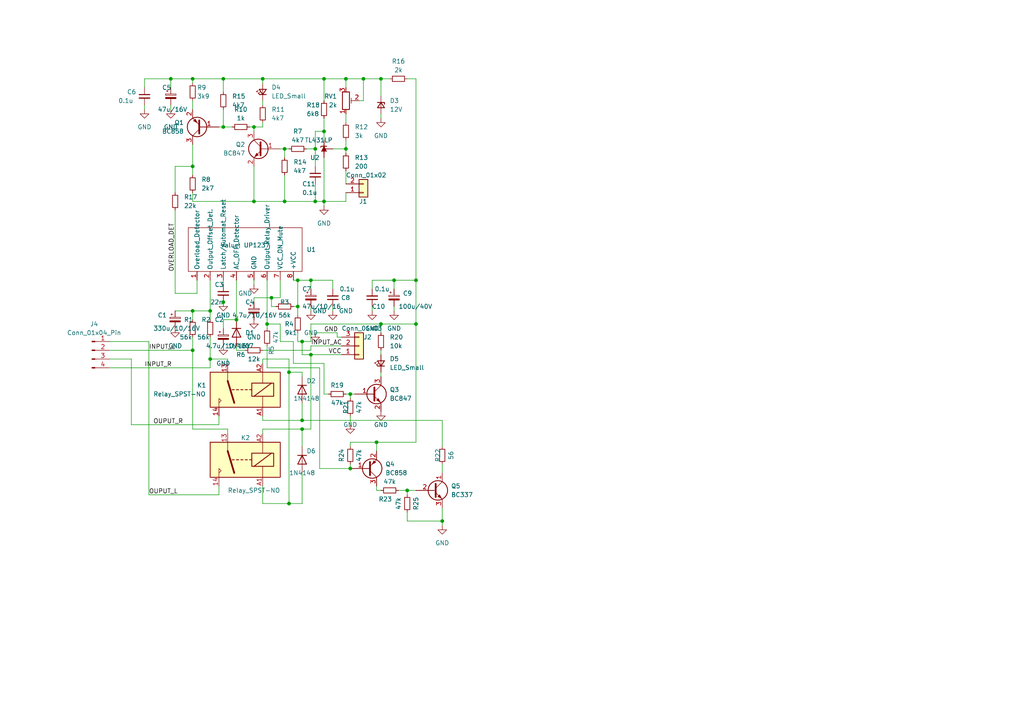
<source format=kicad_sch>
(kicad_sch
	(version 20231120)
	(generator "eeschema")
	(generator_version "8.0")
	(uuid "94a8c908-2943-4b9a-b662-597eed15f9ec")
	(paper "A4")
	(lib_symbols
		(symbol "Connector:Conn_01x04_Pin"
			(pin_names
				(offset 1.016) hide)
			(exclude_from_sim no)
			(in_bom yes)
			(on_board yes)
			(property "Reference" "J"
				(at 0 5.08 0)
				(effects
					(font
						(size 1.27 1.27)
					)
				)
			)
			(property "Value" "Conn_01x04_Pin"
				(at 0 -7.62 0)
				(effects
					(font
						(size 1.27 1.27)
					)
				)
			)
			(property "Footprint" ""
				(at 0 0 0)
				(effects
					(font
						(size 1.27 1.27)
					)
					(hide yes)
				)
			)
			(property "Datasheet" "~"
				(at 0 0 0)
				(effects
					(font
						(size 1.27 1.27)
					)
					(hide yes)
				)
			)
			(property "Description" "Generic connector, single row, 01x04, script generated"
				(at 0 0 0)
				(effects
					(font
						(size 1.27 1.27)
					)
					(hide yes)
				)
			)
			(property "ki_locked" ""
				(at 0 0 0)
				(effects
					(font
						(size 1.27 1.27)
					)
				)
			)
			(property "ki_keywords" "connector"
				(at 0 0 0)
				(effects
					(font
						(size 1.27 1.27)
					)
					(hide yes)
				)
			)
			(property "ki_fp_filters" "Connector*:*_1x??_*"
				(at 0 0 0)
				(effects
					(font
						(size 1.27 1.27)
					)
					(hide yes)
				)
			)
			(symbol "Conn_01x04_Pin_1_1"
				(polyline
					(pts
						(xy 1.27 -5.08) (xy 0.8636 -5.08)
					)
					(stroke
						(width 0.1524)
						(type default)
					)
					(fill
						(type none)
					)
				)
				(polyline
					(pts
						(xy 1.27 -2.54) (xy 0.8636 -2.54)
					)
					(stroke
						(width 0.1524)
						(type default)
					)
					(fill
						(type none)
					)
				)
				(polyline
					(pts
						(xy 1.27 0) (xy 0.8636 0)
					)
					(stroke
						(width 0.1524)
						(type default)
					)
					(fill
						(type none)
					)
				)
				(polyline
					(pts
						(xy 1.27 2.54) (xy 0.8636 2.54)
					)
					(stroke
						(width 0.1524)
						(type default)
					)
					(fill
						(type none)
					)
				)
				(rectangle
					(start 0.8636 -4.953)
					(end 0 -5.207)
					(stroke
						(width 0.1524)
						(type default)
					)
					(fill
						(type outline)
					)
				)
				(rectangle
					(start 0.8636 -2.413)
					(end 0 -2.667)
					(stroke
						(width 0.1524)
						(type default)
					)
					(fill
						(type outline)
					)
				)
				(rectangle
					(start 0.8636 0.127)
					(end 0 -0.127)
					(stroke
						(width 0.1524)
						(type default)
					)
					(fill
						(type outline)
					)
				)
				(rectangle
					(start 0.8636 2.667)
					(end 0 2.413)
					(stroke
						(width 0.1524)
						(type default)
					)
					(fill
						(type outline)
					)
				)
				(pin passive line
					(at 5.08 2.54 180)
					(length 3.81)
					(name "Pin_1"
						(effects
							(font
								(size 1.27 1.27)
							)
						)
					)
					(number "1"
						(effects
							(font
								(size 1.27 1.27)
							)
						)
					)
				)
				(pin passive line
					(at 5.08 0 180)
					(length 3.81)
					(name "Pin_2"
						(effects
							(font
								(size 1.27 1.27)
							)
						)
					)
					(number "2"
						(effects
							(font
								(size 1.27 1.27)
							)
						)
					)
				)
				(pin passive line
					(at 5.08 -2.54 180)
					(length 3.81)
					(name "Pin_3"
						(effects
							(font
								(size 1.27 1.27)
							)
						)
					)
					(number "3"
						(effects
							(font
								(size 1.27 1.27)
							)
						)
					)
				)
				(pin passive line
					(at 5.08 -5.08 180)
					(length 3.81)
					(name "Pin_4"
						(effects
							(font
								(size 1.27 1.27)
							)
						)
					)
					(number "4"
						(effects
							(font
								(size 1.27 1.27)
							)
						)
					)
				)
			)
		)
		(symbol "Connector_Generic:Conn_01x02"
			(pin_names
				(offset 1.016) hide)
			(exclude_from_sim no)
			(in_bom yes)
			(on_board yes)
			(property "Reference" "J"
				(at 0 2.54 0)
				(effects
					(font
						(size 1.27 1.27)
					)
				)
			)
			(property "Value" "Conn_01x02"
				(at 0 -5.08 0)
				(effects
					(font
						(size 1.27 1.27)
					)
				)
			)
			(property "Footprint" ""
				(at 0 0 0)
				(effects
					(font
						(size 1.27 1.27)
					)
					(hide yes)
				)
			)
			(property "Datasheet" "~"
				(at 0 0 0)
				(effects
					(font
						(size 1.27 1.27)
					)
					(hide yes)
				)
			)
			(property "Description" "Generic connector, single row, 01x02, script generated (kicad-library-utils/schlib/autogen/connector/)"
				(at 0 0 0)
				(effects
					(font
						(size 1.27 1.27)
					)
					(hide yes)
				)
			)
			(property "ki_keywords" "connector"
				(at 0 0 0)
				(effects
					(font
						(size 1.27 1.27)
					)
					(hide yes)
				)
			)
			(property "ki_fp_filters" "Connector*:*_1x??_*"
				(at 0 0 0)
				(effects
					(font
						(size 1.27 1.27)
					)
					(hide yes)
				)
			)
			(symbol "Conn_01x02_1_1"
				(rectangle
					(start -1.27 -2.413)
					(end 0 -2.667)
					(stroke
						(width 0.1524)
						(type default)
					)
					(fill
						(type none)
					)
				)
				(rectangle
					(start -1.27 0.127)
					(end 0 -0.127)
					(stroke
						(width 0.1524)
						(type default)
					)
					(fill
						(type none)
					)
				)
				(rectangle
					(start -1.27 1.27)
					(end 1.27 -3.81)
					(stroke
						(width 0.254)
						(type default)
					)
					(fill
						(type background)
					)
				)
				(pin passive line
					(at -5.08 0 0)
					(length 3.81)
					(name "Pin_1"
						(effects
							(font
								(size 1.27 1.27)
							)
						)
					)
					(number "1"
						(effects
							(font
								(size 1.27 1.27)
							)
						)
					)
				)
				(pin passive line
					(at -5.08 -2.54 0)
					(length 3.81)
					(name "Pin_2"
						(effects
							(font
								(size 1.27 1.27)
							)
						)
					)
					(number "2"
						(effects
							(font
								(size 1.27 1.27)
							)
						)
					)
				)
			)
		)
		(symbol "Connector_Generic:Conn_01x03"
			(pin_names
				(offset 1.016) hide)
			(exclude_from_sim no)
			(in_bom yes)
			(on_board yes)
			(property "Reference" "J"
				(at 0 5.08 0)
				(effects
					(font
						(size 1.27 1.27)
					)
				)
			)
			(property "Value" "Conn_01x03"
				(at 0 -5.08 0)
				(effects
					(font
						(size 1.27 1.27)
					)
				)
			)
			(property "Footprint" ""
				(at 0 0 0)
				(effects
					(font
						(size 1.27 1.27)
					)
					(hide yes)
				)
			)
			(property "Datasheet" "~"
				(at 0 0 0)
				(effects
					(font
						(size 1.27 1.27)
					)
					(hide yes)
				)
			)
			(property "Description" "Generic connector, single row, 01x03, script generated (kicad-library-utils/schlib/autogen/connector/)"
				(at 0 0 0)
				(effects
					(font
						(size 1.27 1.27)
					)
					(hide yes)
				)
			)
			(property "ki_keywords" "connector"
				(at 0 0 0)
				(effects
					(font
						(size 1.27 1.27)
					)
					(hide yes)
				)
			)
			(property "ki_fp_filters" "Connector*:*_1x??_*"
				(at 0 0 0)
				(effects
					(font
						(size 1.27 1.27)
					)
					(hide yes)
				)
			)
			(symbol "Conn_01x03_1_1"
				(rectangle
					(start -1.27 -2.413)
					(end 0 -2.667)
					(stroke
						(width 0.1524)
						(type default)
					)
					(fill
						(type none)
					)
				)
				(rectangle
					(start -1.27 0.127)
					(end 0 -0.127)
					(stroke
						(width 0.1524)
						(type default)
					)
					(fill
						(type none)
					)
				)
				(rectangle
					(start -1.27 2.667)
					(end 0 2.413)
					(stroke
						(width 0.1524)
						(type default)
					)
					(fill
						(type none)
					)
				)
				(rectangle
					(start -1.27 3.81)
					(end 1.27 -3.81)
					(stroke
						(width 0.254)
						(type default)
					)
					(fill
						(type background)
					)
				)
				(pin passive line
					(at -5.08 2.54 0)
					(length 3.81)
					(name "Pin_1"
						(effects
							(font
								(size 1.27 1.27)
							)
						)
					)
					(number "1"
						(effects
							(font
								(size 1.27 1.27)
							)
						)
					)
				)
				(pin passive line
					(at -5.08 0 0)
					(length 3.81)
					(name "Pin_2"
						(effects
							(font
								(size 1.27 1.27)
							)
						)
					)
					(number "2"
						(effects
							(font
								(size 1.27 1.27)
							)
						)
					)
				)
				(pin passive line
					(at -5.08 -2.54 0)
					(length 3.81)
					(name "Pin_3"
						(effects
							(font
								(size 1.27 1.27)
							)
						)
					)
					(number "3"
						(effects
							(font
								(size 1.27 1.27)
							)
						)
					)
				)
			)
		)
		(symbol "Device:C_Polarized_Small"
			(pin_numbers hide)
			(pin_names
				(offset 0.254) hide)
			(exclude_from_sim no)
			(in_bom yes)
			(on_board yes)
			(property "Reference" "C"
				(at 0.254 1.778 0)
				(effects
					(font
						(size 1.27 1.27)
					)
					(justify left)
				)
			)
			(property "Value" "C_Polarized_Small"
				(at 0.254 -2.032 0)
				(effects
					(font
						(size 1.27 1.27)
					)
					(justify left)
				)
			)
			(property "Footprint" ""
				(at 0 0 0)
				(effects
					(font
						(size 1.27 1.27)
					)
					(hide yes)
				)
			)
			(property "Datasheet" "~"
				(at 0 0 0)
				(effects
					(font
						(size 1.27 1.27)
					)
					(hide yes)
				)
			)
			(property "Description" "Polarized capacitor, small symbol"
				(at 0 0 0)
				(effects
					(font
						(size 1.27 1.27)
					)
					(hide yes)
				)
			)
			(property "ki_keywords" "cap capacitor"
				(at 0 0 0)
				(effects
					(font
						(size 1.27 1.27)
					)
					(hide yes)
				)
			)
			(property "ki_fp_filters" "CP_*"
				(at 0 0 0)
				(effects
					(font
						(size 1.27 1.27)
					)
					(hide yes)
				)
			)
			(symbol "C_Polarized_Small_0_1"
				(rectangle
					(start -1.524 -0.3048)
					(end 1.524 -0.6858)
					(stroke
						(width 0)
						(type default)
					)
					(fill
						(type outline)
					)
				)
				(rectangle
					(start -1.524 0.6858)
					(end 1.524 0.3048)
					(stroke
						(width 0)
						(type default)
					)
					(fill
						(type none)
					)
				)
				(polyline
					(pts
						(xy -1.27 1.524) (xy -0.762 1.524)
					)
					(stroke
						(width 0)
						(type default)
					)
					(fill
						(type none)
					)
				)
				(polyline
					(pts
						(xy -1.016 1.27) (xy -1.016 1.778)
					)
					(stroke
						(width 0)
						(type default)
					)
					(fill
						(type none)
					)
				)
			)
			(symbol "C_Polarized_Small_1_1"
				(pin passive line
					(at 0 2.54 270)
					(length 1.8542)
					(name "~"
						(effects
							(font
								(size 1.27 1.27)
							)
						)
					)
					(number "1"
						(effects
							(font
								(size 1.27 1.27)
							)
						)
					)
				)
				(pin passive line
					(at 0 -2.54 90)
					(length 1.8542)
					(name "~"
						(effects
							(font
								(size 1.27 1.27)
							)
						)
					)
					(number "2"
						(effects
							(font
								(size 1.27 1.27)
							)
						)
					)
				)
			)
		)
		(symbol "Device:C_Small"
			(pin_numbers hide)
			(pin_names
				(offset 0.254) hide)
			(exclude_from_sim no)
			(in_bom yes)
			(on_board yes)
			(property "Reference" "C"
				(at 0.254 1.778 0)
				(effects
					(font
						(size 1.27 1.27)
					)
					(justify left)
				)
			)
			(property "Value" "C_Small"
				(at 0.254 -2.032 0)
				(effects
					(font
						(size 1.27 1.27)
					)
					(justify left)
				)
			)
			(property "Footprint" ""
				(at 0 0 0)
				(effects
					(font
						(size 1.27 1.27)
					)
					(hide yes)
				)
			)
			(property "Datasheet" "~"
				(at 0 0 0)
				(effects
					(font
						(size 1.27 1.27)
					)
					(hide yes)
				)
			)
			(property "Description" "Unpolarized capacitor, small symbol"
				(at 0 0 0)
				(effects
					(font
						(size 1.27 1.27)
					)
					(hide yes)
				)
			)
			(property "ki_keywords" "capacitor cap"
				(at 0 0 0)
				(effects
					(font
						(size 1.27 1.27)
					)
					(hide yes)
				)
			)
			(property "ki_fp_filters" "C_*"
				(at 0 0 0)
				(effects
					(font
						(size 1.27 1.27)
					)
					(hide yes)
				)
			)
			(symbol "C_Small_0_1"
				(polyline
					(pts
						(xy -1.524 -0.508) (xy 1.524 -0.508)
					)
					(stroke
						(width 0.3302)
						(type default)
					)
					(fill
						(type none)
					)
				)
				(polyline
					(pts
						(xy -1.524 0.508) (xy 1.524 0.508)
					)
					(stroke
						(width 0.3048)
						(type default)
					)
					(fill
						(type none)
					)
				)
			)
			(symbol "C_Small_1_1"
				(pin passive line
					(at 0 2.54 270)
					(length 2.032)
					(name "~"
						(effects
							(font
								(size 1.27 1.27)
							)
						)
					)
					(number "1"
						(effects
							(font
								(size 1.27 1.27)
							)
						)
					)
				)
				(pin passive line
					(at 0 -2.54 90)
					(length 2.032)
					(name "~"
						(effects
							(font
								(size 1.27 1.27)
							)
						)
					)
					(number "2"
						(effects
							(font
								(size 1.27 1.27)
							)
						)
					)
				)
			)
		)
		(symbol "Device:D_Zener_Small"
			(pin_numbers hide)
			(pin_names
				(offset 0.254) hide)
			(exclude_from_sim no)
			(in_bom yes)
			(on_board yes)
			(property "Reference" "D"
				(at 0 2.286 0)
				(effects
					(font
						(size 1.27 1.27)
					)
				)
			)
			(property "Value" "D_Zener_Small"
				(at 0 -2.286 0)
				(effects
					(font
						(size 1.27 1.27)
					)
				)
			)
			(property "Footprint" ""
				(at 0 0 90)
				(effects
					(font
						(size 1.27 1.27)
					)
					(hide yes)
				)
			)
			(property "Datasheet" "~"
				(at 0 0 90)
				(effects
					(font
						(size 1.27 1.27)
					)
					(hide yes)
				)
			)
			(property "Description" "Zener diode, small symbol"
				(at 0 0 0)
				(effects
					(font
						(size 1.27 1.27)
					)
					(hide yes)
				)
			)
			(property "ki_keywords" "diode"
				(at 0 0 0)
				(effects
					(font
						(size 1.27 1.27)
					)
					(hide yes)
				)
			)
			(property "ki_fp_filters" "TO-???* *_Diode_* *SingleDiode* D_*"
				(at 0 0 0)
				(effects
					(font
						(size 1.27 1.27)
					)
					(hide yes)
				)
			)
			(symbol "D_Zener_Small_0_1"
				(polyline
					(pts
						(xy 0.762 0) (xy -0.762 0)
					)
					(stroke
						(width 0)
						(type default)
					)
					(fill
						(type none)
					)
				)
				(polyline
					(pts
						(xy -0.254 1.016) (xy -0.762 1.016) (xy -0.762 -1.016)
					)
					(stroke
						(width 0.254)
						(type default)
					)
					(fill
						(type none)
					)
				)
				(polyline
					(pts
						(xy 0.762 1.016) (xy -0.762 0) (xy 0.762 -1.016) (xy 0.762 1.016)
					)
					(stroke
						(width 0.254)
						(type default)
					)
					(fill
						(type none)
					)
				)
			)
			(symbol "D_Zener_Small_1_1"
				(pin passive line
					(at -2.54 0 0)
					(length 1.778)
					(name "K"
						(effects
							(font
								(size 1.27 1.27)
							)
						)
					)
					(number "1"
						(effects
							(font
								(size 1.27 1.27)
							)
						)
					)
				)
				(pin passive line
					(at 2.54 0 180)
					(length 1.778)
					(name "A"
						(effects
							(font
								(size 1.27 1.27)
							)
						)
					)
					(number "2"
						(effects
							(font
								(size 1.27 1.27)
							)
						)
					)
				)
			)
		)
		(symbol "Device:LED_Small"
			(pin_numbers hide)
			(pin_names
				(offset 0.254) hide)
			(exclude_from_sim no)
			(in_bom yes)
			(on_board yes)
			(property "Reference" "D"
				(at -1.27 3.175 0)
				(effects
					(font
						(size 1.27 1.27)
					)
					(justify left)
				)
			)
			(property "Value" "LED_Small"
				(at -4.445 -2.54 0)
				(effects
					(font
						(size 1.27 1.27)
					)
					(justify left)
				)
			)
			(property "Footprint" ""
				(at 0 0 90)
				(effects
					(font
						(size 1.27 1.27)
					)
					(hide yes)
				)
			)
			(property "Datasheet" "~"
				(at 0 0 90)
				(effects
					(font
						(size 1.27 1.27)
					)
					(hide yes)
				)
			)
			(property "Description" "Light emitting diode, small symbol"
				(at 0 0 0)
				(effects
					(font
						(size 1.27 1.27)
					)
					(hide yes)
				)
			)
			(property "ki_keywords" "LED diode light-emitting-diode"
				(at 0 0 0)
				(effects
					(font
						(size 1.27 1.27)
					)
					(hide yes)
				)
			)
			(property "ki_fp_filters" "LED* LED_SMD:* LED_THT:*"
				(at 0 0 0)
				(effects
					(font
						(size 1.27 1.27)
					)
					(hide yes)
				)
			)
			(symbol "LED_Small_0_1"
				(polyline
					(pts
						(xy -0.762 -1.016) (xy -0.762 1.016)
					)
					(stroke
						(width 0.254)
						(type default)
					)
					(fill
						(type none)
					)
				)
				(polyline
					(pts
						(xy 1.016 0) (xy -0.762 0)
					)
					(stroke
						(width 0)
						(type default)
					)
					(fill
						(type none)
					)
				)
				(polyline
					(pts
						(xy 0.762 -1.016) (xy -0.762 0) (xy 0.762 1.016) (xy 0.762 -1.016)
					)
					(stroke
						(width 0.254)
						(type default)
					)
					(fill
						(type none)
					)
				)
				(polyline
					(pts
						(xy 0 0.762) (xy -0.508 1.27) (xy -0.254 1.27) (xy -0.508 1.27) (xy -0.508 1.016)
					)
					(stroke
						(width 0)
						(type default)
					)
					(fill
						(type none)
					)
				)
				(polyline
					(pts
						(xy 0.508 1.27) (xy 0 1.778) (xy 0.254 1.778) (xy 0 1.778) (xy 0 1.524)
					)
					(stroke
						(width 0)
						(type default)
					)
					(fill
						(type none)
					)
				)
			)
			(symbol "LED_Small_1_1"
				(pin passive line
					(at -2.54 0 0)
					(length 1.778)
					(name "K"
						(effects
							(font
								(size 1.27 1.27)
							)
						)
					)
					(number "1"
						(effects
							(font
								(size 1.27 1.27)
							)
						)
					)
				)
				(pin passive line
					(at 2.54 0 180)
					(length 1.778)
					(name "A"
						(effects
							(font
								(size 1.27 1.27)
							)
						)
					)
					(number "2"
						(effects
							(font
								(size 1.27 1.27)
							)
						)
					)
				)
			)
		)
		(symbol "Device:R_Potentiometer_Trim"
			(pin_names
				(offset 1.016) hide)
			(exclude_from_sim no)
			(in_bom yes)
			(on_board yes)
			(property "Reference" "RV"
				(at -4.445 0 90)
				(effects
					(font
						(size 1.27 1.27)
					)
				)
			)
			(property "Value" "R_Potentiometer_Trim"
				(at -2.54 0 90)
				(effects
					(font
						(size 1.27 1.27)
					)
				)
			)
			(property "Footprint" ""
				(at 0 0 0)
				(effects
					(font
						(size 1.27 1.27)
					)
					(hide yes)
				)
			)
			(property "Datasheet" "~"
				(at 0 0 0)
				(effects
					(font
						(size 1.27 1.27)
					)
					(hide yes)
				)
			)
			(property "Description" "Trim-potentiometer"
				(at 0 0 0)
				(effects
					(font
						(size 1.27 1.27)
					)
					(hide yes)
				)
			)
			(property "ki_keywords" "resistor variable trimpot trimmer"
				(at 0 0 0)
				(effects
					(font
						(size 1.27 1.27)
					)
					(hide yes)
				)
			)
			(property "ki_fp_filters" "Potentiometer*"
				(at 0 0 0)
				(effects
					(font
						(size 1.27 1.27)
					)
					(hide yes)
				)
			)
			(symbol "R_Potentiometer_Trim_0_1"
				(polyline
					(pts
						(xy 1.524 0.762) (xy 1.524 -0.762)
					)
					(stroke
						(width 0)
						(type default)
					)
					(fill
						(type none)
					)
				)
				(polyline
					(pts
						(xy 2.54 0) (xy 1.524 0)
					)
					(stroke
						(width 0)
						(type default)
					)
					(fill
						(type none)
					)
				)
				(rectangle
					(start 1.016 2.54)
					(end -1.016 -2.54)
					(stroke
						(width 0.254)
						(type default)
					)
					(fill
						(type none)
					)
				)
			)
			(symbol "R_Potentiometer_Trim_1_1"
				(pin passive line
					(at 0 3.81 270)
					(length 1.27)
					(name "1"
						(effects
							(font
								(size 1.27 1.27)
							)
						)
					)
					(number "1"
						(effects
							(font
								(size 1.27 1.27)
							)
						)
					)
				)
				(pin passive line
					(at 3.81 0 180)
					(length 1.27)
					(name "2"
						(effects
							(font
								(size 1.27 1.27)
							)
						)
					)
					(number "2"
						(effects
							(font
								(size 1.27 1.27)
							)
						)
					)
				)
				(pin passive line
					(at 0 -3.81 90)
					(length 1.27)
					(name "3"
						(effects
							(font
								(size 1.27 1.27)
							)
						)
					)
					(number "3"
						(effects
							(font
								(size 1.27 1.27)
							)
						)
					)
				)
			)
		)
		(symbol "Device:R_Small"
			(pin_numbers hide)
			(pin_names
				(offset 0.254) hide)
			(exclude_from_sim no)
			(in_bom yes)
			(on_board yes)
			(property "Reference" "R"
				(at 0.762 0.508 0)
				(effects
					(font
						(size 1.27 1.27)
					)
					(justify left)
				)
			)
			(property "Value" "R_Small"
				(at 0.762 -1.016 0)
				(effects
					(font
						(size 1.27 1.27)
					)
					(justify left)
				)
			)
			(property "Footprint" ""
				(at 0 0 0)
				(effects
					(font
						(size 1.27 1.27)
					)
					(hide yes)
				)
			)
			(property "Datasheet" "~"
				(at 0 0 0)
				(effects
					(font
						(size 1.27 1.27)
					)
					(hide yes)
				)
			)
			(property "Description" "Resistor, small symbol"
				(at 0 0 0)
				(effects
					(font
						(size 1.27 1.27)
					)
					(hide yes)
				)
			)
			(property "ki_keywords" "R resistor"
				(at 0 0 0)
				(effects
					(font
						(size 1.27 1.27)
					)
					(hide yes)
				)
			)
			(property "ki_fp_filters" "R_*"
				(at 0 0 0)
				(effects
					(font
						(size 1.27 1.27)
					)
					(hide yes)
				)
			)
			(symbol "R_Small_0_1"
				(rectangle
					(start -0.762 1.778)
					(end 0.762 -1.778)
					(stroke
						(width 0.2032)
						(type default)
					)
					(fill
						(type none)
					)
				)
			)
			(symbol "R_Small_1_1"
				(pin passive line
					(at 0 2.54 270)
					(length 0.762)
					(name "~"
						(effects
							(font
								(size 1.27 1.27)
							)
						)
					)
					(number "1"
						(effects
							(font
								(size 1.27 1.27)
							)
						)
					)
				)
				(pin passive line
					(at 0 -2.54 90)
					(length 0.762)
					(name "~"
						(effects
							(font
								(size 1.27 1.27)
							)
						)
					)
					(number "2"
						(effects
							(font
								(size 1.27 1.27)
							)
						)
					)
				)
			)
		)
		(symbol "Diode:1N4007"
			(pin_numbers hide)
			(pin_names hide)
			(exclude_from_sim no)
			(in_bom yes)
			(on_board yes)
			(property "Reference" "D"
				(at 0 2.54 0)
				(effects
					(font
						(size 1.27 1.27)
					)
				)
			)
			(property "Value" "1N4007"
				(at 0 -2.54 0)
				(effects
					(font
						(size 1.27 1.27)
					)
				)
			)
			(property "Footprint" "Diode_THT:D_DO-41_SOD81_P10.16mm_Horizontal"
				(at 0 -4.445 0)
				(effects
					(font
						(size 1.27 1.27)
					)
					(hide yes)
				)
			)
			(property "Datasheet" "http://www.vishay.com/docs/88503/1n4001.pdf"
				(at 0 0 0)
				(effects
					(font
						(size 1.27 1.27)
					)
					(hide yes)
				)
			)
			(property "Description" "1000V 1A General Purpose Rectifier Diode, DO-41"
				(at 0 0 0)
				(effects
					(font
						(size 1.27 1.27)
					)
					(hide yes)
				)
			)
			(property "Sim.Device" "D"
				(at 0 0 0)
				(effects
					(font
						(size 1.27 1.27)
					)
					(hide yes)
				)
			)
			(property "Sim.Pins" "1=K 2=A"
				(at 0 0 0)
				(effects
					(font
						(size 1.27 1.27)
					)
					(hide yes)
				)
			)
			(property "ki_keywords" "diode"
				(at 0 0 0)
				(effects
					(font
						(size 1.27 1.27)
					)
					(hide yes)
				)
			)
			(property "ki_fp_filters" "D*DO?41*"
				(at 0 0 0)
				(effects
					(font
						(size 1.27 1.27)
					)
					(hide yes)
				)
			)
			(symbol "1N4007_0_1"
				(polyline
					(pts
						(xy -1.27 1.27) (xy -1.27 -1.27)
					)
					(stroke
						(width 0.254)
						(type default)
					)
					(fill
						(type none)
					)
				)
				(polyline
					(pts
						(xy 1.27 0) (xy -1.27 0)
					)
					(stroke
						(width 0)
						(type default)
					)
					(fill
						(type none)
					)
				)
				(polyline
					(pts
						(xy 1.27 1.27) (xy 1.27 -1.27) (xy -1.27 0) (xy 1.27 1.27)
					)
					(stroke
						(width 0.254)
						(type default)
					)
					(fill
						(type none)
					)
				)
			)
			(symbol "1N4007_1_1"
				(pin passive line
					(at -3.81 0 0)
					(length 2.54)
					(name "K"
						(effects
							(font
								(size 1.27 1.27)
							)
						)
					)
					(number "1"
						(effects
							(font
								(size 1.27 1.27)
							)
						)
					)
				)
				(pin passive line
					(at 3.81 0 180)
					(length 2.54)
					(name "A"
						(effects
							(font
								(size 1.27 1.27)
							)
						)
					)
					(number "2"
						(effects
							(font
								(size 1.27 1.27)
							)
						)
					)
				)
			)
		)
		(symbol "Diode:1N4148"
			(pin_numbers hide)
			(pin_names hide)
			(exclude_from_sim no)
			(in_bom yes)
			(on_board yes)
			(property "Reference" "D"
				(at 0 2.54 0)
				(effects
					(font
						(size 1.27 1.27)
					)
				)
			)
			(property "Value" "1N4148"
				(at 0 -2.54 0)
				(effects
					(font
						(size 1.27 1.27)
					)
				)
			)
			(property "Footprint" "Diode_THT:D_DO-35_SOD27_P7.62mm_Horizontal"
				(at 0 0 0)
				(effects
					(font
						(size 1.27 1.27)
					)
					(hide yes)
				)
			)
			(property "Datasheet" "https://assets.nexperia.com/documents/data-sheet/1N4148_1N4448.pdf"
				(at 0 0 0)
				(effects
					(font
						(size 1.27 1.27)
					)
					(hide yes)
				)
			)
			(property "Description" "100V 0.15A standard switching diode, DO-35"
				(at 0 0 0)
				(effects
					(font
						(size 1.27 1.27)
					)
					(hide yes)
				)
			)
			(property "Sim.Device" "D"
				(at 0 0 0)
				(effects
					(font
						(size 1.27 1.27)
					)
					(hide yes)
				)
			)
			(property "Sim.Pins" "1=K 2=A"
				(at 0 0 0)
				(effects
					(font
						(size 1.27 1.27)
					)
					(hide yes)
				)
			)
			(property "ki_keywords" "diode"
				(at 0 0 0)
				(effects
					(font
						(size 1.27 1.27)
					)
					(hide yes)
				)
			)
			(property "ki_fp_filters" "D*DO?35*"
				(at 0 0 0)
				(effects
					(font
						(size 1.27 1.27)
					)
					(hide yes)
				)
			)
			(symbol "1N4148_0_1"
				(polyline
					(pts
						(xy -1.27 1.27) (xy -1.27 -1.27)
					)
					(stroke
						(width 0.254)
						(type default)
					)
					(fill
						(type none)
					)
				)
				(polyline
					(pts
						(xy 1.27 0) (xy -1.27 0)
					)
					(stroke
						(width 0)
						(type default)
					)
					(fill
						(type none)
					)
				)
				(polyline
					(pts
						(xy 1.27 1.27) (xy 1.27 -1.27) (xy -1.27 0) (xy 1.27 1.27)
					)
					(stroke
						(width 0.254)
						(type default)
					)
					(fill
						(type none)
					)
				)
			)
			(symbol "1N4148_1_1"
				(pin passive line
					(at -3.81 0 0)
					(length 2.54)
					(name "K"
						(effects
							(font
								(size 1.27 1.27)
							)
						)
					)
					(number "1"
						(effects
							(font
								(size 1.27 1.27)
							)
						)
					)
				)
				(pin passive line
					(at 3.81 0 180)
					(length 2.54)
					(name "A"
						(effects
							(font
								(size 1.27 1.27)
							)
						)
					)
					(number "2"
						(effects
							(font
								(size 1.27 1.27)
							)
						)
					)
				)
			)
		)
		(symbol "Moja_Library:UPC1237"
			(exclude_from_sim no)
			(in_bom yes)
			(on_board yes)
			(property "Reference" "U"
				(at 0 0 0)
				(effects
					(font
						(size 1.27 1.27)
					)
				)
			)
			(property "Value" ""
				(at 0 0 0)
				(effects
					(font
						(size 1.27 1.27)
					)
				)
			)
			(property "Footprint" ""
				(at 0 0 0)
				(effects
					(font
						(size 1.27 1.27)
					)
					(hide yes)
				)
			)
			(property "Datasheet" ""
				(at 0 0 0)
				(effects
					(font
						(size 1.27 1.27)
					)
					(hide yes)
				)
			)
			(property "Description" ""
				(at 0 0 0)
				(effects
					(font
						(size 1.27 1.27)
					)
					(hide yes)
				)
			)
			(symbol "UPC1237_0_1"
				(rectangle
					(start -16.51 5.08)
					(end 16.51 -7.62)
					(stroke
						(width 0)
						(type default)
					)
					(fill
						(type none)
					)
				)
			)
			(symbol "UPC1237_1_1"
				(pin input line
					(at -13.97 -10.16 90)
					(length 2.54)
					(name "Overload_Detector"
						(effects
							(font
								(size 1.27 1.27)
							)
						)
					)
					(number "1"
						(effects
							(font
								(size 1.27 1.27)
							)
						)
					)
				)
				(pin input line
					(at -10.16 -10.16 90)
					(length 2.54)
					(name "Output_Offset_Det."
						(effects
							(font
								(size 1.27 1.27)
							)
						)
					)
					(number "2"
						(effects
							(font
								(size 1.27 1.27)
							)
						)
					)
				)
				(pin input line
					(at -6.35 -10.16 90)
					(length 2.54)
					(name "Latch/Automat_Reset"
						(effects
							(font
								(size 1.27 1.27)
							)
						)
					)
					(number "3"
						(effects
							(font
								(size 1.27 1.27)
							)
						)
					)
				)
				(pin input line
					(at -2.54 -10.16 90)
					(length 2.54)
					(name "AC_OFF_Detector"
						(effects
							(font
								(size 1.27 1.27)
							)
						)
					)
					(number "4"
						(effects
							(font
								(size 1.27 1.27)
							)
						)
					)
				)
				(pin input line
					(at 2.54 -10.16 90)
					(length 2.54)
					(name "GND"
						(effects
							(font
								(size 1.27 1.27)
							)
						)
					)
					(number "5"
						(effects
							(font
								(size 1.27 1.27)
							)
						)
					)
				)
				(pin input line
					(at 6.35 -10.16 90)
					(length 2.54)
					(name "Output_Relay_Driver"
						(effects
							(font
								(size 1.27 1.27)
							)
						)
					)
					(number "6"
						(effects
							(font
								(size 1.27 1.27)
							)
						)
					)
				)
				(pin input line
					(at 10.16 -10.16 90)
					(length 2.54)
					(name "VCC_ON_Mute"
						(effects
							(font
								(size 1.27 1.27)
							)
						)
					)
					(number "7"
						(effects
							(font
								(size 1.27 1.27)
							)
						)
					)
				)
				(pin input line
					(at 13.97 -10.16 90)
					(length 2.54)
					(name "+VCC"
						(effects
							(font
								(size 1.27 1.27)
							)
						)
					)
					(number "8"
						(effects
							(font
								(size 1.27 1.27)
							)
						)
					)
				)
			)
		)
		(symbol "Reference_Voltage:TL431LP"
			(pin_numbers hide)
			(pin_names hide)
			(exclude_from_sim no)
			(in_bom yes)
			(on_board yes)
			(property "Reference" "U"
				(at -2.54 2.54 0)
				(effects
					(font
						(size 1.27 1.27)
					)
				)
			)
			(property "Value" "TL431LP"
				(at 0 -2.54 0)
				(effects
					(font
						(size 1.27 1.27)
					)
				)
			)
			(property "Footprint" "Package_TO_SOT_THT:TO-92_Inline"
				(at 0 -3.81 0)
				(effects
					(font
						(size 1.27 1.27)
						(italic yes)
					)
					(hide yes)
				)
			)
			(property "Datasheet" "http://www.ti.com/lit/ds/symlink/tl431.pdf"
				(at 0 0 0)
				(effects
					(font
						(size 1.27 1.27)
						(italic yes)
					)
					(hide yes)
				)
			)
			(property "Description" "Shunt Regulator, TO-92"
				(at 0 0 0)
				(effects
					(font
						(size 1.27 1.27)
					)
					(hide yes)
				)
			)
			(property "ki_keywords" "diode device regulator shunt"
				(at 0 0 0)
				(effects
					(font
						(size 1.27 1.27)
					)
					(hide yes)
				)
			)
			(property "ki_fp_filters" "TO*92*"
				(at 0 0 0)
				(effects
					(font
						(size 1.27 1.27)
					)
					(hide yes)
				)
			)
			(symbol "TL431LP_0_1"
				(polyline
					(pts
						(xy -1.27 0) (xy 0 0) (xy 1.27 0)
					)
					(stroke
						(width 0)
						(type default)
					)
					(fill
						(type none)
					)
				)
				(polyline
					(pts
						(xy -0.762 0.762) (xy 0.762 0) (xy -0.762 -0.762)
					)
					(stroke
						(width 0)
						(type default)
					)
					(fill
						(type outline)
					)
				)
				(polyline
					(pts
						(xy 0.508 -1.016) (xy 0.762 -0.762) (xy 0.762 0.762) (xy 0.762 0.762)
					)
					(stroke
						(width 0.254)
						(type default)
					)
					(fill
						(type none)
					)
				)
			)
			(symbol "TL431LP_1_1"
				(pin passive line
					(at 0 2.54 270)
					(length 2.54)
					(name "REF"
						(effects
							(font
								(size 1.27 1.27)
							)
						)
					)
					(number "1"
						(effects
							(font
								(size 1.27 1.27)
							)
						)
					)
				)
				(pin passive line
					(at -2.54 0 0)
					(length 2.54)
					(name "A"
						(effects
							(font
								(size 1.27 1.27)
							)
						)
					)
					(number "2"
						(effects
							(font
								(size 1.27 1.27)
							)
						)
					)
				)
				(pin passive line
					(at 2.54 0 180)
					(length 2.54)
					(name "K"
						(effects
							(font
								(size 1.27 1.27)
							)
						)
					)
					(number "3"
						(effects
							(font
								(size 1.27 1.27)
							)
						)
					)
				)
			)
		)
		(symbol "Relay:Relay_SPST-NO"
			(exclude_from_sim no)
			(in_bom yes)
			(on_board yes)
			(property "Reference" "K"
				(at 11.43 3.81 0)
				(effects
					(font
						(size 1.27 1.27)
					)
					(justify left)
				)
			)
			(property "Value" "Relay_SPST-NO"
				(at 11.43 1.27 0)
				(effects
					(font
						(size 1.27 1.27)
					)
					(justify left)
				)
			)
			(property "Footprint" ""
				(at 11.43 -1.27 0)
				(effects
					(font
						(size 1.27 1.27)
					)
					(justify left)
					(hide yes)
				)
			)
			(property "Datasheet" "~"
				(at 0 0 0)
				(effects
					(font
						(size 1.27 1.27)
					)
					(hide yes)
				)
			)
			(property "Description" "Relay SPST, Normally Open, EN50005"
				(at 0 0 0)
				(effects
					(font
						(size 1.27 1.27)
					)
					(hide yes)
				)
			)
			(property "ki_keywords" "Single Pole Relay SPST NO"
				(at 0 0 0)
				(effects
					(font
						(size 1.27 1.27)
					)
					(hide yes)
				)
			)
			(property "ki_fp_filters" "Relay?SPST*"
				(at 0 0 0)
				(effects
					(font
						(size 1.27 1.27)
					)
					(hide yes)
				)
			)
			(symbol "Relay_SPST-NO_0_0"
				(polyline
					(pts
						(xy 7.62 5.08) (xy 7.62 2.54) (xy 6.985 3.175) (xy 7.62 3.81)
					)
					(stroke
						(width 0)
						(type default)
					)
					(fill
						(type none)
					)
				)
			)
			(symbol "Relay_SPST-NO_0_1"
				(rectangle
					(start -10.16 5.08)
					(end 10.16 -5.08)
					(stroke
						(width 0.254)
						(type default)
					)
					(fill
						(type background)
					)
				)
				(rectangle
					(start -8.255 1.905)
					(end -1.905 -1.905)
					(stroke
						(width 0.254)
						(type default)
					)
					(fill
						(type none)
					)
				)
				(polyline
					(pts
						(xy -7.62 -1.905) (xy -2.54 1.905)
					)
					(stroke
						(width 0.254)
						(type default)
					)
					(fill
						(type none)
					)
				)
				(polyline
					(pts
						(xy -5.08 -5.08) (xy -5.08 -1.905)
					)
					(stroke
						(width 0)
						(type default)
					)
					(fill
						(type none)
					)
				)
				(polyline
					(pts
						(xy -5.08 5.08) (xy -5.08 1.905)
					)
					(stroke
						(width 0)
						(type default)
					)
					(fill
						(type none)
					)
				)
				(polyline
					(pts
						(xy -1.905 0) (xy -1.27 0)
					)
					(stroke
						(width 0.254)
						(type default)
					)
					(fill
						(type none)
					)
				)
				(polyline
					(pts
						(xy -0.635 0) (xy 0 0)
					)
					(stroke
						(width 0.254)
						(type default)
					)
					(fill
						(type none)
					)
				)
				(polyline
					(pts
						(xy 0.635 0) (xy 1.27 0)
					)
					(stroke
						(width 0.254)
						(type default)
					)
					(fill
						(type none)
					)
				)
				(polyline
					(pts
						(xy 1.905 0) (xy 2.54 0)
					)
					(stroke
						(width 0.254)
						(type default)
					)
					(fill
						(type none)
					)
				)
				(polyline
					(pts
						(xy 3.175 0) (xy 3.81 0)
					)
					(stroke
						(width 0.254)
						(type default)
					)
					(fill
						(type none)
					)
				)
				(polyline
					(pts
						(xy 5.08 -2.54) (xy 3.175 3.81)
					)
					(stroke
						(width 0.508)
						(type default)
					)
					(fill
						(type none)
					)
				)
				(polyline
					(pts
						(xy 5.08 -2.54) (xy 5.08 -5.08)
					)
					(stroke
						(width 0)
						(type default)
					)
					(fill
						(type none)
					)
				)
			)
			(symbol "Relay_SPST-NO_1_1"
				(pin passive line
					(at 5.08 -7.62 90)
					(length 2.54)
					(name "~"
						(effects
							(font
								(size 1.27 1.27)
							)
						)
					)
					(number "13"
						(effects
							(font
								(size 1.27 1.27)
							)
						)
					)
				)
				(pin passive line
					(at 7.62 7.62 270)
					(length 2.54)
					(name "~"
						(effects
							(font
								(size 1.27 1.27)
							)
						)
					)
					(number "14"
						(effects
							(font
								(size 1.27 1.27)
							)
						)
					)
				)
				(pin passive line
					(at -5.08 7.62 270)
					(length 2.54)
					(name "~"
						(effects
							(font
								(size 1.27 1.27)
							)
						)
					)
					(number "A1"
						(effects
							(font
								(size 1.27 1.27)
							)
						)
					)
				)
				(pin passive line
					(at -5.08 -7.62 90)
					(length 2.54)
					(name "~"
						(effects
							(font
								(size 1.27 1.27)
							)
						)
					)
					(number "A2"
						(effects
							(font
								(size 1.27 1.27)
							)
						)
					)
				)
			)
		)
		(symbol "Transistor_BJT:BC337"
			(pin_names
				(offset 0) hide)
			(exclude_from_sim no)
			(in_bom yes)
			(on_board yes)
			(property "Reference" "Q"
				(at 5.08 1.905 0)
				(effects
					(font
						(size 1.27 1.27)
					)
					(justify left)
				)
			)
			(property "Value" "BC337"
				(at 5.08 0 0)
				(effects
					(font
						(size 1.27 1.27)
					)
					(justify left)
				)
			)
			(property "Footprint" "Package_TO_SOT_THT:TO-92_Inline"
				(at 5.08 -1.905 0)
				(effects
					(font
						(size 1.27 1.27)
						(italic yes)
					)
					(justify left)
					(hide yes)
				)
			)
			(property "Datasheet" "https://diotec.com/tl_files/diotec/files/pdf/datasheets/bc337.pdf"
				(at 0 0 0)
				(effects
					(font
						(size 1.27 1.27)
					)
					(justify left)
					(hide yes)
				)
			)
			(property "Description" "0.8A Ic, 45V Vce, NPN Transistor, TO-92"
				(at 0 0 0)
				(effects
					(font
						(size 1.27 1.27)
					)
					(hide yes)
				)
			)
			(property "ki_keywords" "NPN Transistor"
				(at 0 0 0)
				(effects
					(font
						(size 1.27 1.27)
					)
					(hide yes)
				)
			)
			(property "ki_fp_filters" "TO?92*"
				(at 0 0 0)
				(effects
					(font
						(size 1.27 1.27)
					)
					(hide yes)
				)
			)
			(symbol "BC337_0_1"
				(polyline
					(pts
						(xy 0 0) (xy 0.635 0)
					)
					(stroke
						(width 0)
						(type default)
					)
					(fill
						(type none)
					)
				)
				(polyline
					(pts
						(xy 0.635 0.635) (xy 2.54 2.54)
					)
					(stroke
						(width 0)
						(type default)
					)
					(fill
						(type none)
					)
				)
				(polyline
					(pts
						(xy 0.635 -0.635) (xy 2.54 -2.54) (xy 2.54 -2.54)
					)
					(stroke
						(width 0)
						(type default)
					)
					(fill
						(type none)
					)
				)
				(polyline
					(pts
						(xy 0.635 1.905) (xy 0.635 -1.905) (xy 0.635 -1.905)
					)
					(stroke
						(width 0.508)
						(type default)
					)
					(fill
						(type none)
					)
				)
				(polyline
					(pts
						(xy 1.27 -1.778) (xy 1.778 -1.27) (xy 2.286 -2.286) (xy 1.27 -1.778) (xy 1.27 -1.778)
					)
					(stroke
						(width 0)
						(type default)
					)
					(fill
						(type outline)
					)
				)
				(circle
					(center 1.27 0)
					(radius 2.8194)
					(stroke
						(width 0.254)
						(type default)
					)
					(fill
						(type none)
					)
				)
			)
			(symbol "BC337_1_1"
				(pin passive line
					(at 2.54 5.08 270)
					(length 2.54)
					(name "C"
						(effects
							(font
								(size 1.27 1.27)
							)
						)
					)
					(number "1"
						(effects
							(font
								(size 1.27 1.27)
							)
						)
					)
				)
				(pin input line
					(at -5.08 0 0)
					(length 5.08)
					(name "B"
						(effects
							(font
								(size 1.27 1.27)
							)
						)
					)
					(number "2"
						(effects
							(font
								(size 1.27 1.27)
							)
						)
					)
				)
				(pin passive line
					(at 2.54 -5.08 90)
					(length 2.54)
					(name "E"
						(effects
							(font
								(size 1.27 1.27)
							)
						)
					)
					(number "3"
						(effects
							(font
								(size 1.27 1.27)
							)
						)
					)
				)
			)
		)
		(symbol "Transistor_BJT:BC848"
			(pin_names
				(offset 0) hide)
			(exclude_from_sim no)
			(in_bom yes)
			(on_board yes)
			(property "Reference" "Q"
				(at 5.08 1.905 0)
				(effects
					(font
						(size 1.27 1.27)
					)
					(justify left)
				)
			)
			(property "Value" "BC848"
				(at 5.08 0 0)
				(effects
					(font
						(size 1.27 1.27)
					)
					(justify left)
				)
			)
			(property "Footprint" "Package_TO_SOT_SMD:SOT-23"
				(at 5.08 -1.905 0)
				(effects
					(font
						(size 1.27 1.27)
						(italic yes)
					)
					(justify left)
					(hide yes)
				)
			)
			(property "Datasheet" "http://www.infineon.com/dgdl/Infineon-BC847SERIES_BC848SERIES_BC849SERIES_BC850SERIES-DS-v01_01-en.pdf?fileId=db3a304314dca389011541d4630a1657"
				(at 0 0 0)
				(effects
					(font
						(size 1.27 1.27)
					)
					(justify left)
					(hide yes)
				)
			)
			(property "Description" "0.1A Ic, 30V Vce, NPN Transistor, SOT-23"
				(at 0 0 0)
				(effects
					(font
						(size 1.27 1.27)
					)
					(hide yes)
				)
			)
			(property "ki_keywords" "NPN Small Signal Transistor"
				(at 0 0 0)
				(effects
					(font
						(size 1.27 1.27)
					)
					(hide yes)
				)
			)
			(property "ki_fp_filters" "SOT?23*"
				(at 0 0 0)
				(effects
					(font
						(size 1.27 1.27)
					)
					(hide yes)
				)
			)
			(symbol "BC848_0_1"
				(polyline
					(pts
						(xy 0.635 0.635) (xy 2.54 2.54)
					)
					(stroke
						(width 0)
						(type default)
					)
					(fill
						(type none)
					)
				)
				(polyline
					(pts
						(xy 0.635 -0.635) (xy 2.54 -2.54) (xy 2.54 -2.54)
					)
					(stroke
						(width 0)
						(type default)
					)
					(fill
						(type none)
					)
				)
				(polyline
					(pts
						(xy 0.635 1.905) (xy 0.635 -1.905) (xy 0.635 -1.905)
					)
					(stroke
						(width 0.508)
						(type default)
					)
					(fill
						(type none)
					)
				)
				(polyline
					(pts
						(xy 1.27 -1.778) (xy 1.778 -1.27) (xy 2.286 -2.286) (xy 1.27 -1.778) (xy 1.27 -1.778)
					)
					(stroke
						(width 0)
						(type default)
					)
					(fill
						(type outline)
					)
				)
				(circle
					(center 1.27 0)
					(radius 2.8194)
					(stroke
						(width 0.254)
						(type default)
					)
					(fill
						(type none)
					)
				)
			)
			(symbol "BC848_1_1"
				(pin input line
					(at -5.08 0 0)
					(length 5.715)
					(name "B"
						(effects
							(font
								(size 1.27 1.27)
							)
						)
					)
					(number "1"
						(effects
							(font
								(size 1.27 1.27)
							)
						)
					)
				)
				(pin passive line
					(at 2.54 -5.08 90)
					(length 2.54)
					(name "E"
						(effects
							(font
								(size 1.27 1.27)
							)
						)
					)
					(number "2"
						(effects
							(font
								(size 1.27 1.27)
							)
						)
					)
				)
				(pin passive line
					(at 2.54 5.08 270)
					(length 2.54)
					(name "C"
						(effects
							(font
								(size 1.27 1.27)
							)
						)
					)
					(number "3"
						(effects
							(font
								(size 1.27 1.27)
							)
						)
					)
				)
			)
		)
		(symbol "Transistor_BJT:BC858"
			(pin_names
				(offset 0) hide)
			(exclude_from_sim no)
			(in_bom yes)
			(on_board yes)
			(property "Reference" "Q"
				(at 5.08 1.905 0)
				(effects
					(font
						(size 1.27 1.27)
					)
					(justify left)
				)
			)
			(property "Value" "BC858"
				(at 5.08 0 0)
				(effects
					(font
						(size 1.27 1.27)
					)
					(justify left)
				)
			)
			(property "Footprint" "Package_TO_SOT_SMD:SOT-23"
				(at 5.08 -1.905 0)
				(effects
					(font
						(size 1.27 1.27)
						(italic yes)
					)
					(justify left)
					(hide yes)
				)
			)
			(property "Datasheet" "https://www.onsemi.com/pub/Collateral/BC860-D.pdf"
				(at 0 0 0)
				(effects
					(font
						(size 1.27 1.27)
					)
					(justify left)
					(hide yes)
				)
			)
			(property "Description" "0.1A Ic, 30V Vce, PNP Transistor, SOT-23"
				(at 0 0 0)
				(effects
					(font
						(size 1.27 1.27)
					)
					(hide yes)
				)
			)
			(property "ki_keywords" "PNP transistor"
				(at 0 0 0)
				(effects
					(font
						(size 1.27 1.27)
					)
					(hide yes)
				)
			)
			(property "ki_fp_filters" "SOT?23*"
				(at 0 0 0)
				(effects
					(font
						(size 1.27 1.27)
					)
					(hide yes)
				)
			)
			(symbol "BC858_0_1"
				(polyline
					(pts
						(xy 0.635 0.635) (xy 2.54 2.54)
					)
					(stroke
						(width 0)
						(type default)
					)
					(fill
						(type none)
					)
				)
				(polyline
					(pts
						(xy 0.635 -0.635) (xy 2.54 -2.54) (xy 2.54 -2.54)
					)
					(stroke
						(width 0)
						(type default)
					)
					(fill
						(type none)
					)
				)
				(polyline
					(pts
						(xy 0.635 1.905) (xy 0.635 -1.905) (xy 0.635 -1.905)
					)
					(stroke
						(width 0.508)
						(type default)
					)
					(fill
						(type none)
					)
				)
				(polyline
					(pts
						(xy 2.286 -1.778) (xy 1.778 -2.286) (xy 1.27 -1.27) (xy 2.286 -1.778) (xy 2.286 -1.778)
					)
					(stroke
						(width 0)
						(type default)
					)
					(fill
						(type outline)
					)
				)
				(circle
					(center 1.27 0)
					(radius 2.8194)
					(stroke
						(width 0.254)
						(type default)
					)
					(fill
						(type none)
					)
				)
			)
			(symbol "BC858_1_1"
				(pin input line
					(at -5.08 0 0)
					(length 5.715)
					(name "B"
						(effects
							(font
								(size 1.27 1.27)
							)
						)
					)
					(number "1"
						(effects
							(font
								(size 1.27 1.27)
							)
						)
					)
				)
				(pin passive line
					(at 2.54 -5.08 90)
					(length 2.54)
					(name "E"
						(effects
							(font
								(size 1.27 1.27)
							)
						)
					)
					(number "2"
						(effects
							(font
								(size 1.27 1.27)
							)
						)
					)
				)
				(pin passive line
					(at 2.54 5.08 270)
					(length 2.54)
					(name "C"
						(effects
							(font
								(size 1.27 1.27)
							)
						)
					)
					(number "3"
						(effects
							(font
								(size 1.27 1.27)
							)
						)
					)
				)
			)
		)
		(symbol "power:GND"
			(power)
			(pin_names
				(offset 0)
			)
			(exclude_from_sim no)
			(in_bom yes)
			(on_board yes)
			(property "Reference" "#PWR"
				(at 0 -6.35 0)
				(effects
					(font
						(size 1.27 1.27)
					)
					(hide yes)
				)
			)
			(property "Value" "GND"
				(at 0 -3.81 0)
				(effects
					(font
						(size 1.27 1.27)
					)
				)
			)
			(property "Footprint" ""
				(at 0 0 0)
				(effects
					(font
						(size 1.27 1.27)
					)
					(hide yes)
				)
			)
			(property "Datasheet" ""
				(at 0 0 0)
				(effects
					(font
						(size 1.27 1.27)
					)
					(hide yes)
				)
			)
			(property "Description" "Power symbol creates a global label with name \"GND\" , ground"
				(at 0 0 0)
				(effects
					(font
						(size 1.27 1.27)
					)
					(hide yes)
				)
			)
			(property "ki_keywords" "global power"
				(at 0 0 0)
				(effects
					(font
						(size 1.27 1.27)
					)
					(hide yes)
				)
			)
			(symbol "GND_0_1"
				(polyline
					(pts
						(xy 0 0) (xy 0 -1.27) (xy 1.27 -1.27) (xy 0 -2.54) (xy -1.27 -1.27) (xy 0 -1.27)
					)
					(stroke
						(width 0)
						(type default)
					)
					(fill
						(type none)
					)
				)
			)
			(symbol "GND_1_1"
				(pin power_in line
					(at 0 0 270)
					(length 0) hide
					(name "GND"
						(effects
							(font
								(size 1.27 1.27)
							)
						)
					)
					(number "1"
						(effects
							(font
								(size 1.27 1.27)
							)
						)
					)
				)
			)
		)
	)
	(junction
		(at 118.11 142.24)
		(diameter 0)
		(color 0 0 0 0)
		(uuid "013ff9fc-2b3c-4f31-acc5-246c6eeb8536")
	)
	(junction
		(at 110.49 93.98)
		(diameter 0)
		(color 0 0 0 0)
		(uuid "0444b050-6f97-48f1-9711-edf0ddd72772")
	)
	(junction
		(at 60.96 90.17)
		(diameter 0)
		(color 0 0 0 0)
		(uuid "0ac1f185-2f1d-4c78-a278-0c78420509db")
	)
	(junction
		(at 91.44 43.18)
		(diameter 0)
		(color 0 0 0 0)
		(uuid "0e9b0bc0-f48a-4f2b-a80a-578161b83325")
	)
	(junction
		(at 82.55 58.42)
		(diameter 0)
		(color 0 0 0 0)
		(uuid "0f545a52-fa5d-427f-b087-5761aa983637")
	)
	(junction
		(at 87.63 99.06)
		(diameter 0)
		(color 0 0 0 0)
		(uuid "13a43c17-8fd9-4b7a-9e85-98eb19c960d7")
	)
	(junction
		(at 91.44 58.42)
		(diameter 0)
		(color 0 0 0 0)
		(uuid "190c8e1b-395f-4b25-91a3-d40bfb02fac7")
	)
	(junction
		(at 76.2 22.86)
		(diameter 0)
		(color 0 0 0 0)
		(uuid "1a3570b7-7b6e-4564-b10c-eae678e9b69c")
	)
	(junction
		(at 73.66 36.83)
		(diameter 0)
		(color 0 0 0 0)
		(uuid "2b8735c9-9755-48b0-a0ff-e3b256590195")
	)
	(junction
		(at 49.53 22.86)
		(diameter 0)
		(color 0 0 0 0)
		(uuid "2ba31aa5-47b5-4943-b2c9-2aea4a549736")
	)
	(junction
		(at 55.88 22.86)
		(diameter 0)
		(color 0 0 0 0)
		(uuid "3b835d9e-ccee-4c6e-a53a-220a3f986ec3")
	)
	(junction
		(at 128.27 151.13)
		(diameter 0)
		(color 0 0 0 0)
		(uuid "427abbed-5ab6-4699-aedb-515518384217")
	)
	(junction
		(at 105.41 22.86)
		(diameter 0)
		(color 0 0 0 0)
		(uuid "4e13632b-20be-4d84-882e-f0dbb9c02887")
	)
	(junction
		(at 100.33 43.18)
		(diameter 0)
		(color 0 0 0 0)
		(uuid "57cae401-3a8b-4a2d-b80d-7df050add1b3")
	)
	(junction
		(at 77.47 93.98)
		(diameter 0)
		(color 0 0 0 0)
		(uuid "5a256df4-7f32-410b-bdb1-58d625b94361")
	)
	(junction
		(at 87.63 124.46)
		(diameter 0)
		(color 0 0 0 0)
		(uuid "5e59c8c8-adf2-40c9-9596-b56d104aabd4")
	)
	(junction
		(at 83.82 107.95)
		(diameter 0)
		(color 0 0 0 0)
		(uuid "67594dbf-ea50-4bba-8651-20e9c3fe10be")
	)
	(junction
		(at 90.17 81.28)
		(diameter 0)
		(color 0 0 0 0)
		(uuid "7359eef4-ebb7-48f8-a42a-a6ab464d500f")
	)
	(junction
		(at 93.98 38.1)
		(diameter 0)
		(color 0 0 0 0)
		(uuid "772aa631-21d0-43eb-adbc-fa0644680a59")
	)
	(junction
		(at 93.98 22.86)
		(diameter 0)
		(color 0 0 0 0)
		(uuid "836fc4fa-4a2c-4ff7-a192-207926fb1910")
	)
	(junction
		(at 83.82 146.05)
		(diameter 0)
		(color 0 0 0 0)
		(uuid "84303e7f-4ae6-4d7e-b498-22fbff71aa7a")
	)
	(junction
		(at 55.88 101.6)
		(diameter 0)
		(color 0 0 0 0)
		(uuid "8492d220-6be2-47a2-9b27-4870d30e9420")
	)
	(junction
		(at 60.96 104.14)
		(diameter 0)
		(color 0 0 0 0)
		(uuid "8859a492-3fb8-421d-ba77-da8914a4b770")
	)
	(junction
		(at 90.17 102.87)
		(diameter 0)
		(color 0 0 0 0)
		(uuid "8b18afa3-7e7a-42a4-be78-4d76378229fb")
	)
	(junction
		(at 64.77 36.83)
		(diameter 0)
		(color 0 0 0 0)
		(uuid "8eb175e1-4365-4f12-a30f-829d202e87bd")
	)
	(junction
		(at 120.65 93.98)
		(diameter 0)
		(color 0 0 0 0)
		(uuid "937c744b-f0b3-4f32-8592-3be9ac75c770")
	)
	(junction
		(at 114.3 81.28)
		(diameter 0)
		(color 0 0 0 0)
		(uuid "940e6e66-5026-4366-8bb9-2168e6c5584e")
	)
	(junction
		(at 73.66 58.42)
		(diameter 0)
		(color 0 0 0 0)
		(uuid "9b62f9b5-823d-40f3-9381-a19060d03bd4")
	)
	(junction
		(at 86.36 81.28)
		(diameter 0)
		(color 0 0 0 0)
		(uuid "9e58c269-959e-4672-bc08-1d354ffa83c5")
	)
	(junction
		(at 64.77 22.86)
		(diameter 0)
		(color 0 0 0 0)
		(uuid "a5c8253b-10bd-4e68-8de0-1b7e6d5333c5")
	)
	(junction
		(at 101.6 114.3)
		(diameter 0)
		(color 0 0 0 0)
		(uuid "a9948f96-10d2-4777-bde8-cdac698d4e35")
	)
	(junction
		(at 55.88 90.17)
		(diameter 0)
		(color 0 0 0 0)
		(uuid "ac0363e3-68c3-4fe0-b22a-372278e6879e")
	)
	(junction
		(at 86.36 88.9)
		(diameter 0)
		(color 0 0 0 0)
		(uuid "b9c0c7d6-2a58-40e7-b1bc-0572f2fd77ec")
	)
	(junction
		(at 55.88 48.26)
		(diameter 0)
		(color 0 0 0 0)
		(uuid "c8738b9a-b20e-4345-93ee-cc0ff08b6785")
	)
	(junction
		(at 120.65 81.28)
		(diameter 0)
		(color 0 0 0 0)
		(uuid "ce48b151-163f-43cd-8d12-93b8b1c2891f")
	)
	(junction
		(at 78.74 86.36)
		(diameter 0)
		(color 0 0 0 0)
		(uuid "d54ac5b0-8133-4893-a196-cfdc5f693472")
	)
	(junction
		(at 68.58 92.71)
		(diameter 0)
		(color 0 0 0 0)
		(uuid "dbba27cc-352d-43ec-b63c-6beb6068285a")
	)
	(junction
		(at 87.63 121.92)
		(diameter 0)
		(color 0 0 0 0)
		(uuid "dee608ca-6b5a-42ed-954f-4fa641c3cfa0")
	)
	(junction
		(at 100.33 22.86)
		(diameter 0)
		(color 0 0 0 0)
		(uuid "e012c12a-fe38-4812-83e0-57c261ea15ee")
	)
	(junction
		(at 110.49 22.86)
		(diameter 0)
		(color 0 0 0 0)
		(uuid "e0da6858-575f-4e46-a62f-b4375aaf9e20")
	)
	(junction
		(at 82.55 43.18)
		(diameter 0)
		(color 0 0 0 0)
		(uuid "e71a7521-5819-4367-92d3-97e6ad38e592")
	)
	(junction
		(at 64.77 87.63)
		(diameter 0)
		(color 0 0 0 0)
		(uuid "e77fa8ac-6bde-4b25-83db-d7707c668b73")
	)
	(junction
		(at 93.98 58.42)
		(diameter 0)
		(color 0 0 0 0)
		(uuid "f2bd0f82-fae3-4375-ae78-f4af107886e8")
	)
	(junction
		(at 101.6 135.89)
		(diameter 0)
		(color 0 0 0 0)
		(uuid "f74a6001-7bb0-47ae-b171-2aea6a20e4aa")
	)
	(junction
		(at 109.22 128.27)
		(diameter 0)
		(color 0 0 0 0)
		(uuid "f7fb4510-cfd2-45a6-aa94-6cbfe8e54e3d")
	)
	(wire
		(pts
			(xy 86.36 91.44) (xy 86.36 88.9)
		)
		(stroke
			(width 0)
			(type default)
		)
		(uuid "0071163a-e4fd-426d-a06c-3ec87966e6a4")
	)
	(wire
		(pts
			(xy 55.88 22.86) (xy 64.77 22.86)
		)
		(stroke
			(width 0)
			(type default)
		)
		(uuid "01c373f7-f7f0-4fc0-8181-f258d38d403d")
	)
	(wire
		(pts
			(xy 82.55 43.18) (xy 83.82 43.18)
		)
		(stroke
			(width 0)
			(type default)
		)
		(uuid "0383d4b9-5ced-403a-8138-2f39090ac809")
	)
	(wire
		(pts
			(xy 109.22 130.81) (xy 109.22 128.27)
		)
		(stroke
			(width 0)
			(type default)
		)
		(uuid "03851993-44b7-4895-b1cf-f9300d941c13")
	)
	(wire
		(pts
			(xy 128.27 151.13) (xy 128.27 152.4)
		)
		(stroke
			(width 0)
			(type default)
		)
		(uuid "039c17e6-3a7c-4293-b690-ad2283612090")
	)
	(wire
		(pts
			(xy 120.65 93.98) (xy 110.49 93.98)
		)
		(stroke
			(width 0)
			(type default)
		)
		(uuid "049aa3dd-515c-472a-9d0c-364826dccaa5")
	)
	(wire
		(pts
			(xy 91.44 53.34) (xy 91.44 58.42)
		)
		(stroke
			(width 0)
			(type default)
		)
		(uuid "08ce87fb-3b12-4f64-99b3-379789246580")
	)
	(wire
		(pts
			(xy 90.17 102.87) (xy 99.06 102.87)
		)
		(stroke
			(width 0)
			(type default)
		)
		(uuid "09cf1d5d-c3ef-41f3-8dd2-3c6c5b6aac5b")
	)
	(wire
		(pts
			(xy 115.57 142.24) (xy 118.11 142.24)
		)
		(stroke
			(width 0)
			(type default)
		)
		(uuid "0b48eb5f-4c2b-41aa-81a4-7a4987fb5d4f")
	)
	(wire
		(pts
			(xy 93.98 34.29) (xy 93.98 38.1)
		)
		(stroke
			(width 0)
			(type default)
		)
		(uuid "0e4bd30e-a9bc-4122-a0b7-cc155ace2ee7")
	)
	(wire
		(pts
			(xy 83.82 104.14) (xy 83.82 107.95)
		)
		(stroke
			(width 0)
			(type default)
		)
		(uuid "0e8491fd-2e45-4df9-82d5-4045e8e9f83f")
	)
	(wire
		(pts
			(xy 87.63 99.06) (xy 90.17 99.06)
		)
		(stroke
			(width 0)
			(type default)
		)
		(uuid "0fb11a84-505d-4e5d-8ff5-58426eba8c9f")
	)
	(wire
		(pts
			(xy 101.6 128.27) (xy 101.6 129.54)
		)
		(stroke
			(width 0)
			(type default)
		)
		(uuid "0fd43cfa-d508-4cc5-9192-7c7e13f9a99e")
	)
	(wire
		(pts
			(xy 81.28 86.36) (xy 78.74 86.36)
		)
		(stroke
			(width 0)
			(type default)
		)
		(uuid "10cf29a6-da9c-4a10-89f6-5e0b41fc40c3")
	)
	(wire
		(pts
			(xy 55.88 124.46) (xy 66.04 124.46)
		)
		(stroke
			(width 0)
			(type default)
		)
		(uuid "116a3b19-d903-45bc-9a01-87764d9bbe2a")
	)
	(wire
		(pts
			(xy 68.58 81.28) (xy 68.58 92.71)
		)
		(stroke
			(width 0)
			(type default)
		)
		(uuid "129196b1-2502-4dd1-a1dc-3241ff525aed")
	)
	(wire
		(pts
			(xy 43.18 143.51) (xy 63.5 143.51)
		)
		(stroke
			(width 0)
			(type default)
		)
		(uuid "13760ff8-7551-4474-a20d-5940fdeabdc8")
	)
	(wire
		(pts
			(xy 110.49 22.86) (xy 110.49 27.94)
		)
		(stroke
			(width 0)
			(type default)
		)
		(uuid "1431e4e0-67bb-42b3-8f53-d6bf00ef26ff")
	)
	(wire
		(pts
			(xy 76.2 22.86) (xy 93.98 22.86)
		)
		(stroke
			(width 0)
			(type default)
		)
		(uuid "1503f78e-c1e0-497c-974b-d9860f599f17")
	)
	(wire
		(pts
			(xy 76.2 105.41) (xy 76.2 104.14)
		)
		(stroke
			(width 0)
			(type default)
		)
		(uuid "179ec5b7-028b-4473-8f86-f81812b9307a")
	)
	(wire
		(pts
			(xy 90.17 88.9) (xy 90.17 90.17)
		)
		(stroke
			(width 0)
			(type default)
		)
		(uuid "17d05a58-0f87-4475-bfa2-5492ef1381dc")
	)
	(wire
		(pts
			(xy 38.1 123.19) (xy 38.1 104.14)
		)
		(stroke
			(width 0)
			(type default)
		)
		(uuid "18342b08-f677-4068-ac7a-85e49259aca7")
	)
	(wire
		(pts
			(xy 55.88 29.21) (xy 55.88 31.75)
		)
		(stroke
			(width 0)
			(type default)
		)
		(uuid "1af8b36f-8739-4a01-bfe6-8c5b54f401db")
	)
	(wire
		(pts
			(xy 91.44 43.18) (xy 91.44 38.1)
		)
		(stroke
			(width 0)
			(type default)
		)
		(uuid "1d04aae7-4443-48fb-aa3e-6c1302c48288")
	)
	(wire
		(pts
			(xy 120.65 22.86) (xy 120.65 81.28)
		)
		(stroke
			(width 0)
			(type default)
		)
		(uuid "1d8f9bfd-f635-4643-96a8-09133347f8a0")
	)
	(wire
		(pts
			(xy 90.17 81.28) (xy 96.52 81.28)
		)
		(stroke
			(width 0)
			(type default)
		)
		(uuid "1f673ca3-0f0b-41ce-b55b-8de952a1cedd")
	)
	(wire
		(pts
			(xy 100.33 33.02) (xy 100.33 35.56)
		)
		(stroke
			(width 0)
			(type default)
		)
		(uuid "214a4583-03e5-4ba8-bce6-d16f4284de8b")
	)
	(wire
		(pts
			(xy 90.17 93.98) (xy 110.49 93.98)
		)
		(stroke
			(width 0)
			(type default)
		)
		(uuid "23a1951c-53f8-4619-8f2e-ce9f6c3ee1b1")
	)
	(wire
		(pts
			(xy 87.63 109.22) (xy 87.63 107.95)
		)
		(stroke
			(width 0)
			(type default)
		)
		(uuid "265702a8-ed06-4bcc-9a92-fcbc4d3777be")
	)
	(wire
		(pts
			(xy 60.96 90.17) (xy 60.96 92.71)
		)
		(stroke
			(width 0)
			(type default)
		)
		(uuid "2ba99745-b255-4ccc-9b5b-d8001e26f9c1")
	)
	(wire
		(pts
			(xy 109.22 142.24) (xy 110.49 142.24)
		)
		(stroke
			(width 0)
			(type default)
		)
		(uuid "2bacf33b-6974-42bb-8c0b-06f3a0ab58f0")
	)
	(wire
		(pts
			(xy 76.2 121.92) (xy 87.63 121.92)
		)
		(stroke
			(width 0)
			(type default)
		)
		(uuid "2c6096f6-6b0e-415e-b012-95074bc33bd9")
	)
	(wire
		(pts
			(xy 78.74 86.36) (xy 78.74 88.9)
		)
		(stroke
			(width 0)
			(type default)
		)
		(uuid "2cfa7f90-8217-473f-86cb-66ff69fe2d10")
	)
	(wire
		(pts
			(xy 76.2 29.21) (xy 76.2 30.48)
		)
		(stroke
			(width 0)
			(type default)
		)
		(uuid "3377b177-b53b-4f9a-9592-bace2873c296")
	)
	(wire
		(pts
			(xy 107.95 83.82) (xy 107.95 81.28)
		)
		(stroke
			(width 0)
			(type default)
		)
		(uuid "35831f51-1d37-44c1-9131-22a4bf7dba56")
	)
	(wire
		(pts
			(xy 86.36 81.28) (xy 85.09 81.28)
		)
		(stroke
			(width 0)
			(type default)
		)
		(uuid "38a2cb4a-fbb1-48b6-a868-c82fef310586")
	)
	(wire
		(pts
			(xy 82.55 43.18) (xy 82.55 45.72)
		)
		(stroke
			(width 0)
			(type default)
		)
		(uuid "3a4163f2-973b-4d71-8b71-4ba86fd39ec8")
	)
	(wire
		(pts
			(xy 76.2 35.56) (xy 76.2 36.83)
		)
		(stroke
			(width 0)
			(type default)
		)
		(uuid "3a8cb495-79a1-448c-abbe-48d1a8586447")
	)
	(wire
		(pts
			(xy 87.63 102.87) (xy 90.17 102.87)
		)
		(stroke
			(width 0)
			(type default)
		)
		(uuid "3a9e3dc8-9c8f-4285-8d02-0dc75f0aa007")
	)
	(wire
		(pts
			(xy 101.6 114.3) (xy 101.6 115.57)
		)
		(stroke
			(width 0)
			(type default)
		)
		(uuid "3b86115f-cb0f-4d5b-8ac5-3a62f7e9c847")
	)
	(wire
		(pts
			(xy 104.14 29.21) (xy 105.41 29.21)
		)
		(stroke
			(width 0)
			(type default)
		)
		(uuid "3c5a8ce7-cb43-4ec2-862d-a041f49fa3b6")
	)
	(wire
		(pts
			(xy 90.17 102.87) (xy 90.17 124.46)
		)
		(stroke
			(width 0)
			(type default)
		)
		(uuid "3ef74f59-948f-45eb-9324-061590670039")
	)
	(wire
		(pts
			(xy 91.44 58.42) (xy 82.55 58.42)
		)
		(stroke
			(width 0)
			(type default)
		)
		(uuid "3f42e748-fab8-4cac-aa66-54ccaad7dc78")
	)
	(wire
		(pts
			(xy 120.65 81.28) (xy 120.65 93.98)
		)
		(stroke
			(width 0)
			(type default)
		)
		(uuid "402fb031-706e-4ff1-964d-56567b99e56d")
	)
	(wire
		(pts
			(xy 41.91 22.86) (xy 49.53 22.86)
		)
		(stroke
			(width 0)
			(type default)
		)
		(uuid "453cbb8d-6fb0-418a-94a1-f985e83031b6")
	)
	(wire
		(pts
			(xy 93.98 22.86) (xy 100.33 22.86)
		)
		(stroke
			(width 0)
			(type default)
		)
		(uuid "498c8cbf-2c8e-4c5a-9ae6-748d2c99ae84")
	)
	(wire
		(pts
			(xy 101.6 128.27) (xy 109.22 128.27)
		)
		(stroke
			(width 0)
			(type default)
		)
		(uuid "4af646e3-ae39-457c-aa8a-effcb28ca9ca")
	)
	(wire
		(pts
			(xy 105.41 29.21) (xy 105.41 22.86)
		)
		(stroke
			(width 0)
			(type default)
		)
		(uuid "4afbf244-5693-4e05-9674-e5d5b828af64")
	)
	(wire
		(pts
			(xy 77.47 93.98) (xy 77.47 95.25)
		)
		(stroke
			(width 0)
			(type default)
		)
		(uuid "4b0a27e1-63f2-4fc0-b692-b3ec2e5a027e")
	)
	(wire
		(pts
			(xy 50.8 48.26) (xy 55.88 48.26)
		)
		(stroke
			(width 0)
			(type default)
		)
		(uuid "4b0e7ffa-dcde-4caa-923b-958a2eab25ed")
	)
	(wire
		(pts
			(xy 57.15 81.28) (xy 57.15 85.09)
		)
		(stroke
			(width 0)
			(type default)
		)
		(uuid "4be257b8-dd69-4015-81b9-0e87b155ba58")
	)
	(wire
		(pts
			(xy 43.18 99.06) (xy 43.18 143.51)
		)
		(stroke
			(width 0)
			(type default)
		)
		(uuid "4c5d01b3-931b-49c5-ab91-514c203454fe")
	)
	(wire
		(pts
			(xy 63.5 36.83) (xy 64.77 36.83)
		)
		(stroke
			(width 0)
			(type default)
		)
		(uuid "4e5bf9f0-dcb7-4215-b407-cc54c37f1b8a")
	)
	(wire
		(pts
			(xy 114.3 83.82) (xy 114.3 81.28)
		)
		(stroke
			(width 0)
			(type default)
		)
		(uuid "4fff175a-b207-47d4-a488-f274a3e50964")
	)
	(wire
		(pts
			(xy 91.44 43.18) (xy 91.44 48.26)
		)
		(stroke
			(width 0)
			(type default)
		)
		(uuid "546f92ee-8935-426b-86e0-a2bfe713a58d")
	)
	(wire
		(pts
			(xy 76.2 140.97) (xy 76.2 146.05)
		)
		(stroke
			(width 0)
			(type default)
		)
		(uuid "563ecd97-08df-4399-ad3a-cb7dced514a3")
	)
	(wire
		(pts
			(xy 55.88 97.79) (xy 55.88 101.6)
		)
		(stroke
			(width 0)
			(type default)
		)
		(uuid "56c45fa5-d78d-47ee-9682-ac968a8aaa16")
	)
	(wire
		(pts
			(xy 90.17 93.98) (xy 90.17 99.06)
		)
		(stroke
			(width 0)
			(type default)
		)
		(uuid "576592a2-4f8f-4806-9774-55c22908c366")
	)
	(wire
		(pts
			(xy 64.77 81.28) (xy 64.77 82.55)
		)
		(stroke
			(width 0)
			(type default)
		)
		(uuid "5a6bdb20-3fbe-467e-b832-4fca474a9ed1")
	)
	(wire
		(pts
			(xy 85.09 99.06) (xy 81.28 99.06)
		)
		(stroke
			(width 0)
			(type default)
		)
		(uuid "5b005fba-e21e-4840-936e-17a02d94b823")
	)
	(wire
		(pts
			(xy 110.49 107.95) (xy 110.49 109.22)
		)
		(stroke
			(width 0)
			(type default)
		)
		(uuid "5cd6de7c-8523-409c-bde6-62ba6724984c")
	)
	(wire
		(pts
			(xy 64.77 36.83) (xy 67.31 36.83)
		)
		(stroke
			(width 0)
			(type default)
		)
		(uuid "5e7ced5f-dc28-461d-9b63-1bf8bd2f1e8a")
	)
	(wire
		(pts
			(xy 118.11 142.24) (xy 120.65 142.24)
		)
		(stroke
			(width 0)
			(type default)
		)
		(uuid "5f4daf84-7fd5-4aee-8686-0d3a88036f8b")
	)
	(wire
		(pts
			(xy 86.36 88.9) (xy 85.09 88.9)
		)
		(stroke
			(width 0)
			(type default)
		)
		(uuid "5f85e9cd-00d5-480d-803d-1060a04f6fea")
	)
	(wire
		(pts
			(xy 64.77 92.71) (xy 68.58 92.71)
		)
		(stroke
			(width 0)
			(type default)
		)
		(uuid "60f98550-5a29-458a-bc91-33fa809e5b11")
	)
	(wire
		(pts
			(xy 76.2 22.86) (xy 76.2 24.13)
		)
		(stroke
			(width 0)
			(type default)
		)
		(uuid "6311ada9-b80b-48d9-a5bc-7af6be6b4bf4")
	)
	(wire
		(pts
			(xy 96.52 43.18) (xy 100.33 43.18)
		)
		(stroke
			(width 0)
			(type default)
		)
		(uuid "637b3b37-7a07-49fc-844e-369267e92098")
	)
	(wire
		(pts
			(xy 93.98 58.42) (xy 100.33 58.42)
		)
		(stroke
			(width 0)
			(type default)
		)
		(uuid "63d4f391-c035-4aa9-8f61-bd02afdb6e9f")
	)
	(wire
		(pts
			(xy 86.36 81.28) (xy 86.36 88.9)
		)
		(stroke
			(width 0)
			(type default)
		)
		(uuid "6489f1c8-588e-445d-8055-b4047494179e")
	)
	(wire
		(pts
			(xy 64.77 88.9) (xy 64.77 87.63)
		)
		(stroke
			(width 0)
			(type default)
		)
		(uuid "653db1b4-3b56-47b1-a40a-36ea8a233729")
	)
	(wire
		(pts
			(xy 49.53 22.86) (xy 55.88 22.86)
		)
		(stroke
			(width 0)
			(type default)
		)
		(uuid "66f0d788-99f7-4e75-821c-2d04c017839c")
	)
	(wire
		(pts
			(xy 93.98 58.42) (xy 91.44 58.42)
		)
		(stroke
			(width 0)
			(type default)
		)
		(uuid "68816775-ff35-4181-b9b8-141655b3ede5")
	)
	(wire
		(pts
			(xy 50.8 90.17) (xy 55.88 90.17)
		)
		(stroke
			(width 0)
			(type default)
		)
		(uuid "6a5a7e9b-95ed-4daf-a67a-92d8e0f7a742")
	)
	(wire
		(pts
			(xy 49.53 25.4) (xy 49.53 22.86)
		)
		(stroke
			(width 0)
			(type default)
		)
		(uuid "6a8fb115-6913-4f2f-8a72-d23266c93cd9")
	)
	(wire
		(pts
			(xy 85.09 105.41) (xy 93.98 105.41)
		)
		(stroke
			(width 0)
			(type default)
		)
		(uuid "6b12eaf7-8e24-4fdb-b7dc-bbcc1d87dee5")
	)
	(wire
		(pts
			(xy 90.17 100.33) (xy 90.17 101.6)
		)
		(stroke
			(width 0)
			(type default)
		)
		(uuid "6b92d94d-fb0f-4273-913f-e8490d41b9bb")
	)
	(wire
		(pts
			(xy 91.44 38.1) (xy 93.98 38.1)
		)
		(stroke
			(width 0)
			(type default)
		)
		(uuid "6cabd512-6f54-4d5f-8f51-7bb154dfc05b")
	)
	(wire
		(pts
			(xy 120.65 128.27) (xy 120.65 93.98)
		)
		(stroke
			(width 0)
			(type default)
		)
		(uuid "6cea5950-286b-4d84-b14c-a02d108e25af")
	)
	(wire
		(pts
			(xy 118.11 151.13) (xy 128.27 151.13)
		)
		(stroke
			(width 0)
			(type default)
		)
		(uuid "6d60ac83-e220-4001-b815-7be9bad8769e")
	)
	(wire
		(pts
			(xy 118.11 22.86) (xy 120.65 22.86)
		)
		(stroke
			(width 0)
			(type default)
		)
		(uuid "6eb40888-c2b5-432a-8741-ef9b4da7b2d1")
	)
	(wire
		(pts
			(xy 93.98 22.86) (xy 93.98 29.21)
		)
		(stroke
			(width 0)
			(type default)
		)
		(uuid "7007ab7d-f87d-4c87-96e1-775329dacbf7")
	)
	(wire
		(pts
			(xy 100.33 114.3) (xy 101.6 114.3)
		)
		(stroke
			(width 0)
			(type default)
		)
		(uuid "71219dac-ccb3-4809-aa8d-e71441323274")
	)
	(wire
		(pts
			(xy 57.15 85.09) (xy 50.8 85.09)
		)
		(stroke
			(width 0)
			(type default)
		)
		(uuid "71f814d9-ecce-4892-9e00-462576b8603f")
	)
	(wire
		(pts
			(xy 82.55 58.42) (xy 73.66 58.42)
		)
		(stroke
			(width 0)
			(type default)
		)
		(uuid "7237afbb-cff1-4169-8b52-ad935778c404")
	)
	(wire
		(pts
			(xy 55.88 90.17) (xy 60.96 90.17)
		)
		(stroke
			(width 0)
			(type default)
		)
		(uuid "729b0d19-4455-427c-8b00-0bed1b1846fc")
	)
	(wire
		(pts
			(xy 87.63 124.46) (xy 90.17 124.46)
		)
		(stroke
			(width 0)
			(type default)
		)
		(uuid "76fe7882-3402-4ebf-ba9b-5094dcec45ef")
	)
	(wire
		(pts
			(xy 49.53 30.48) (xy 49.53 31.75)
		)
		(stroke
			(width 0)
			(type default)
		)
		(uuid "770d6179-ceea-4e37-bef9-7b35a8bf0df3")
	)
	(wire
		(pts
			(xy 100.33 25.4) (xy 100.33 22.86)
		)
		(stroke
			(width 0)
			(type default)
		)
		(uuid "799da200-a351-4b57-b5c8-4dcc5f8c7c80")
	)
	(wire
		(pts
			(xy 77.47 93.98) (xy 81.28 93.98)
		)
		(stroke
			(width 0)
			(type default)
		)
		(uuid "7a939735-f55f-4e35-b205-1912a3534024")
	)
	(wire
		(pts
			(xy 76.2 120.65) (xy 76.2 121.92)
		)
		(stroke
			(width 0)
			(type default)
		)
		(uuid "7b51b804-1249-42ea-bc2a-a88a8bd1d505")
	)
	(wire
		(pts
			(xy 81.28 81.28) (xy 81.28 86.36)
		)
		(stroke
			(width 0)
			(type default)
		)
		(uuid "7d0a7ac7-6637-456e-9ab8-b69ad1da6eec")
	)
	(wire
		(pts
			(xy 76.2 124.46) (xy 87.63 124.46)
		)
		(stroke
			(width 0)
			(type default)
		)
		(uuid "81ea6205-c12a-4dc7-800b-b666b33e3ed3")
	)
	(wire
		(pts
			(xy 50.8 85.09) (xy 50.8 60.96)
		)
		(stroke
			(width 0)
			(type default)
		)
		(uuid "8271e05a-cbb0-4aaa-834c-7ee100371c7a")
	)
	(wire
		(pts
			(xy 73.66 86.36) (xy 78.74 86.36)
		)
		(stroke
			(width 0)
			(type default)
		)
		(uuid "82b6ecfb-78b1-4842-ac83-7bcbd9ebafea")
	)
	(wire
		(pts
			(xy 83.82 107.95) (xy 87.63 107.95)
		)
		(stroke
			(width 0)
			(type default)
		)
		(uuid "84207793-3012-4dc6-a7dc-ed6cdfb7a31b")
	)
	(wire
		(pts
			(xy 31.75 106.68) (xy 60.96 106.68)
		)
		(stroke
			(width 0)
			(type default)
		)
		(uuid "8455f310-23ef-456e-ad2a-524e4a29b68e")
	)
	(wire
		(pts
			(xy 105.41 22.86) (xy 110.49 22.86)
		)
		(stroke
			(width 0)
			(type default)
		)
		(uuid "84730d4e-cb0b-4967-937e-4415af9c788b")
	)
	(wire
		(pts
			(xy 76.2 146.05) (xy 83.82 146.05)
		)
		(stroke
			(width 0)
			(type default)
		)
		(uuid "86604c56-1b89-4dbe-a0e4-ef0565231907")
	)
	(wire
		(pts
			(xy 100.33 49.53) (xy 100.33 53.34)
		)
		(stroke
			(width 0)
			(type default)
		)
		(uuid "87c695cb-63bb-4eab-9751-1b32d83de4c4")
	)
	(wire
		(pts
			(xy 128.27 121.92) (xy 128.27 129.54)
		)
		(stroke
			(width 0)
			(type default)
		)
		(uuid "8a6529b1-8703-4560-afb9-df2ac84648df")
	)
	(wire
		(pts
			(xy 55.88 24.13) (xy 55.88 22.86)
		)
		(stroke
			(width 0)
			(type default)
		)
		(uuid "8c8c7d24-e941-461c-be9b-3a4a2ba81656")
	)
	(wire
		(pts
			(xy 31.75 101.6) (xy 55.88 101.6)
		)
		(stroke
			(width 0)
			(type default)
		)
		(uuid "90aaeba0-826a-4d72-aee4-28e9ef975140")
	)
	(wire
		(pts
			(xy 76.2 36.83) (xy 73.66 36.83)
		)
		(stroke
			(width 0)
			(type default)
		)
		(uuid "9197e4bb-e9f3-4df2-96e4-ffb88596fbfd")
	)
	(wire
		(pts
			(xy 110.49 93.98) (xy 110.49 96.52)
		)
		(stroke
			(width 0)
			(type default)
		)
		(uuid "919a788c-1b9c-4fc4-8334-c2f7cc600432")
	)
	(wire
		(pts
			(xy 60.96 106.68) (xy 60.96 104.14)
		)
		(stroke
			(width 0)
			(type default)
		)
		(uuid "91bedaef-c0e8-4d64-83cb-980c25e39343")
	)
	(wire
		(pts
			(xy 38.1 123.19) (xy 63.5 123.19)
		)
		(stroke
			(width 0)
			(type default)
		)
		(uuid "9394b4dc-3760-4979-bf22-81bde96a1110")
	)
	(wire
		(pts
			(xy 66.04 104.14) (xy 66.04 105.41)
		)
		(stroke
			(width 0)
			(type default)
		)
		(uuid "948d0676-82e4-4168-bd44-105f05c99ba6")
	)
	(wire
		(pts
			(xy 87.63 121.92) (xy 128.27 121.92)
		)
		(stroke
			(width 0)
			(type default)
		)
		(uuid "95ac6a99-c805-4e96-98c6-f445328ad6dd")
	)
	(wire
		(pts
			(xy 73.66 48.26) (xy 73.66 58.42)
		)
		(stroke
			(width 0)
			(type default)
		)
		(uuid "975cf506-6e5d-4304-b3e9-7ab71ffa9e0f")
	)
	(wire
		(pts
			(xy 78.74 88.9) (xy 80.01 88.9)
		)
		(stroke
			(width 0)
			(type default)
		)
		(uuid "9c7753db-55e3-4540-beea-21acee4ca517")
	)
	(wire
		(pts
			(xy 113.03 22.86) (xy 110.49 22.86)
		)
		(stroke
			(width 0)
			(type default)
		)
		(uuid "9e125744-63f5-40a7-bc33-b6b62cdfa70a")
	)
	(wire
		(pts
			(xy 55.88 41.91) (xy 55.88 48.26)
		)
		(stroke
			(width 0)
			(type default)
		)
		(uuid "9ff57218-369c-484e-afc0-27d8b9597f31")
	)
	(wire
		(pts
			(xy 118.11 148.59) (xy 118.11 151.13)
		)
		(stroke
			(width 0)
			(type default)
		)
		(uuid "a1648b9f-696c-4373-ab7f-7b74030af084")
	)
	(wire
		(pts
			(xy 64.77 22.86) (xy 64.77 26.67)
		)
		(stroke
			(width 0)
			(type default)
		)
		(uuid "a2b5c1b0-f17c-497e-9010-46afaa7bb5d8")
	)
	(wire
		(pts
			(xy 128.27 147.32) (xy 128.27 151.13)
		)
		(stroke
			(width 0)
			(type default)
		)
		(uuid "a320ee07-d708-4887-8522-57cefe487743")
	)
	(wire
		(pts
			(xy 109.22 140.97) (xy 109.22 142.24)
		)
		(stroke
			(width 0)
			(type default)
		)
		(uuid "a430bacc-2f34-4dcb-a64a-fb1c76f8df8f")
	)
	(wire
		(pts
			(xy 76.2 125.73) (xy 76.2 124.46)
		)
		(stroke
			(width 0)
			(type default)
		)
		(uuid "a497ac88-4f32-417b-97f1-0706f49ef855")
	)
	(wire
		(pts
			(xy 100.33 55.88) (xy 100.33 58.42)
		)
		(stroke
			(width 0)
			(type default)
		)
		(uuid "a55f60f2-560f-4986-bff7-bf2cef13bb22")
	)
	(wire
		(pts
			(xy 91.44 96.52) (xy 97.79 96.52)
		)
		(stroke
			(width 0)
			(type default)
		)
		(uuid "a5c77649-cca0-49a2-8448-8545d8b5921a")
	)
	(wire
		(pts
			(xy 107.95 88.9) (xy 107.95 90.17)
		)
		(stroke
			(width 0)
			(type default)
		)
		(uuid "a8337da2-f5a5-4a75-a1be-9ba72bde476b")
	)
	(wire
		(pts
			(xy 97.79 97.79) (xy 99.06 97.79)
		)
		(stroke
			(width 0)
			(type default)
		)
		(uuid "a8626809-215a-4ac5-a89b-a427a43f660f")
	)
	(wire
		(pts
			(xy 86.36 99.06) (xy 87.63 99.06)
		)
		(stroke
			(width 0)
			(type default)
		)
		(uuid "a8dee29d-b393-4afa-abd9-9cc62f7dae07")
	)
	(wire
		(pts
			(xy 68.58 101.6) (xy 71.12 101.6)
		)
		(stroke
			(width 0)
			(type default)
		)
		(uuid "a9d0583a-c59b-4ea3-917a-16acf1dbfe90")
	)
	(wire
		(pts
			(xy 63.5 140.97) (xy 63.5 143.51)
		)
		(stroke
			(width 0)
			(type default)
		)
		(uuid "ad33f736-e62b-4bf3-a4c1-2dfec52f4809")
	)
	(wire
		(pts
			(xy 66.04 124.46) (xy 66.04 125.73)
		)
		(stroke
			(width 0)
			(type default)
		)
		(uuid "ae2d5de6-d510-44fc-aad2-b5e05772c802")
	)
	(wire
		(pts
			(xy 90.17 81.28) (xy 90.17 83.82)
		)
		(stroke
			(width 0)
			(type default)
		)
		(uuid "af38c5ec-6808-40a4-a2b8-246b9ba1128b")
	)
	(wire
		(pts
			(xy 81.28 43.18) (xy 82.55 43.18)
		)
		(stroke
			(width 0)
			(type default)
		)
		(uuid "b28bab3e-4118-4a45-9b2e-a8a54c3ff7ed")
	)
	(wire
		(pts
			(xy 118.11 142.24) (xy 118.11 143.51)
		)
		(stroke
			(width 0)
			(type default)
		)
		(uuid "b4e88604-1d45-4ddb-ba7b-9ecc57da22ef")
	)
	(wire
		(pts
			(xy 41.91 25.4) (xy 41.91 22.86)
		)
		(stroke
			(width 0)
			(type default)
		)
		(uuid "b7c1e977-b537-4b75-a7cf-a4eb3d00dd9a")
	)
	(wire
		(pts
			(xy 38.1 104.14) (xy 31.75 104.14)
		)
		(stroke
			(width 0)
			(type default)
		)
		(uuid "b8b7635c-6183-48e9-a9f1-9e0197e63a77")
	)
	(wire
		(pts
			(xy 77.47 100.33) (xy 77.47 106.68)
		)
		(stroke
			(width 0)
			(type default)
		)
		(uuid "baececd5-21e7-46bc-8b75-e9029b1749b2")
	)
	(wire
		(pts
			(xy 96.52 83.82) (xy 96.52 81.28)
		)
		(stroke
			(width 0)
			(type default)
		)
		(uuid "be57f749-ea37-440a-89b1-4b703086d105")
	)
	(wire
		(pts
			(xy 77.47 106.68) (xy 92.71 106.68)
		)
		(stroke
			(width 0)
			(type default)
		)
		(uuid "beea6cb9-7ebb-4c75-b955-2778ea5f97af")
	)
	(wire
		(pts
			(xy 72.39 36.83) (xy 73.66 36.83)
		)
		(stroke
			(width 0)
			(type default)
		)
		(uuid "c1033b03-1c0c-4f58-8533-c92fcbc5166e")
	)
	(wire
		(pts
			(xy 76.2 104.14) (xy 83.82 104.14)
		)
		(stroke
			(width 0)
			(type default)
		)
		(uuid "c15bbe8f-71b1-4202-9824-30942f120d4f")
	)
	(wire
		(pts
			(xy 73.66 81.28) (xy 73.66 82.55)
		)
		(stroke
			(width 0)
			(type default)
		)
		(uuid "c1af161e-900c-4c0d-a18c-2d381439bca4")
	)
	(wire
		(pts
			(xy 86.36 96.52) (xy 86.36 99.06)
		)
		(stroke
			(width 0)
			(type default)
		)
		(uuid "c1b9a836-fe47-46b4-84bd-3525f073c47e")
	)
	(wire
		(pts
			(xy 100.33 40.64) (xy 100.33 43.18)
		)
		(stroke
			(width 0)
			(type default)
		)
		(uuid "c1d6e48f-472f-43ed-86de-4c028be39115")
	)
	(wire
		(pts
			(xy 109.22 128.27) (xy 120.65 128.27)
		)
		(stroke
			(width 0)
			(type default)
		)
		(uuid "c1db8b45-307e-4aeb-a804-a69f9881afbc")
	)
	(wire
		(pts
			(xy 100.33 22.86) (xy 105.41 22.86)
		)
		(stroke
			(width 0)
			(type default)
		)
		(uuid "c1e23dc8-0574-41e6-a72b-38a70871cc76")
	)
	(wire
		(pts
			(xy 50.8 55.88) (xy 50.8 48.26)
		)
		(stroke
			(width 0)
			(type default)
		)
		(uuid "c36abe99-61a3-49f8-9561-342de699274e")
	)
	(wire
		(pts
			(xy 92.71 135.89) (xy 101.6 135.89)
		)
		(stroke
			(width 0)
			(type default)
		)
		(uuid "c437f512-bfd3-494e-bdcf-07d7717f9106")
	)
	(wire
		(pts
			(xy 41.91 30.48) (xy 41.91 31.75)
		)
		(stroke
			(width 0)
			(type default)
		)
		(uuid "c49e18b0-96d0-4f7a-8181-2458709076a9")
	)
	(wire
		(pts
			(xy 81.28 99.06) (xy 81.28 93.98)
		)
		(stroke
			(width 0)
			(type default)
		)
		(uuid "c5c1ac27-5f14-45a7-97b4-9e261934d04e")
	)
	(wire
		(pts
			(xy 86.36 81.28) (xy 90.17 81.28)
		)
		(stroke
			(width 0)
			(type default)
		)
		(uuid "c63b13bd-62d9-4c0e-bb84-92ce9bca38c7")
	)
	(wire
		(pts
			(xy 64.77 31.75) (xy 64.77 36.83)
		)
		(stroke
			(width 0)
			(type default)
		)
		(uuid "c63f2dc6-6565-47ba-a612-200381ec88c6")
	)
	(wire
		(pts
			(xy 68.58 100.33) (xy 68.58 101.6)
		)
		(stroke
			(width 0)
			(type default)
		)
		(uuid "c9231bea-052b-4d89-892d-a0866ce58ec4")
	)
	(wire
		(pts
			(xy 101.6 120.65) (xy 101.6 123.19)
		)
		(stroke
			(width 0)
			(type default)
		)
		(uuid "c9ef87ac-691f-41d3-bdd5-634c3c17bf26")
	)
	(wire
		(pts
			(xy 100.33 43.18) (xy 100.33 44.45)
		)
		(stroke
			(width 0)
			(type default)
		)
		(uuid "cb5c273f-f57d-4c72-8eba-44198faf24b6")
	)
	(wire
		(pts
			(xy 87.63 124.46) (xy 87.63 129.54)
		)
		(stroke
			(width 0)
			(type default)
		)
		(uuid "cb6f01fd-4499-4366-9dfd-841dabfd4935")
	)
	(wire
		(pts
			(xy 114.3 88.9) (xy 114.3 90.17)
		)
		(stroke
			(width 0)
			(type default)
		)
		(uuid "cc319577-15dd-4607-9c08-7a4364de0f06")
	)
	(wire
		(pts
			(xy 93.98 58.42) (xy 93.98 59.69)
		)
		(stroke
			(width 0)
			(type default)
		)
		(uuid "cc37334e-693f-4ee4-989a-83bcbfbc61cd")
	)
	(wire
		(pts
			(xy 128.27 134.62) (xy 128.27 137.16)
		)
		(stroke
			(width 0)
			(type default)
		)
		(uuid "d1773374-d306-43a8-99a7-a672a52a8ecb")
	)
	(wire
		(pts
			(xy 114.3 81.28) (xy 120.65 81.28)
		)
		(stroke
			(width 0)
			(type default)
		)
		(uuid "d1b102a7-bdab-44f6-b443-0600f5e34b60")
	)
	(wire
		(pts
			(xy 110.49 101.6) (xy 110.49 102.87)
		)
		(stroke
			(width 0)
			(type default)
		)
		(uuid "d31f849c-0e73-4fbd-bf05-c646fc76d579")
	)
	(wire
		(pts
			(xy 76.2 101.6) (xy 90.17 101.6)
		)
		(stroke
			(width 0)
			(type default)
		)
		(uuid "d3cdd773-2d55-4edc-8b8a-d05516d917a7")
	)
	(wire
		(pts
			(xy 90.17 100.33) (xy 99.06 100.33)
		)
		(stroke
			(width 0)
			(type default)
		)
		(uuid "d46dffb8-b7da-4e9d-9dac-7fe4b67a2730")
	)
	(wire
		(pts
			(xy 95.25 114.3) (xy 93.98 114.3)
		)
		(stroke
			(width 0)
			(type default)
		)
		(uuid "d5cace54-1c93-4274-98cb-9a2799130fc3")
	)
	(wire
		(pts
			(xy 83.82 107.95) (xy 83.82 146.05)
		)
		(stroke
			(width 0)
			(type default)
		)
		(uuid "d6fe1b87-10d5-4c77-beff-5fab08c62f35")
	)
	(wire
		(pts
			(xy 87.63 116.84) (xy 87.63 121.92)
		)
		(stroke
			(width 0)
			(type default)
		)
		(uuid "da720aac-1381-452e-8a81-8857e6d18a40")
	)
	(wire
		(pts
			(xy 82.55 50.8) (xy 82.55 58.42)
		)
		(stroke
			(width 0)
			(type default)
		)
		(uuid "dacf6919-cb58-4ff7-a6c0-943e7c9d6b7f")
	)
	(wire
		(pts
			(xy 87.63 99.06) (xy 87.63 102.87)
		)
		(stroke
			(width 0)
			(type default)
		)
		(uuid "dada7dc3-a808-48b5-afef-4056305014ab")
	)
	(wire
		(pts
			(xy 73.66 87.63) (xy 73.66 86.36)
		)
		(stroke
			(width 0)
			(type default)
		)
		(uuid "dd603b85-50ef-4ae9-9673-f1b062f85da2")
	)
	(wire
		(pts
			(xy 60.96 81.28) (xy 60.96 90.17)
		)
		(stroke
			(width 0)
			(type default)
		)
		(uuid "df9d6043-b131-40e8-b862-68ae1f3591bd")
	)
	(wire
		(pts
			(xy 64.77 22.86) (xy 76.2 22.86)
		)
		(stroke
			(width 0)
			(type default)
		)
		(uuid "e08980e3-061d-4c43-92ac-8280504d2d83")
	)
	(wire
		(pts
			(xy 101.6 134.62) (xy 101.6 135.89)
		)
		(stroke
			(width 0)
			(type default)
		)
		(uuid "e0c69b7d-6013-4b1f-b7fb-da04ef2a133a")
	)
	(wire
		(pts
			(xy 55.88 101.6) (xy 55.88 124.46)
		)
		(stroke
			(width 0)
			(type default)
		)
		(uuid "e1234175-36e8-4b3c-808d-dbb4f928019a")
	)
	(wire
		(pts
			(xy 60.96 104.14) (xy 66.04 104.14)
		)
		(stroke
			(width 0)
			(type default)
		)
		(uuid "e238d650-7297-426a-a041-111aa5d2b84b")
	)
	(wire
		(pts
			(xy 55.88 48.26) (xy 55.88 50.8)
		)
		(stroke
			(width 0)
			(type default)
		)
		(uuid "e296e943-fcb3-4173-afa3-be75bcd36731")
	)
	(wire
		(pts
			(xy 96.52 88.9) (xy 96.52 90.17)
		)
		(stroke
			(width 0)
			(type default)
		)
		(uuid "e29aa35b-6ea9-4e98-8a3f-d36b0d8717ae")
	)
	(wire
		(pts
			(xy 64.77 95.25) (xy 64.77 92.71)
		)
		(stroke
			(width 0)
			(type default)
		)
		(uuid "e4229977-4228-4c07-a47d-0ddd921697b1")
	)
	(wire
		(pts
			(xy 93.98 45.72) (xy 93.98 58.42)
		)
		(stroke
			(width 0)
			(type default)
		)
		(uuid "e52400a4-9caf-473a-8ee7-f67dfa3c00a0")
	)
	(wire
		(pts
			(xy 87.63 137.16) (xy 87.63 146.05)
		)
		(stroke
			(width 0)
			(type default)
		)
		(uuid "e5c78cfa-8bbd-4dd3-8d82-a41130f82729")
	)
	(wire
		(pts
			(xy 73.66 36.83) (xy 73.66 38.1)
		)
		(stroke
			(width 0)
			(type default)
		)
		(uuid "e941bf17-bde7-45f6-a449-b68d2044f191")
	)
	(wire
		(pts
			(xy 97.79 96.52) (xy 97.79 97.79)
		)
		(stroke
			(width 0)
			(type default)
		)
		(uuid "e9ba92c2-1b0d-4eda-a775-2ce4e2e4450e")
	)
	(wire
		(pts
			(xy 92.71 106.68) (xy 92.71 135.89)
		)
		(stroke
			(width 0)
			(type default)
		)
		(uuid "ea23d3b4-e4d3-4c73-9f77-fbad6dc753ab")
	)
	(wire
		(pts
			(xy 110.49 33.02) (xy 110.49 34.29)
		)
		(stroke
			(width 0)
			(type default)
		)
		(uuid "eae132bf-101e-4b47-8b91-95904b09e70b")
	)
	(wire
		(pts
			(xy 93.98 114.3) (xy 93.98 105.41)
		)
		(stroke
			(width 0)
			(type default)
		)
		(uuid "edf7ead2-e599-47a0-b02f-e3073149b770")
	)
	(wire
		(pts
			(xy 55.88 55.88) (xy 55.88 58.42)
		)
		(stroke
			(width 0)
			(type default)
		)
		(uuid "ee2010bc-68ae-417b-ac66-93f72187cbf8")
	)
	(wire
		(pts
			(xy 85.09 105.41) (xy 85.09 99.06)
		)
		(stroke
			(width 0)
			(type default)
		)
		(uuid "ee3f8f82-f95e-4e83-99b6-da3452f0a475")
	)
	(wire
		(pts
			(xy 88.9 43.18) (xy 91.44 43.18)
		)
		(stroke
			(width 0)
			(type default)
		)
		(uuid "eedbb13a-0493-413c-804f-378d28eed7ad")
	)
	(wire
		(pts
			(xy 83.82 146.05) (xy 87.63 146.05)
		)
		(stroke
			(width 0)
			(type default)
		)
		(uuid "ef988487-a05c-41f6-8b41-c43c6325ad3c")
	)
	(wire
		(pts
			(xy 60.96 97.79) (xy 60.96 104.14)
		)
		(stroke
			(width 0)
			(type default)
		)
		(uuid "f00bff76-efae-4140-bd0d-96464307ed3b")
	)
	(wire
		(pts
			(xy 93.98 38.1) (xy 93.98 40.64)
		)
		(stroke
			(width 0)
			(type default)
		)
		(uuid "f4ae371d-c9ac-44a7-b2b8-f80d45a4ce68")
	)
	(wire
		(pts
			(xy 55.88 92.71) (xy 55.88 90.17)
		)
		(stroke
			(width 0)
			(type default)
		)
		(uuid "f6c1d05b-a76f-45d7-9361-656b5091807b")
	)
	(wire
		(pts
			(xy 101.6 114.3) (xy 102.87 114.3)
		)
		(stroke
			(width 0)
			(type default)
		)
		(uuid "f7d29314-f250-41c6-9fa5-b8cc31683cb2")
	)
	(wire
		(pts
			(xy 77.47 81.28) (xy 77.47 93.98)
		)
		(stroke
			(width 0)
			(type default)
		)
		(uuid "f871cf61-5ac0-4433-bd58-7593ec102b8d")
	)
	(wire
		(pts
			(xy 55.88 58.42) (xy 73.66 58.42)
		)
		(stroke
			(width 0)
			(type default)
		)
		(uuid "f969eeb7-37c5-4676-955e-858561db3f75")
	)
	(wire
		(pts
			(xy 31.75 99.06) (xy 43.18 99.06)
		)
		(stroke
			(width 0)
			(type default)
		)
		(uuid "f984c613-e7a0-4bc7-99b2-35961f141837")
	)
	(wire
		(pts
			(xy 63.5 123.19) (xy 63.5 120.65)
		)
		(stroke
			(width 0)
			(type default)
		)
		(uuid "fc8a05f7-9457-4d1c-a53a-dc64763cac27")
	)
	(wire
		(pts
			(xy 107.95 81.28) (xy 114.3 81.28)
		)
		(stroke
			(width 0)
			(type default)
		)
		(uuid "fedfc232-77a0-4966-8a06-65c8a08bafa0")
	)
	(label "INPUT_R"
		(at 41.91 106.68 0)
		(fields_autoplaced yes)
		(effects
			(font
				(size 1.27 1.27)
			)
			(justify left bottom)
		)
		(uuid "3ed4d53f-eb0c-4072-9544-81b3accfc430")
	)
	(label "OVERLOAD_DET"
		(at 50.8 78.74 90)
		(fields_autoplaced yes)
		(effects
			(font
				(size 1.27 1.27)
			)
			(justify left bottom)
		)
		(uuid "5c239e40-1e1b-4c16-a2fd-6885b13770a8")
	)
	(label "OUPUT_R"
		(at 44.45 123.19 0)
		(fields_autoplaced yes)
		(effects
			(font
				(size 1.27 1.27)
			)
			(justify left bottom)
		)
		(uuid "664f866e-eecb-4939-9b18-df655e2ba276")
	)
	(label "INPUT_AC"
		(at 90.17 100.33 0)
		(fields_autoplaced yes)
		(effects
			(font
				(size 1.27 1.27)
			)
			(justify left bottom)
		)
		(uuid "669f47ec-fe0e-49c6-876c-a54c655f4509")
	)
	(label "VCC"
		(at 95.25 102.87 0)
		(fields_autoplaced yes)
		(effects
			(font
				(size 1.27 1.27)
			)
			(justify left bottom)
		)
		(uuid "a516bedc-e959-4318-aa9d-0fb88daf0d03")
	)
	(label "GND"
		(at 93.98 96.52 0)
		(fields_autoplaced yes)
		(effects
			(font
				(size 1.27 1.27)
			)
			(justify left bottom)
		)
		(uuid "a66e61fb-016e-480c-bbf0-f054eddcec90")
	)
	(label "OUPUT_L"
		(at 43.18 143.51 0)
		(fields_autoplaced yes)
		(effects
			(font
				(size 1.27 1.27)
			)
			(justify left bottom)
		)
		(uuid "e2decc4d-9d5b-4e7b-998e-b7336154084a")
	)
	(label "INPUT_L"
		(at 43.18 101.6 0)
		(fields_autoplaced yes)
		(effects
			(font
				(size 1.27 1.27)
			)
			(justify left bottom)
		)
		(uuid "f645a22b-7d52-493b-81c1-94fb115cc597")
	)
	(symbol
		(lib_id "power:GND")
		(at 41.91 31.75 0)
		(unit 1)
		(exclude_from_sim no)
		(in_bom yes)
		(on_board yes)
		(dnp no)
		(fields_autoplaced yes)
		(uuid "01f8cc0b-65b6-45d0-915e-764e12e1174e")
		(property "Reference" "#PWR010"
			(at 41.91 38.1 0)
			(effects
				(font
					(size 1.27 1.27)
				)
				(hide yes)
			)
		)
		(property "Value" "GND"
			(at 41.91 36.83 0)
			(effects
				(font
					(size 1.27 1.27)
				)
			)
		)
		(property "Footprint" ""
			(at 41.91 31.75 0)
			(effects
				(font
					(size 1.27 1.27)
				)
				(hide yes)
			)
		)
		(property "Datasheet" ""
			(at 41.91 31.75 0)
			(effects
				(font
					(size 1.27 1.27)
				)
				(hide yes)
			)
		)
		(property "Description" ""
			(at 41.91 31.75 0)
			(effects
				(font
					(size 1.27 1.27)
				)
				(hide yes)
			)
		)
		(pin "1"
			(uuid "d4ad559e-a3b5-4f00-9c59-ec79af321468")
		)
		(instances
			(project "Zabezpieczenie UPC1237"
				(path "/94a8c908-2943-4b9a-b662-597eed15f9ec"
					(reference "#PWR010")
					(unit 1)
				)
			)
		)
	)
	(symbol
		(lib_id "Device:R_Small")
		(at 113.03 142.24 270)
		(unit 1)
		(exclude_from_sim no)
		(in_bom yes)
		(on_board yes)
		(dnp no)
		(uuid "0a9a1be5-afdf-4cc3-b70e-2ab2cbb60b05")
		(property "Reference" "R23"
			(at 111.76 144.78 90)
			(effects
				(font
					(size 1.27 1.27)
				)
			)
		)
		(property "Value" "47k"
			(at 113.03 139.7 90)
			(effects
				(font
					(size 1.27 1.27)
				)
			)
		)
		(property "Footprint" "Resistor_SMD:R_1206_3216Metric_Pad1.30x1.75mm_HandSolder"
			(at 113.03 142.24 0)
			(effects
				(font
					(size 1.27 1.27)
				)
				(hide yes)
			)
		)
		(property "Datasheet" "~"
			(at 113.03 142.24 0)
			(effects
				(font
					(size 1.27 1.27)
				)
				(hide yes)
			)
		)
		(property "Description" ""
			(at 113.03 142.24 0)
			(effects
				(font
					(size 1.27 1.27)
				)
				(hide yes)
			)
		)
		(pin "1"
			(uuid "d507983a-ac2e-449c-86fa-23d80869cabd")
		)
		(pin "2"
			(uuid "9be66f77-3dfa-4783-b8d8-5ba2f91b89de")
		)
		(instances
			(project "Zabezpieczenie UPC1237"
				(path "/94a8c908-2943-4b9a-b662-597eed15f9ec"
					(reference "R23")
					(unit 1)
				)
			)
		)
	)
	(symbol
		(lib_id "power:GND")
		(at 49.53 31.75 0)
		(unit 1)
		(exclude_from_sim no)
		(in_bom yes)
		(on_board yes)
		(dnp no)
		(fields_autoplaced yes)
		(uuid "0b14eaf8-079b-472d-8225-f84a60b1ef5d")
		(property "Reference" "#PWR09"
			(at 49.53 38.1 0)
			(effects
				(font
					(size 1.27 1.27)
				)
				(hide yes)
			)
		)
		(property "Value" "GND"
			(at 49.53 36.83 0)
			(effects
				(font
					(size 1.27 1.27)
				)
			)
		)
		(property "Footprint" ""
			(at 49.53 31.75 0)
			(effects
				(font
					(size 1.27 1.27)
				)
				(hide yes)
			)
		)
		(property "Datasheet" ""
			(at 49.53 31.75 0)
			(effects
				(font
					(size 1.27 1.27)
				)
				(hide yes)
			)
		)
		(property "Description" ""
			(at 49.53 31.75 0)
			(effects
				(font
					(size 1.27 1.27)
				)
				(hide yes)
			)
		)
		(pin "1"
			(uuid "3362481c-2484-4f09-923c-675735153482")
		)
		(instances
			(project "Zabezpieczenie UPC1237"
				(path "/94a8c908-2943-4b9a-b662-597eed15f9ec"
					(reference "#PWR09")
					(unit 1)
				)
			)
		)
	)
	(symbol
		(lib_id "Device:R_Small")
		(at 110.49 99.06 180)
		(unit 1)
		(exclude_from_sim no)
		(in_bom yes)
		(on_board yes)
		(dnp no)
		(fields_autoplaced yes)
		(uuid "0cb70322-7b06-464e-8ad6-8b9dc628cbbc")
		(property "Reference" "R20"
			(at 113.03 97.79 0)
			(effects
				(font
					(size 1.27 1.27)
				)
				(justify right)
			)
		)
		(property "Value" "10k"
			(at 113.03 100.33 0)
			(effects
				(font
					(size 1.27 1.27)
				)
				(justify right)
			)
		)
		(property "Footprint" "Resistor_SMD:R_1206_3216Metric_Pad1.30x1.75mm_HandSolder"
			(at 110.49 99.06 0)
			(effects
				(font
					(size 1.27 1.27)
				)
				(hide yes)
			)
		)
		(property "Datasheet" "~"
			(at 110.49 99.06 0)
			(effects
				(font
					(size 1.27 1.27)
				)
				(hide yes)
			)
		)
		(property "Description" ""
			(at 110.49 99.06 0)
			(effects
				(font
					(size 1.27 1.27)
				)
				(hide yes)
			)
		)
		(pin "1"
			(uuid "a13167df-80bf-49c5-bf6b-298ca19f133e")
		)
		(pin "2"
			(uuid "4e6f4c96-aea2-4fae-8d66-64c7584b1640")
		)
		(instances
			(project "Zabezpieczenie UPC1237"
				(path "/94a8c908-2943-4b9a-b662-597eed15f9ec"
					(reference "R20")
					(unit 1)
				)
			)
		)
	)
	(symbol
		(lib_id "Device:C_Small")
		(at 91.44 50.8 0)
		(unit 1)
		(exclude_from_sim no)
		(in_bom yes)
		(on_board yes)
		(dnp no)
		(uuid "0eb0366c-eecf-45e3-8538-96a7f69c5c2c")
		(property "Reference" "C11"
			(at 87.63 53.34 0)
			(effects
				(font
					(size 1.27 1.27)
				)
				(justify left)
			)
		)
		(property "Value" "0.1u"
			(at 87.63 55.88 0)
			(effects
				(font
					(size 1.27 1.27)
				)
				(justify left)
			)
		)
		(property "Footprint" "Capacitor_SMD:C_1206_3216Metric_Pad1.33x1.80mm_HandSolder"
			(at 91.44 50.8 0)
			(effects
				(font
					(size 1.27 1.27)
				)
				(hide yes)
			)
		)
		(property "Datasheet" "~"
			(at 91.44 50.8 0)
			(effects
				(font
					(size 1.27 1.27)
				)
				(hide yes)
			)
		)
		(property "Description" ""
			(at 91.44 50.8 0)
			(effects
				(font
					(size 1.27 1.27)
				)
				(hide yes)
			)
		)
		(pin "1"
			(uuid "744323bd-35a7-41db-9cab-6a4c0f60cdb2")
		)
		(pin "2"
			(uuid "c12973d5-7d90-4367-9117-a0066512b815")
		)
		(instances
			(project "Zabezpieczenie UPC1237"
				(path "/94a8c908-2943-4b9a-b662-597eed15f9ec"
					(reference "C11")
					(unit 1)
				)
			)
		)
	)
	(symbol
		(lib_id "power:GND")
		(at 91.44 96.52 0)
		(unit 1)
		(exclude_from_sim no)
		(in_bom yes)
		(on_board yes)
		(dnp no)
		(uuid "12e2d96b-4d8c-452c-8da2-18524ff0bc53")
		(property "Reference" "#PWR06"
			(at 91.44 102.87 0)
			(effects
				(font
					(size 1.27 1.27)
				)
				(hide yes)
			)
		)
		(property "Value" "GND"
			(at 90.17 96.52 0)
			(effects
				(font
					(size 1.27 1.27)
				)
			)
		)
		(property "Footprint" ""
			(at 91.44 96.52 0)
			(effects
				(font
					(size 1.27 1.27)
				)
				(hide yes)
			)
		)
		(property "Datasheet" ""
			(at 91.44 96.52 0)
			(effects
				(font
					(size 1.27 1.27)
				)
				(hide yes)
			)
		)
		(property "Description" ""
			(at 91.44 96.52 0)
			(effects
				(font
					(size 1.27 1.27)
				)
				(hide yes)
			)
		)
		(pin "1"
			(uuid "6390a1ff-1445-4c88-bf6d-768756bb21f2")
		)
		(instances
			(project "Zabezpieczenie UPC1237"
				(path "/94a8c908-2943-4b9a-b662-597eed15f9ec"
					(reference "#PWR06")
					(unit 1)
				)
			)
		)
	)
	(symbol
		(lib_id "Reference_Voltage:TL431LP")
		(at 93.98 43.18 270)
		(mirror x)
		(unit 1)
		(exclude_from_sim no)
		(in_bom yes)
		(on_board yes)
		(dnp no)
		(uuid "132a402c-cc22-4045-92f7-c39847e41b54")
		(property "Reference" "U2"
			(at 92.71 45.72 90)
			(effects
				(font
					(size 1.27 1.27)
				)
				(justify right)
			)
		)
		(property "Value" "TL431LP"
			(at 96.52 40.64 90)
			(effects
				(font
					(size 1.27 1.27)
				)
				(justify right)
			)
		)
		(property "Footprint" "Package_TO_SOT_THT:TO-92L_Wide"
			(at 90.17 43.18 0)
			(effects
				(font
					(size 1.27 1.27)
					(italic yes)
				)
				(hide yes)
			)
		)
		(property "Datasheet" "http://www.ti.com/lit/ds/symlink/tl431.pdf"
			(at 93.98 43.18 0)
			(effects
				(font
					(size 1.27 1.27)
					(italic yes)
				)
				(hide yes)
			)
		)
		(property "Description" ""
			(at 93.98 43.18 0)
			(effects
				(font
					(size 1.27 1.27)
				)
				(hide yes)
			)
		)
		(pin "1"
			(uuid "c13a6bf0-cf0e-4be4-b351-6c2a5ea446ff")
		)
		(pin "2"
			(uuid "8a71068f-0fcb-4bcf-bf81-23d48c2ffd14")
		)
		(pin "3"
			(uuid "77dee67b-af83-48db-af01-501696a5c219")
		)
		(instances
			(project "Zabezpieczenie UPC1237"
				(path "/94a8c908-2943-4b9a-b662-597eed15f9ec"
					(reference "U2")
					(unit 1)
				)
			)
		)
	)
	(symbol
		(lib_id "Device:R_Small")
		(at 76.2 33.02 180)
		(unit 1)
		(exclude_from_sim no)
		(in_bom yes)
		(on_board yes)
		(dnp no)
		(fields_autoplaced yes)
		(uuid "1390c700-6043-4fd4-873a-a8b178cc0359")
		(property "Reference" "R11"
			(at 78.74 31.75 0)
			(effects
				(font
					(size 1.27 1.27)
				)
				(justify right)
			)
		)
		(property "Value" "4k7"
			(at 78.74 34.29 0)
			(effects
				(font
					(size 1.27 1.27)
				)
				(justify right)
			)
		)
		(property "Footprint" "Resistor_THT:R_Axial_DIN0204_L3.6mm_D1.6mm_P5.08mm_Horizontal"
			(at 76.2 33.02 0)
			(effects
				(font
					(size 1.27 1.27)
				)
				(hide yes)
			)
		)
		(property "Datasheet" "~"
			(at 76.2 33.02 0)
			(effects
				(font
					(size 1.27 1.27)
				)
				(hide yes)
			)
		)
		(property "Description" ""
			(at 76.2 33.02 0)
			(effects
				(font
					(size 1.27 1.27)
				)
				(hide yes)
			)
		)
		(pin "1"
			(uuid "ccc10320-9ed0-45c3-85c9-ad6e0a5ea7e9")
		)
		(pin "2"
			(uuid "da0aa0f7-f938-4f6a-93bb-66f38a885703")
		)
		(instances
			(project "Zabezpieczenie UPC1237"
				(path "/94a8c908-2943-4b9a-b662-597eed15f9ec"
					(reference "R11")
					(unit 1)
				)
			)
		)
	)
	(symbol
		(lib_id "Transistor_BJT:BC848")
		(at 107.95 114.3 0)
		(unit 1)
		(exclude_from_sim no)
		(in_bom yes)
		(on_board yes)
		(dnp no)
		(uuid "1df91178-fb7c-4c51-a18b-8dfc2986f6d7")
		(property "Reference" "Q3"
			(at 113.03 113.03 0)
			(effects
				(font
					(size 1.27 1.27)
				)
				(justify left)
			)
		)
		(property "Value" "BC847"
			(at 113.03 115.57 0)
			(effects
				(font
					(size 1.27 1.27)
				)
				(justify left)
			)
		)
		(property "Footprint" "Package_TO_SOT_SMD:SOT-23_Handsoldering"
			(at 113.03 116.205 0)
			(effects
				(font
					(size 1.27 1.27)
					(italic yes)
				)
				(justify left)
				(hide yes)
			)
		)
		(property "Datasheet" "http://www.infineon.com/dgdl/Infineon-BC847SERIES_BC848SERIES_BC849SERIES_BC850SERIES-DS-v01_01-en.pdf?fileId=db3a304314dca389011541d4630a1657"
			(at 107.95 114.3 0)
			(effects
				(font
					(size 1.27 1.27)
				)
				(justify left)
				(hide yes)
			)
		)
		(property "Description" ""
			(at 107.95 114.3 0)
			(effects
				(font
					(size 1.27 1.27)
				)
				(hide yes)
			)
		)
		(pin "1"
			(uuid "bc7646ca-e3e1-42db-9557-56cc77b95b6f")
		)
		(pin "2"
			(uuid "9586f6f4-b89d-4141-83d6-f377480773bf")
		)
		(pin "3"
			(uuid "2b6496ff-17b7-4b1f-8972-047ccace7675")
		)
		(instances
			(project "Zabezpieczenie UPC1237"
				(path "/94a8c908-2943-4b9a-b662-597eed15f9ec"
					(reference "Q3")
					(unit 1)
				)
			)
		)
	)
	(symbol
		(lib_id "Device:R_Small")
		(at 55.88 26.67 180)
		(unit 1)
		(exclude_from_sim no)
		(in_bom yes)
		(on_board yes)
		(dnp no)
		(uuid "204a58fc-8f74-4a3c-b327-4ee560d07bc8")
		(property "Reference" "R9"
			(at 57.15 25.4 0)
			(effects
				(font
					(size 1.27 1.27)
				)
				(justify right)
			)
		)
		(property "Value" "3k9"
			(at 57.15 27.94 0)
			(effects
				(font
					(size 1.27 1.27)
				)
				(justify right)
			)
		)
		(property "Footprint" "Resistor_SMD:R_1206_3216Metric_Pad1.30x1.75mm_HandSolder"
			(at 55.88 26.67 0)
			(effects
				(font
					(size 1.27 1.27)
				)
				(hide yes)
			)
		)
		(property "Datasheet" "~"
			(at 55.88 26.67 0)
			(effects
				(font
					(size 1.27 1.27)
				)
				(hide yes)
			)
		)
		(property "Description" ""
			(at 55.88 26.67 0)
			(effects
				(font
					(size 1.27 1.27)
				)
				(hide yes)
			)
		)
		(pin "1"
			(uuid "f0370a6c-fb9a-47bd-9887-210b7d7fa03d")
		)
		(pin "2"
			(uuid "c48c4214-3134-4c58-862b-d9f4b7a416bb")
		)
		(instances
			(project "Zabezpieczenie UPC1237"
				(path "/94a8c908-2943-4b9a-b662-597eed15f9ec"
					(reference "R9")
					(unit 1)
				)
			)
		)
	)
	(symbol
		(lib_id "Diode:1N4007")
		(at 68.58 96.52 270)
		(unit 1)
		(exclude_from_sim no)
		(in_bom yes)
		(on_board yes)
		(dnp no)
		(uuid "213d4fdf-94d4-45bd-9954-3ccc426fc191")
		(property "Reference" "D1"
			(at 71.12 96.52 90)
			(effects
				(font
					(size 1.27 1.27)
				)
				(justify left)
			)
		)
		(property "Value" "1N4007"
			(at 66.04 100.33 90)
			(effects
				(font
					(size 1.27 1.27)
				)
				(justify left)
			)
		)
		(property "Footprint" "Diode_THT:D_DO-41_SOD81_P12.70mm_Horizontal"
			(at 64.135 96.52 0)
			(effects
				(font
					(size 1.27 1.27)
				)
				(hide yes)
			)
		)
		(property "Datasheet" "http://www.vishay.com/docs/88503/1n4001.pdf"
			(at 68.58 96.52 0)
			(effects
				(font
					(size 1.27 1.27)
				)
				(hide yes)
			)
		)
		(property "Description" ""
			(at 68.58 96.52 0)
			(effects
				(font
					(size 1.27 1.27)
				)
				(hide yes)
			)
		)
		(property "Sim.Device" "D"
			(at 68.58 96.52 0)
			(effects
				(font
					(size 1.27 1.27)
				)
				(hide yes)
			)
		)
		(property "Sim.Pins" "1=K 2=A"
			(at 68.58 96.52 0)
			(effects
				(font
					(size 1.27 1.27)
				)
				(hide yes)
			)
		)
		(pin "1"
			(uuid "7276a942-1824-4251-bf98-b338d6d93b83")
		)
		(pin "2"
			(uuid "053eec7c-cb33-4248-9136-0c548e6b6e9f")
		)
		(instances
			(project "Zabezpieczenie UPC1237"
				(path "/94a8c908-2943-4b9a-b662-597eed15f9ec"
					(reference "D1")
					(unit 1)
				)
			)
		)
	)
	(symbol
		(lib_id "power:GND")
		(at 101.6 123.19 0)
		(unit 1)
		(exclude_from_sim no)
		(in_bom yes)
		(on_board yes)
		(dnp no)
		(uuid "217e6d43-e7fa-4a15-a38b-5fe8e10f2cc0")
		(property "Reference" "#PWR016"
			(at 101.6 129.54 0)
			(effects
				(font
					(size 1.27 1.27)
				)
				(hide yes)
			)
		)
		(property "Value" "GND"
			(at 101.6 123.19 0)
			(effects
				(font
					(size 1.27 1.27)
				)
			)
		)
		(property "Footprint" ""
			(at 101.6 123.19 0)
			(effects
				(font
					(size 1.27 1.27)
				)
				(hide yes)
			)
		)
		(property "Datasheet" ""
			(at 101.6 123.19 0)
			(effects
				(font
					(size 1.27 1.27)
				)
				(hide yes)
			)
		)
		(property "Description" ""
			(at 101.6 123.19 0)
			(effects
				(font
					(size 1.27 1.27)
				)
				(hide yes)
			)
		)
		(pin "1"
			(uuid "c9d63f66-4798-4193-8a0c-8058c24cfd93")
		)
		(instances
			(project "Zabezpieczenie UPC1237"
				(path "/94a8c908-2943-4b9a-b662-597eed15f9ec"
					(reference "#PWR016")
					(unit 1)
				)
			)
		)
	)
	(symbol
		(lib_id "Device:R_Small")
		(at 115.57 22.86 270)
		(unit 1)
		(exclude_from_sim no)
		(in_bom yes)
		(on_board yes)
		(dnp no)
		(fields_autoplaced yes)
		(uuid "22229c1b-2362-442b-b81d-0f9d48e79856")
		(property "Reference" "R16"
			(at 115.57 17.78 90)
			(effects
				(font
					(size 1.27 1.27)
				)
			)
		)
		(property "Value" "2k"
			(at 115.57 20.32 90)
			(effects
				(font
					(size 1.27 1.27)
				)
			)
		)
		(property "Footprint" "Resistor_THT:R_Axial_DIN0207_L6.3mm_D2.5mm_P7.62mm_Horizontal"
			(at 115.57 22.86 0)
			(effects
				(font
					(size 1.27 1.27)
				)
				(hide yes)
			)
		)
		(property "Datasheet" "~"
			(at 115.57 22.86 0)
			(effects
				(font
					(size 1.27 1.27)
				)
				(hide yes)
			)
		)
		(property "Description" ""
			(at 115.57 22.86 0)
			(effects
				(font
					(size 1.27 1.27)
				)
				(hide yes)
			)
		)
		(pin "1"
			(uuid "05655fc6-0468-46b7-bc15-ab06eee89b40")
		)
		(pin "2"
			(uuid "93cdd7ae-a1f1-4ac8-98f1-847c172848bc")
		)
		(instances
			(project "Zabezpieczenie UPC1237"
				(path "/94a8c908-2943-4b9a-b662-597eed15f9ec"
					(reference "R16")
					(unit 1)
				)
			)
		)
	)
	(symbol
		(lib_id "Device:C_Small")
		(at 96.52 86.36 180)
		(unit 1)
		(exclude_from_sim no)
		(in_bom yes)
		(on_board yes)
		(dnp no)
		(uuid "2c61d24e-6b25-4d19-b08a-54f135435a42")
		(property "Reference" "C8"
			(at 101.6 86.36 0)
			(effects
				(font
					(size 1.27 1.27)
				)
				(justify left)
			)
		)
		(property "Value" "0.1u"
			(at 102.87 83.82 0)
			(effects
				(font
					(size 1.27 1.27)
				)
				(justify left)
			)
		)
		(property "Footprint" "Capacitor_SMD:C_1206_3216Metric_Pad1.33x1.80mm_HandSolder"
			(at 96.52 86.36 0)
			(effects
				(font
					(size 1.27 1.27)
				)
				(hide yes)
			)
		)
		(property "Datasheet" "~"
			(at 96.52 86.36 0)
			(effects
				(font
					(size 1.27 1.27)
				)
				(hide yes)
			)
		)
		(property "Description" ""
			(at 96.52 86.36 0)
			(effects
				(font
					(size 1.27 1.27)
				)
				(hide yes)
			)
		)
		(pin "1"
			(uuid "00820e0f-ebff-4872-8a9a-e7a473c0a5e2")
		)
		(pin "2"
			(uuid "29d0edb2-5bee-4f8f-846d-af60057113ae")
		)
		(instances
			(project "Zabezpieczenie UPC1237"
				(path "/94a8c908-2943-4b9a-b662-597eed15f9ec"
					(reference "C8")
					(unit 1)
				)
			)
		)
	)
	(symbol
		(lib_id "power:GND")
		(at 64.77 87.63 0)
		(unit 1)
		(exclude_from_sim no)
		(in_bom yes)
		(on_board yes)
		(dnp no)
		(uuid "2c6da8db-b03f-4c81-aa13-50578f0aa6ff")
		(property "Reference" "#PWR01"
			(at 64.77 93.98 0)
			(effects
				(font
					(size 1.27 1.27)
				)
				(hide yes)
			)
		)
		(property "Value" "GND"
			(at 64.77 91.44 0)
			(effects
				(font
					(size 1.27 1.27)
				)
			)
		)
		(property "Footprint" ""
			(at 64.77 87.63 0)
			(effects
				(font
					(size 1.27 1.27)
				)
				(hide yes)
			)
		)
		(property "Datasheet" ""
			(at 64.77 87.63 0)
			(effects
				(font
					(size 1.27 1.27)
				)
				(hide yes)
			)
		)
		(property "Description" ""
			(at 64.77 87.63 0)
			(effects
				(font
					(size 1.27 1.27)
				)
				(hide yes)
			)
		)
		(pin "1"
			(uuid "c173a05e-824c-43dc-b00a-7a57cc72fd23")
		)
		(instances
			(project "Zabezpieczenie UPC1237"
				(path "/94a8c908-2943-4b9a-b662-597eed15f9ec"
					(reference "#PWR01")
					(unit 1)
				)
			)
		)
	)
	(symbol
		(lib_id "Device:R_Small")
		(at 69.85 36.83 270)
		(unit 1)
		(exclude_from_sim no)
		(in_bom yes)
		(on_board yes)
		(dnp no)
		(fields_autoplaced yes)
		(uuid "2f524550-4f3d-443c-978c-734be26d518f")
		(property "Reference" "R10"
			(at 69.85 31.75 90)
			(effects
				(font
					(size 1.27 1.27)
				)
			)
		)
		(property "Value" "1k"
			(at 69.85 34.29 90)
			(effects
				(font
					(size 1.27 1.27)
				)
			)
		)
		(property "Footprint" "Resistor_SMD:R_1206_3216Metric_Pad1.30x1.75mm_HandSolder"
			(at 69.85 36.83 0)
			(effects
				(font
					(size 1.27 1.27)
				)
				(hide yes)
			)
		)
		(property "Datasheet" "~"
			(at 69.85 36.83 0)
			(effects
				(font
					(size 1.27 1.27)
				)
				(hide yes)
			)
		)
		(property "Description" ""
			(at 69.85 36.83 0)
			(effects
				(font
					(size 1.27 1.27)
				)
				(hide yes)
			)
		)
		(pin "1"
			(uuid "30a6598a-2d1f-466c-93cd-69e5691ada0c")
		)
		(pin "2"
			(uuid "49aaefe8-f64a-43ce-a20b-98aa99d94245")
		)
		(instances
			(project "Zabezpieczenie UPC1237"
				(path "/94a8c908-2943-4b9a-b662-597eed15f9ec"
					(reference "R10")
					(unit 1)
				)
			)
		)
	)
	(symbol
		(lib_id "power:GND")
		(at 93.98 59.69 0)
		(unit 1)
		(exclude_from_sim no)
		(in_bom yes)
		(on_board yes)
		(dnp no)
		(fields_autoplaced yes)
		(uuid "339ac583-6cc8-4994-b381-feee147f0852")
		(property "Reference" "#PWR08"
			(at 93.98 66.04 0)
			(effects
				(font
					(size 1.27 1.27)
				)
				(hide yes)
			)
		)
		(property "Value" "GND"
			(at 93.98 64.77 0)
			(effects
				(font
					(size 1.27 1.27)
				)
			)
		)
		(property "Footprint" ""
			(at 93.98 59.69 0)
			(effects
				(font
					(size 1.27 1.27)
				)
				(hide yes)
			)
		)
		(property "Datasheet" ""
			(at 93.98 59.69 0)
			(effects
				(font
					(size 1.27 1.27)
				)
				(hide yes)
			)
		)
		(property "Description" ""
			(at 93.98 59.69 0)
			(effects
				(font
					(size 1.27 1.27)
				)
				(hide yes)
			)
		)
		(pin "1"
			(uuid "ce8ea099-a1c5-4b61-ae60-8e40800a00a8")
		)
		(instances
			(project "Zabezpieczenie UPC1237"
				(path "/94a8c908-2943-4b9a-b662-597eed15f9ec"
					(reference "#PWR08")
					(unit 1)
				)
			)
		)
	)
	(symbol
		(lib_id "Device:D_Zener_Small")
		(at 110.49 30.48 270)
		(unit 1)
		(exclude_from_sim no)
		(in_bom yes)
		(on_board yes)
		(dnp no)
		(fields_autoplaced yes)
		(uuid "377b5971-8fc7-408a-98a0-c6ed78de13d2")
		(property "Reference" "D3"
			(at 113.03 29.21 90)
			(effects
				(font
					(size 1.27 1.27)
				)
				(justify left)
			)
		)
		(property "Value" "12V"
			(at 113.03 31.75 90)
			(effects
				(font
					(size 1.27 1.27)
				)
				(justify left)
			)
		)
		(property "Footprint" "Diode_THT:D_DO-34_SOD68_P7.62mm_Horizontal"
			(at 110.49 30.48 90)
			(effects
				(font
					(size 1.27 1.27)
				)
				(hide yes)
			)
		)
		(property "Datasheet" "~"
			(at 110.49 30.48 90)
			(effects
				(font
					(size 1.27 1.27)
				)
				(hide yes)
			)
		)
		(property "Description" ""
			(at 110.49 30.48 0)
			(effects
				(font
					(size 1.27 1.27)
				)
				(hide yes)
			)
		)
		(pin "1"
			(uuid "be527b58-fbff-44f3-984c-fc143adeb344")
		)
		(pin "2"
			(uuid "b7d3e3dc-2cc7-44e7-9d92-fcdbde0b4a56")
		)
		(instances
			(project "Zabezpieczenie UPC1237"
				(path "/94a8c908-2943-4b9a-b662-597eed15f9ec"
					(reference "D3")
					(unit 1)
				)
			)
		)
	)
	(symbol
		(lib_id "Device:C_Polarized_Small")
		(at 114.3 86.36 0)
		(unit 1)
		(exclude_from_sim no)
		(in_bom yes)
		(on_board yes)
		(dnp no)
		(uuid "40475ce5-378e-4cb4-9243-95cc374c6867")
		(property "Reference" "C9"
			(at 116.84 85.09 0)
			(effects
				(font
					(size 1.27 1.27)
				)
				(justify left)
			)
		)
		(property "Value" "100u/40V"
			(at 115.57 88.9 0)
			(effects
				(font
					(size 1.27 1.27)
				)
				(justify left)
			)
		)
		(property "Footprint" "Capacitor_THT:CP_Radial_D6.3mm_P2.50mm"
			(at 114.3 86.36 0)
			(effects
				(font
					(size 1.27 1.27)
				)
				(hide yes)
			)
		)
		(property "Datasheet" "~"
			(at 114.3 86.36 0)
			(effects
				(font
					(size 1.27 1.27)
				)
				(hide yes)
			)
		)
		(property "Description" ""
			(at 114.3 86.36 0)
			(effects
				(font
					(size 1.27 1.27)
				)
				(hide yes)
			)
		)
		(pin "1"
			(uuid "c67c7cab-00be-4c51-ba33-4626b280cc63")
		)
		(pin "2"
			(uuid "93598520-7571-43a1-9168-95b740468cfb")
		)
		(instances
			(project "Zabezpieczenie UPC1237"
				(path "/94a8c908-2943-4b9a-b662-597eed15f9ec"
					(reference "C9")
					(unit 1)
				)
			)
		)
	)
	(symbol
		(lib_id "Device:R_Small")
		(at 128.27 132.08 180)
		(unit 1)
		(exclude_from_sim no)
		(in_bom yes)
		(on_board yes)
		(dnp no)
		(uuid "411aa739-ddc6-453b-8c71-0452bb961c0d")
		(property "Reference" "R22"
			(at 127 132.08 90)
			(effects
				(font
					(size 1.27 1.27)
				)
			)
		)
		(property "Value" "56"
			(at 130.81 132.08 90)
			(effects
				(font
					(size 1.27 1.27)
				)
			)
		)
		(property "Footprint" "Resistor_THT:R_Axial_DIN0207_L6.3mm_D2.5mm_P10.16mm_Horizontal"
			(at 128.27 132.08 0)
			(effects
				(font
					(size 1.27 1.27)
				)
				(hide yes)
			)
		)
		(property "Datasheet" "~"
			(at 128.27 132.08 0)
			(effects
				(font
					(size 1.27 1.27)
				)
				(hide yes)
			)
		)
		(property "Description" ""
			(at 128.27 132.08 0)
			(effects
				(font
					(size 1.27 1.27)
				)
				(hide yes)
			)
		)
		(pin "1"
			(uuid "fde1858b-5442-4512-af5e-4bda1da4c9da")
		)
		(pin "2"
			(uuid "fde6cccc-c273-4686-9030-5ef9babe00ca")
		)
		(instances
			(project "Zabezpieczenie UPC1237"
				(path "/94a8c908-2943-4b9a-b662-597eed15f9ec"
					(reference "R22")
					(unit 1)
				)
			)
		)
	)
	(symbol
		(lib_id "power:GND")
		(at 114.3 90.17 0)
		(unit 1)
		(exclude_from_sim no)
		(in_bom yes)
		(on_board yes)
		(dnp no)
		(fields_autoplaced yes)
		(uuid "456ed384-53da-4769-9027-b7dfe65f879a")
		(property "Reference" "#PWR014"
			(at 114.3 96.52 0)
			(effects
				(font
					(size 1.27 1.27)
				)
				(hide yes)
			)
		)
		(property "Value" "GND"
			(at 114.3 95.25 0)
			(effects
				(font
					(size 1.27 1.27)
				)
			)
		)
		(property "Footprint" ""
			(at 114.3 90.17 0)
			(effects
				(font
					(size 1.27 1.27)
				)
				(hide yes)
			)
		)
		(property "Datasheet" ""
			(at 114.3 90.17 0)
			(effects
				(font
					(size 1.27 1.27)
				)
				(hide yes)
			)
		)
		(property "Description" ""
			(at 114.3 90.17 0)
			(effects
				(font
					(size 1.27 1.27)
				)
				(hide yes)
			)
		)
		(pin "1"
			(uuid "880ebf5c-954e-4b88-95b4-43f04aa4618b")
		)
		(instances
			(project "Zabezpieczenie UPC1237"
				(path "/94a8c908-2943-4b9a-b662-597eed15f9ec"
					(reference "#PWR014")
					(unit 1)
				)
			)
		)
	)
	(symbol
		(lib_id "Device:R_Small")
		(at 82.55 88.9 90)
		(unit 1)
		(exclude_from_sim no)
		(in_bom yes)
		(on_board yes)
		(dnp no)
		(uuid "48b759e5-71a8-402c-9ed8-b58937adfd30")
		(property "Reference" "R3"
			(at 82.55 87.63 90)
			(effects
				(font
					(size 1.27 1.27)
				)
			)
		)
		(property "Value" "56k"
			(at 82.55 91.44 90)
			(effects
				(font
					(size 1.27 1.27)
				)
			)
		)
		(property "Footprint" "Resistor_SMD:R_1206_3216Metric_Pad1.30x1.75mm_HandSolder"
			(at 82.55 88.9 0)
			(effects
				(font
					(size 1.27 1.27)
				)
				(hide yes)
			)
		)
		(property "Datasheet" "~"
			(at 82.55 88.9 0)
			(effects
				(font
					(size 1.27 1.27)
				)
				(hide yes)
			)
		)
		(property "Description" ""
			(at 82.55 88.9 0)
			(effects
				(font
					(size 1.27 1.27)
				)
				(hide yes)
			)
		)
		(pin "1"
			(uuid "b7e1d5c4-4aca-4ae8-82aa-3b3696a23a88")
		)
		(pin "2"
			(uuid "18ba3072-4006-47e6-ad15-3389fc8797a6")
		)
		(instances
			(project "Zabezpieczenie UPC1237"
				(path "/94a8c908-2943-4b9a-b662-597eed15f9ec"
					(reference "R3")
					(unit 1)
				)
			)
		)
	)
	(symbol
		(lib_id "power:GND")
		(at 128.27 152.4 0)
		(unit 1)
		(exclude_from_sim no)
		(in_bom yes)
		(on_board yes)
		(dnp no)
		(fields_autoplaced yes)
		(uuid "4a78a464-0351-4001-bd6e-a75aa7911f2b")
		(property "Reference" "#PWR017"
			(at 128.27 158.75 0)
			(effects
				(font
					(size 1.27 1.27)
				)
				(hide yes)
			)
		)
		(property "Value" "GND"
			(at 128.27 157.48 0)
			(effects
				(font
					(size 1.27 1.27)
				)
			)
		)
		(property "Footprint" ""
			(at 128.27 152.4 0)
			(effects
				(font
					(size 1.27 1.27)
				)
				(hide yes)
			)
		)
		(property "Datasheet" ""
			(at 128.27 152.4 0)
			(effects
				(font
					(size 1.27 1.27)
				)
				(hide yes)
			)
		)
		(property "Description" ""
			(at 128.27 152.4 0)
			(effects
				(font
					(size 1.27 1.27)
				)
				(hide yes)
			)
		)
		(pin "1"
			(uuid "d80dcb1c-1d70-41b0-9ecf-7471bccb84fd")
		)
		(instances
			(project "Zabezpieczenie UPC1237"
				(path "/94a8c908-2943-4b9a-b662-597eed15f9ec"
					(reference "#PWR017")
					(unit 1)
				)
			)
		)
	)
	(symbol
		(lib_id "Transistor_BJT:BC337")
		(at 125.73 142.24 0)
		(unit 1)
		(exclude_from_sim no)
		(in_bom yes)
		(on_board yes)
		(dnp no)
		(fields_autoplaced yes)
		(uuid "52b39c72-b6f9-47c8-9c04-0b265f77a0db")
		(property "Reference" "Q5"
			(at 130.81 140.97 0)
			(effects
				(font
					(size 1.27 1.27)
				)
				(justify left)
			)
		)
		(property "Value" "BC337"
			(at 130.81 143.51 0)
			(effects
				(font
					(size 1.27 1.27)
				)
				(justify left)
			)
		)
		(property "Footprint" "Package_TO_SOT_THT:TO-92L_Wide"
			(at 130.81 144.145 0)
			(effects
				(font
					(size 1.27 1.27)
					(italic yes)
				)
				(justify left)
				(hide yes)
			)
		)
		(property "Datasheet" "https://diotec.com/tl_files/diotec/files/pdf/datasheets/bc337.pdf"
			(at 125.73 142.24 0)
			(effects
				(font
					(size 1.27 1.27)
				)
				(justify left)
				(hide yes)
			)
		)
		(property "Description" ""
			(at 125.73 142.24 0)
			(effects
				(font
					(size 1.27 1.27)
				)
				(hide yes)
			)
		)
		(pin "3"
			(uuid "9ed8fcca-c7e1-4499-a029-f26398bbf065")
		)
		(pin "2"
			(uuid "c5ddf67b-b208-4f26-88bc-a02c7ecd8ece")
		)
		(pin "1"
			(uuid "26dc809c-b6f7-4d74-a38f-aa7760037350")
		)
		(instances
			(project "Zabezpieczenie UPC1237"
				(path "/94a8c908-2943-4b9a-b662-597eed15f9ec"
					(reference "Q5")
					(unit 1)
				)
			)
		)
	)
	(symbol
		(lib_id "power:GND")
		(at 96.52 90.17 0)
		(unit 1)
		(exclude_from_sim no)
		(in_bom yes)
		(on_board yes)
		(dnp no)
		(uuid "55392a12-bf44-4a40-a136-675bbce6f371")
		(property "Reference" "#PWR012"
			(at 96.52 96.52 0)
			(effects
				(font
					(size 1.27 1.27)
				)
				(hide yes)
			)
		)
		(property "Value" "GND"
			(at 100.33 90.17 0)
			(effects
				(font
					(size 1.27 1.27)
				)
			)
		)
		(property "Footprint" ""
			(at 96.52 90.17 0)
			(effects
				(font
					(size 1.27 1.27)
				)
				(hide yes)
			)
		)
		(property "Datasheet" ""
			(at 96.52 90.17 0)
			(effects
				(font
					(size 1.27 1.27)
				)
				(hide yes)
			)
		)
		(property "Description" ""
			(at 96.52 90.17 0)
			(effects
				(font
					(size 1.27 1.27)
				)
				(hide yes)
			)
		)
		(pin "1"
			(uuid "85167f46-949e-40fe-91fe-4caeea0f638f")
		)
		(instances
			(project "Zabezpieczenie UPC1237"
				(path "/94a8c908-2943-4b9a-b662-597eed15f9ec"
					(reference "#PWR012")
					(unit 1)
				)
			)
		)
	)
	(symbol
		(lib_id "Device:R_Small")
		(at 73.66 101.6 270)
		(unit 1)
		(exclude_from_sim no)
		(in_bom yes)
		(on_board yes)
		(dnp no)
		(uuid "587f9b82-caec-4704-beb5-59e2b831500b")
		(property "Reference" "R6"
			(at 69.85 102.87 90)
			(effects
				(font
					(size 1.27 1.27)
				)
			)
		)
		(property "Value" "12k"
			(at 73.66 104.14 90)
			(effects
				(font
					(size 1.27 1.27)
				)
			)
		)
		(property "Footprint" "Resistor_THT:R_Axial_DIN0207_L6.3mm_D2.5mm_P7.62mm_Horizontal"
			(at 73.66 101.6 0)
			(effects
				(font
					(size 1.27 1.27)
				)
				(hide yes)
			)
		)
		(property "Datasheet" "~"
			(at 73.66 101.6 0)
			(effects
				(font
					(size 1.27 1.27)
				)
				(hide yes)
			)
		)
		(property "Description" ""
			(at 73.66 101.6 0)
			(effects
				(font
					(size 1.27 1.27)
				)
				(hide yes)
			)
		)
		(pin "1"
			(uuid "bffe7cfc-ee9e-493c-9757-f1e95a7c9e8b")
		)
		(pin "2"
			(uuid "06ec18c9-5a2d-4027-9eac-f402c67a2645")
		)
		(instances
			(project "Zabezpieczenie UPC1237"
				(path "/94a8c908-2943-4b9a-b662-597eed15f9ec"
					(reference "R6")
					(unit 1)
				)
			)
		)
	)
	(symbol
		(lib_id "Device:R_Small")
		(at 118.11 146.05 0)
		(unit 1)
		(exclude_from_sim no)
		(in_bom yes)
		(on_board yes)
		(dnp no)
		(uuid "5926c4af-a3d4-4272-b5c8-4b6c73c03018")
		(property "Reference" "R25"
			(at 120.65 146.05 90)
			(effects
				(font
					(size 1.27 1.27)
				)
			)
		)
		(property "Value" "47k"
			(at 115.57 146.05 90)
			(effects
				(font
					(size 1.27 1.27)
				)
			)
		)
		(property "Footprint" "Resistor_SMD:R_1206_3216Metric_Pad1.30x1.75mm_HandSolder"
			(at 118.11 146.05 0)
			(effects
				(font
					(size 1.27 1.27)
				)
				(hide yes)
			)
		)
		(property "Datasheet" "~"
			(at 118.11 146.05 0)
			(effects
				(font
					(size 1.27 1.27)
				)
				(hide yes)
			)
		)
		(property "Description" ""
			(at 118.11 146.05 0)
			(effects
				(font
					(size 1.27 1.27)
				)
				(hide yes)
			)
		)
		(pin "1"
			(uuid "4bb9c75f-8411-4097-afa6-2e746f3366e9")
		)
		(pin "2"
			(uuid "2e855f47-e9d5-4713-9014-1327bb9dd017")
		)
		(instances
			(project "Zabezpieczenie UPC1237"
				(path "/94a8c908-2943-4b9a-b662-597eed15f9ec"
					(reference "R25")
					(unit 1)
				)
			)
		)
	)
	(symbol
		(lib_id "power:GND")
		(at 110.49 34.29 0)
		(unit 1)
		(exclude_from_sim no)
		(in_bom yes)
		(on_board yes)
		(dnp no)
		(fields_autoplaced yes)
		(uuid "681509f0-7344-4f67-8543-dbd2b66bb187")
		(property "Reference" "#PWR07"
			(at 110.49 40.64 0)
			(effects
				(font
					(size 1.27 1.27)
				)
				(hide yes)
			)
		)
		(property "Value" "GND"
			(at 110.49 39.37 0)
			(effects
				(font
					(size 1.27 1.27)
				)
			)
		)
		(property "Footprint" ""
			(at 110.49 34.29 0)
			(effects
				(font
					(size 1.27 1.27)
				)
				(hide yes)
			)
		)
		(property "Datasheet" ""
			(at 110.49 34.29 0)
			(effects
				(font
					(size 1.27 1.27)
				)
				(hide yes)
			)
		)
		(property "Description" ""
			(at 110.49 34.29 0)
			(effects
				(font
					(size 1.27 1.27)
				)
				(hide yes)
			)
		)
		(pin "1"
			(uuid "1054c43d-8fd4-4ee4-ab16-d2c016023ff1")
		)
		(instances
			(project "Zabezpieczenie UPC1237"
				(path "/94a8c908-2943-4b9a-b662-597eed15f9ec"
					(reference "#PWR07")
					(unit 1)
				)
			)
		)
	)
	(symbol
		(lib_id "Device:C_Small")
		(at 41.91 27.94 0)
		(unit 1)
		(exclude_from_sim no)
		(in_bom yes)
		(on_board yes)
		(dnp no)
		(uuid "6874c6ea-861f-422a-8be8-c6e84496f582")
		(property "Reference" "C6"
			(at 36.83 26.67 0)
			(effects
				(font
					(size 1.27 1.27)
				)
				(justify left)
			)
		)
		(property "Value" "0.1u"
			(at 34.29 29.21 0)
			(effects
				(font
					(size 1.27 1.27)
				)
				(justify left)
			)
		)
		(property "Footprint" "Capacitor_SMD:C_1206_3216Metric_Pad1.33x1.80mm_HandSolder"
			(at 41.91 27.94 0)
			(effects
				(font
					(size 1.27 1.27)
				)
				(hide yes)
			)
		)
		(property "Datasheet" "~"
			(at 41.91 27.94 0)
			(effects
				(font
					(size 1.27 1.27)
				)
				(hide yes)
			)
		)
		(property "Description" ""
			(at 41.91 27.94 0)
			(effects
				(font
					(size 1.27 1.27)
				)
				(hide yes)
			)
		)
		(pin "1"
			(uuid "37265016-bc06-4494-b233-e4fbedebd36a")
		)
		(pin "2"
			(uuid "9d8f1faa-00f9-4191-a4cd-4c066fd65b33")
		)
		(instances
			(project "Zabezpieczenie UPC1237"
				(path "/94a8c908-2943-4b9a-b662-597eed15f9ec"
					(reference "C6")
					(unit 1)
				)
			)
		)
	)
	(symbol
		(lib_id "Transistor_BJT:BC858")
		(at 58.42 36.83 180)
		(unit 1)
		(exclude_from_sim no)
		(in_bom yes)
		(on_board yes)
		(dnp no)
		(fields_autoplaced yes)
		(uuid "6e3a388e-80b3-4587-ab63-d266a33dbb85")
		(property "Reference" "Q1"
			(at 53.34 35.56 0)
			(effects
				(font
					(size 1.27 1.27)
				)
				(justify left)
			)
		)
		(property "Value" "BC858"
			(at 53.34 38.1 0)
			(effects
				(font
					(size 1.27 1.27)
				)
				(justify left)
			)
		)
		(property "Footprint" "Package_TO_SOT_SMD:SOT-23_Handsoldering"
			(at 53.34 34.925 0)
			(effects
				(font
					(size 1.27 1.27)
					(italic yes)
				)
				(justify left)
				(hide yes)
			)
		)
		(property "Datasheet" "https://www.onsemi.com/pub/Collateral/BC860-D.pdf"
			(at 58.42 36.83 0)
			(effects
				(font
					(size 1.27 1.27)
				)
				(justify left)
				(hide yes)
			)
		)
		(property "Description" ""
			(at 58.42 36.83 0)
			(effects
				(font
					(size 1.27 1.27)
				)
				(hide yes)
			)
		)
		(pin "1"
			(uuid "75e22646-41af-4736-88eb-bed7fae53d31")
		)
		(pin "2"
			(uuid "ed2b72af-aa08-49d5-8900-595d55ae94ca")
		)
		(pin "3"
			(uuid "11b3003a-100e-4b9a-a45a-94f9d49a4d40")
		)
		(instances
			(project "Zabezpieczenie UPC1237"
				(path "/94a8c908-2943-4b9a-b662-597eed15f9ec"
					(reference "Q1")
					(unit 1)
				)
			)
		)
	)
	(symbol
		(lib_id "power:GND")
		(at 50.8 95.25 0)
		(unit 1)
		(exclude_from_sim no)
		(in_bom yes)
		(on_board yes)
		(dnp no)
		(fields_autoplaced yes)
		(uuid "72386fcf-4331-447b-a610-16657648c368")
		(property "Reference" "#PWR03"
			(at 50.8 101.6 0)
			(effects
				(font
					(size 1.27 1.27)
				)
				(hide yes)
			)
		)
		(property "Value" "GND"
			(at 50.8 100.33 0)
			(effects
				(font
					(size 1.27 1.27)
				)
			)
		)
		(property "Footprint" ""
			(at 50.8 95.25 0)
			(effects
				(font
					(size 1.27 1.27)
				)
				(hide yes)
			)
		)
		(property "Datasheet" ""
			(at 50.8 95.25 0)
			(effects
				(font
					(size 1.27 1.27)
				)
				(hide yes)
			)
		)
		(property "Description" ""
			(at 50.8 95.25 0)
			(effects
				(font
					(size 1.27 1.27)
				)
				(hide yes)
			)
		)
		(pin "1"
			(uuid "c2e2f67a-2b57-46c9-907f-751fbd982dc4")
		)
		(instances
			(project "Zabezpieczenie UPC1237"
				(path "/94a8c908-2943-4b9a-b662-597eed15f9ec"
					(reference "#PWR03")
					(unit 1)
				)
			)
		)
	)
	(symbol
		(lib_id "Device:R_Small")
		(at 60.96 95.25 0)
		(unit 1)
		(exclude_from_sim no)
		(in_bom yes)
		(on_board yes)
		(dnp no)
		(uuid "77b35c0f-5b96-43fc-984a-0e1884f9295b")
		(property "Reference" "R1"
			(at 53.34 92.71 0)
			(effects
				(font
					(size 1.27 1.27)
				)
				(justify left)
			)
		)
		(property "Value" "56k"
			(at 57.15 97.79 0)
			(effects
				(font
					(size 1.27 1.27)
				)
				(justify left)
			)
		)
		(property "Footprint" "Resistor_SMD:R_1206_3216Metric_Pad1.30x1.75mm_HandSolder"
			(at 60.96 95.25 0)
			(effects
				(font
					(size 1.27 1.27)
				)
				(hide yes)
			)
		)
		(property "Datasheet" "~"
			(at 60.96 95.25 0)
			(effects
				(font
					(size 1.27 1.27)
				)
				(hide yes)
			)
		)
		(property "Description" ""
			(at 60.96 95.25 0)
			(effects
				(font
					(size 1.27 1.27)
				)
				(hide yes)
			)
		)
		(pin "1"
			(uuid "09afc774-9e8d-41c6-9709-a411d867145c")
		)
		(pin "2"
			(uuid "2ac94b8d-7232-4274-b9d0-835ca7e5a8ba")
		)
		(instances
			(project "Zabezpieczenie UPC1237"
				(path "/94a8c908-2943-4b9a-b662-597eed15f9ec"
					(reference "R1")
					(unit 1)
				)
			)
		)
	)
	(symbol
		(lib_id "Connector_Generic:Conn_01x02")
		(at 105.41 55.88 0)
		(mirror x)
		(unit 1)
		(exclude_from_sim no)
		(in_bom yes)
		(on_board yes)
		(dnp no)
		(uuid "79dfe4e4-5030-4f0d-a24a-8b5031a3cd1e")
		(property "Reference" "J1"
			(at 104.14 58.42 0)
			(effects
				(font
					(size 1.27 1.27)
				)
				(justify left)
			)
		)
		(property "Value" "Conn_01x02"
			(at 100.33 50.8 0)
			(effects
				(font
					(size 1.27 1.27)
				)
				(justify left)
			)
		)
		(property "Footprint" "Connector_JST:JST_PH_B2B-PH-K_1x02_P2.00mm_Vertical"
			(at 105.41 55.88 0)
			(effects
				(font
					(size 1.27 1.27)
				)
				(hide yes)
			)
		)
		(property "Datasheet" "~"
			(at 105.41 55.88 0)
			(effects
				(font
					(size 1.27 1.27)
				)
				(hide yes)
			)
		)
		(property "Description" ""
			(at 105.41 55.88 0)
			(effects
				(font
					(size 1.27 1.27)
				)
				(hide yes)
			)
		)
		(pin "1"
			(uuid "a8b2bfcf-7a24-443c-bfd5-6b76dff73949")
		)
		(pin "2"
			(uuid "730dde5b-0259-427a-bdd3-5e8f8a34fa58")
		)
		(instances
			(project "Zabezpieczenie UPC1237"
				(path "/94a8c908-2943-4b9a-b662-597eed15f9ec"
					(reference "J1")
					(unit 1)
				)
			)
		)
	)
	(symbol
		(lib_id "Device:R_Small")
		(at 82.55 48.26 180)
		(unit 1)
		(exclude_from_sim no)
		(in_bom yes)
		(on_board yes)
		(dnp no)
		(fields_autoplaced yes)
		(uuid "79ffaa23-40e9-48e4-9540-97adc49ab11e")
		(property "Reference" "R14"
			(at 85.09 46.99 0)
			(effects
				(font
					(size 1.27 1.27)
				)
				(justify right)
			)
		)
		(property "Value" "4k7"
			(at 85.09 49.53 0)
			(effects
				(font
					(size 1.27 1.27)
				)
				(justify right)
			)
		)
		(property "Footprint" "Resistor_SMD:R_1206_3216Metric_Pad1.30x1.75mm_HandSolder"
			(at 82.55 48.26 0)
			(effects
				(font
					(size 1.27 1.27)
				)
				(hide yes)
			)
		)
		(property "Datasheet" "~"
			(at 82.55 48.26 0)
			(effects
				(font
					(size 1.27 1.27)
				)
				(hide yes)
			)
		)
		(property "Description" ""
			(at 82.55 48.26 0)
			(effects
				(font
					(size 1.27 1.27)
				)
				(hide yes)
			)
		)
		(pin "1"
			(uuid "da732d9e-edcc-4ce2-808b-4c46ed81897b")
		)
		(pin "2"
			(uuid "b3e97866-2f73-413e-bb77-ac644f17a24e")
		)
		(instances
			(project "Zabezpieczenie UPC1237"
				(path "/94a8c908-2943-4b9a-b662-597eed15f9ec"
					(reference "R14")
					(unit 1)
				)
			)
		)
	)
	(symbol
		(lib_id "Device:R_Small")
		(at 55.88 53.34 180)
		(unit 1)
		(exclude_from_sim no)
		(in_bom yes)
		(on_board yes)
		(dnp no)
		(fields_autoplaced yes)
		(uuid "7bb2516b-2904-40e1-8e82-2577104d7c10")
		(property "Reference" "R8"
			(at 58.42 52.07 0)
			(effects
				(font
					(size 1.27 1.27)
				)
				(justify right)
			)
		)
		(property "Value" "2k7"
			(at 58.42 54.61 0)
			(effects
				(font
					(size 1.27 1.27)
				)
				(justify right)
			)
		)
		(property "Footprint" "Resistor_SMD:R_1206_3216Metric_Pad1.30x1.75mm_HandSolder"
			(at 55.88 53.34 0)
			(effects
				(font
					(size 1.27 1.27)
				)
				(hide yes)
			)
		)
		(property "Datasheet" "~"
			(at 55.88 53.34 0)
			(effects
				(font
					(size 1.27 1.27)
				)
				(hide yes)
			)
		)
		(property "Description" ""
			(at 55.88 53.34 0)
			(effects
				(font
					(size 1.27 1.27)
				)
				(hide yes)
			)
		)
		(pin "1"
			(uuid "dd74cefd-483c-4328-ba5c-934d0fe4be0a")
		)
		(pin "2"
			(uuid "cd069d32-a05c-4c98-ac4c-b2b738862340")
		)
		(instances
			(project "Zabezpieczenie UPC1237"
				(path "/94a8c908-2943-4b9a-b662-597eed15f9ec"
					(reference "R8")
					(unit 1)
				)
			)
		)
	)
	(symbol
		(lib_id "Device:LED_Small")
		(at 76.2 26.67 90)
		(unit 1)
		(exclude_from_sim no)
		(in_bom yes)
		(on_board yes)
		(dnp no)
		(fields_autoplaced yes)
		(uuid "84327e8e-7212-45ee-817c-2f9dc1546f27")
		(property "Reference" "D4"
			(at 78.74 25.3365 90)
			(effects
				(font
					(size 1.27 1.27)
				)
				(justify right)
			)
		)
		(property "Value" "LED_Small"
			(at 78.74 27.8765 90)
			(effects
				(font
					(size 1.27 1.27)
				)
				(justify right)
			)
		)
		(property "Footprint" "LED_THT:LED_D5.0mm"
			(at 76.2 26.67 90)
			(effects
				(font
					(size 1.27 1.27)
				)
				(hide yes)
			)
		)
		(property "Datasheet" "~"
			(at 76.2 26.67 90)
			(effects
				(font
					(size 1.27 1.27)
				)
				(hide yes)
			)
		)
		(property "Description" ""
			(at 76.2 26.67 0)
			(effects
				(font
					(size 1.27 1.27)
				)
				(hide yes)
			)
		)
		(pin "1"
			(uuid "6e88bdb1-abbd-4e1e-bcb1-7370fbb0c52d")
		)
		(pin "2"
			(uuid "d23d13fb-35b1-43df-a937-a78e0a0978cd")
		)
		(instances
			(project "Zabezpieczenie UPC1237"
				(path "/94a8c908-2943-4b9a-b662-597eed15f9ec"
					(reference "D4")
					(unit 1)
				)
			)
		)
	)
	(symbol
		(lib_id "Device:R_Small")
		(at 93.98 31.75 0)
		(unit 1)
		(exclude_from_sim no)
		(in_bom yes)
		(on_board yes)
		(dnp no)
		(uuid "887fe848-6b92-4f94-b29e-4e7ad18c5c24")
		(property "Reference" "R18"
			(at 88.9 30.48 0)
			(effects
				(font
					(size 1.27 1.27)
				)
				(justify left)
			)
		)
		(property "Value" "6k8"
			(at 88.9 33.02 0)
			(effects
				(font
					(size 1.27 1.27)
				)
				(justify left)
			)
		)
		(property "Footprint" "Resistor_SMD:R_1206_3216Metric_Pad1.30x1.75mm_HandSolder"
			(at 93.98 31.75 0)
			(effects
				(font
					(size 1.27 1.27)
				)
				(hide yes)
			)
		)
		(property "Datasheet" "~"
			(at 93.98 31.75 0)
			(effects
				(font
					(size 1.27 1.27)
				)
				(hide yes)
			)
		)
		(property "Description" ""
			(at 93.98 31.75 0)
			(effects
				(font
					(size 1.27 1.27)
				)
				(hide yes)
			)
		)
		(pin "1"
			(uuid "ae9a304d-8dc4-4263-92bd-0f744227fbef")
		)
		(pin "2"
			(uuid "4c763cac-d807-4591-b5f0-749631b3232e")
		)
		(instances
			(project "Zabezpieczenie UPC1237"
				(path "/94a8c908-2943-4b9a-b662-597eed15f9ec"
					(reference "R18")
					(unit 1)
				)
			)
		)
	)
	(symbol
		(lib_id "Device:C_Polarized_Small")
		(at 49.53 27.94 0)
		(unit 1)
		(exclude_from_sim no)
		(in_bom yes)
		(on_board yes)
		(dnp no)
		(uuid "8a60205f-b76f-4487-a0ab-ea735e364d90")
		(property "Reference" "C5"
			(at 46.99 25.4 0)
			(effects
				(font
					(size 1.27 1.27)
				)
				(justify left)
			)
		)
		(property "Value" "47u/16V"
			(at 45.72 31.75 0)
			(effects
				(font
					(size 1.27 1.27)
				)
				(justify left)
			)
		)
		(property "Footprint" "Capacitor_THT:CP_Radial_D5.0mm_P2.50mm"
			(at 49.53 27.94 0)
			(effects
				(font
					(size 1.27 1.27)
				)
				(hide yes)
			)
		)
		(property "Datasheet" "~"
			(at 49.53 27.94 0)
			(effects
				(font
					(size 1.27 1.27)
				)
				(hide yes)
			)
		)
		(property "Description" ""
			(at 49.53 27.94 0)
			(effects
				(font
					(size 1.27 1.27)
				)
				(hide yes)
			)
		)
		(pin "1"
			(uuid "57f676cb-d1c1-4363-9273-87a4a3178e88")
		)
		(pin "2"
			(uuid "25b18339-34cb-4a83-9a84-6323d7efdcd2")
		)
		(instances
			(project "Zabezpieczenie UPC1237"
				(path "/94a8c908-2943-4b9a-b662-597eed15f9ec"
					(reference "C5")
					(unit 1)
				)
			)
		)
	)
	(symbol
		(lib_id "power:GND")
		(at 110.49 119.38 0)
		(unit 1)
		(exclude_from_sim no)
		(in_bom yes)
		(on_board yes)
		(dnp no)
		(uuid "8b3b40fd-0f53-49f6-94ba-835e33afa446")
		(property "Reference" "#PWR013"
			(at 110.49 125.73 0)
			(effects
				(font
					(size 1.27 1.27)
				)
				(hide yes)
			)
		)
		(property "Value" "GND"
			(at 110.49 123.19 0)
			(effects
				(font
					(size 1.27 1.27)
				)
			)
		)
		(property "Footprint" ""
			(at 110.49 119.38 0)
			(effects
				(font
					(size 1.27 1.27)
				)
				(hide yes)
			)
		)
		(property "Datasheet" ""
			(at 110.49 119.38 0)
			(effects
				(font
					(size 1.27 1.27)
				)
				(hide yes)
			)
		)
		(property "Description" ""
			(at 110.49 119.38 0)
			(effects
				(font
					(size 1.27 1.27)
				)
				(hide yes)
			)
		)
		(pin "1"
			(uuid "0727f6db-86d5-46c7-aba2-0efa9bf07849")
		)
		(instances
			(project "Zabezpieczenie UPC1237"
				(path "/94a8c908-2943-4b9a-b662-597eed15f9ec"
					(reference "#PWR013")
					(unit 1)
				)
			)
		)
	)
	(symbol
		(lib_id "Device:R_Small")
		(at 101.6 132.08 180)
		(unit 1)
		(exclude_from_sim no)
		(in_bom yes)
		(on_board yes)
		(dnp no)
		(uuid "8eec8434-6d2e-40f3-9e87-d5d8ff3b147f")
		(property "Reference" "R24"
			(at 99.06 132.08 90)
			(effects
				(font
					(size 1.27 1.27)
				)
			)
		)
		(property "Value" "47k"
			(at 104.14 132.08 90)
			(effects
				(font
					(size 1.27 1.27)
				)
			)
		)
		(property "Footprint" "Resistor_SMD:R_1206_3216Metric_Pad1.30x1.75mm_HandSolder"
			(at 101.6 132.08 0)
			(effects
				(font
					(size 1.27 1.27)
				)
				(hide yes)
			)
		)
		(property "Datasheet" "~"
			(at 101.6 132.08 0)
			(effects
				(font
					(size 1.27 1.27)
				)
				(hide yes)
			)
		)
		(property "Description" ""
			(at 101.6 132.08 0)
			(effects
				(font
					(size 1.27 1.27)
				)
				(hide yes)
			)
		)
		(pin "1"
			(uuid "9cd09863-c1f5-4962-8c4d-d38738c9cfc7")
		)
		(pin "2"
			(uuid "59e78ef2-1575-4adb-89f3-ae5521a9ad98")
		)
		(instances
			(project "Zabezpieczenie UPC1237"
				(path "/94a8c908-2943-4b9a-b662-597eed15f9ec"
					(reference "R24")
					(unit 1)
				)
			)
		)
	)
	(symbol
		(lib_id "Transistor_BJT:BC848")
		(at 76.2 43.18 0)
		(mirror y)
		(unit 1)
		(exclude_from_sim no)
		(in_bom yes)
		(on_board yes)
		(dnp no)
		(uuid "92c8838b-c0bf-4fde-b41a-942b65cbf4c4")
		(property "Reference" "Q2"
			(at 71.12 41.91 0)
			(effects
				(font
					(size 1.27 1.27)
				)
				(justify left)
			)
		)
		(property "Value" "BC847"
			(at 71.12 44.45 0)
			(effects
				(font
					(size 1.27 1.27)
				)
				(justify left)
			)
		)
		(property "Footprint" "Package_TO_SOT_SMD:SOT-23_Handsoldering"
			(at 71.12 45.085 0)
			(effects
				(font
					(size 1.27 1.27)
					(italic yes)
				)
				(justify left)
				(hide yes)
			)
		)
		(property "Datasheet" "http://www.infineon.com/dgdl/Infineon-BC847SERIES_BC848SERIES_BC849SERIES_BC850SERIES-DS-v01_01-en.pdf?fileId=db3a304314dca389011541d4630a1657"
			(at 76.2 43.18 0)
			(effects
				(font
					(size 1.27 1.27)
				)
				(justify left)
				(hide yes)
			)
		)
		(property "Description" ""
			(at 76.2 43.18 0)
			(effects
				(font
					(size 1.27 1.27)
				)
				(hide yes)
			)
		)
		(pin "1"
			(uuid "49a12ec7-5ef0-424a-b5a8-e990ca9d47ad")
		)
		(pin "2"
			(uuid "c95ce378-a942-41ac-a260-9a88b75dabb2")
		)
		(pin "3"
			(uuid "1fd8e1a8-ea8e-458b-aecb-8e5939cf4a0a")
		)
		(instances
			(project "Zabezpieczenie UPC1237"
				(path "/94a8c908-2943-4b9a-b662-597eed15f9ec"
					(reference "Q2")
					(unit 1)
				)
			)
		)
	)
	(symbol
		(lib_id "Device:R_Small")
		(at 55.88 95.25 0)
		(unit 1)
		(exclude_from_sim no)
		(in_bom yes)
		(on_board yes)
		(dnp no)
		(uuid "955ee38e-b231-4bb1-ad60-34e527b57d52")
		(property "Reference" "R2"
			(at 58.42 92.71 0)
			(effects
				(font
					(size 1.27 1.27)
				)
				(justify left)
			)
		)
		(property "Value" "56k"
			(at 52.07 97.79 0)
			(effects
				(font
					(size 1.27 1.27)
				)
				(justify left)
			)
		)
		(property "Footprint" "Resistor_SMD:R_1206_3216Metric_Pad1.30x1.75mm_HandSolder"
			(at 55.88 95.25 0)
			(effects
				(font
					(size 1.27 1.27)
				)
				(hide yes)
			)
		)
		(property "Datasheet" "~"
			(at 55.88 95.25 0)
			(effects
				(font
					(size 1.27 1.27)
				)
				(hide yes)
			)
		)
		(property "Description" ""
			(at 55.88 95.25 0)
			(effects
				(font
					(size 1.27 1.27)
				)
				(hide yes)
			)
		)
		(pin "1"
			(uuid "f191d19c-9b2b-4788-99be-119ed25dfb1f")
		)
		(pin "2"
			(uuid "32a84b14-e2dc-442c-97ac-64b132b5691d")
		)
		(instances
			(project "Zabezpieczenie UPC1237"
				(path "/94a8c908-2943-4b9a-b662-597eed15f9ec"
					(reference "R2")
					(unit 1)
				)
			)
		)
	)
	(symbol
		(lib_id "power:GND")
		(at 73.66 92.71 0)
		(unit 1)
		(exclude_from_sim no)
		(in_bom yes)
		(on_board yes)
		(dnp no)
		(fields_autoplaced yes)
		(uuid "9f847983-a244-4d3d-a567-a8872ae39548")
		(property "Reference" "#PWR05"
			(at 73.66 99.06 0)
			(effects
				(font
					(size 1.27 1.27)
				)
				(hide yes)
			)
		)
		(property "Value" "GND"
			(at 73.66 97.79 0)
			(effects
				(font
					(size 1.27 1.27)
				)
			)
		)
		(property "Footprint" ""
			(at 73.66 92.71 0)
			(effects
				(font
					(size 1.27 1.27)
				)
				(hide yes)
			)
		)
		(property "Datasheet" ""
			(at 73.66 92.71 0)
			(effects
				(font
					(size 1.27 1.27)
				)
				(hide yes)
			)
		)
		(property "Description" ""
			(at 73.66 92.71 0)
			(effects
				(font
					(size 1.27 1.27)
				)
				(hide yes)
			)
		)
		(pin "1"
			(uuid "54bceb8a-d1b9-4e86-a74b-073262922299")
		)
		(instances
			(project "Zabezpieczenie UPC1237"
				(path "/94a8c908-2943-4b9a-b662-597eed15f9ec"
					(reference "#PWR05")
					(unit 1)
				)
			)
		)
	)
	(symbol
		(lib_id "Relay:Relay_SPST-NO")
		(at 71.12 113.03 180)
		(unit 1)
		(exclude_from_sim no)
		(in_bom yes)
		(on_board yes)
		(dnp no)
		(uuid "a1362c2d-f153-4a19-80a3-91bd739ef07d")
		(property "Reference" "K1"
			(at 57.15 111.76 0)
			(effects
				(font
					(size 1.27 1.27)
				)
				(justify right)
			)
		)
		(property "Value" "Relay_SPST-NO"
			(at 44.45 114.3 0)
			(effects
				(font
					(size 1.27 1.27)
				)
				(justify right)
			)
		)
		(property "Footprint" "Relay:Relay_Hongfa_HF3FF"
			(at 59.69 111.76 0)
			(effects
				(font
					(size 1.27 1.27)
				)
				(justify left)
				(hide yes)
			)
		)
		(property "Datasheet" "~"
			(at 71.12 113.03 0)
			(effects
				(font
					(size 1.27 1.27)
				)
				(hide yes)
			)
		)
		(property "Description" ""
			(at 71.12 113.03 0)
			(effects
				(font
					(size 1.27 1.27)
				)
				(hide yes)
			)
		)
		(pin "13"
			(uuid "22bfddd8-9083-47dd-bf4a-49fa95f5410f")
		)
		(pin "14"
			(uuid "c727f692-5924-4574-a977-71b961c1fe17")
		)
		(pin "A1"
			(uuid "51a9b913-559d-4d45-b62a-8ba9fac2439d")
		)
		(pin "A2"
			(uuid "042ae6a7-44ac-4771-ba27-d5443bcb3e4e")
		)
		(instances
			(project "Zabezpieczenie UPC1237"
				(path "/94a8c908-2943-4b9a-b662-597eed15f9ec"
					(reference "K1")
					(unit 1)
				)
			)
		)
	)
	(symbol
		(lib_id "Diode:1N4148")
		(at 87.63 113.03 270)
		(unit 1)
		(exclude_from_sim no)
		(in_bom yes)
		(on_board yes)
		(dnp no)
		(uuid "a580af08-a630-4673-807a-c2a8eb267c87")
		(property "Reference" "D2"
			(at 88.9 110.49 90)
			(effects
				(font
					(size 1.27 1.27)
				)
				(justify left)
			)
		)
		(property "Value" "1N4148"
			(at 85.09 115.57 90)
			(effects
				(font
					(size 1.27 1.27)
				)
				(justify left)
			)
		)
		(property "Footprint" "Diode_THT:D_DO-35_SOD27_P7.62mm_Horizontal"
			(at 87.63 113.03 0)
			(effects
				(font
					(size 1.27 1.27)
				)
				(hide yes)
			)
		)
		(property "Datasheet" "https://assets.nexperia.com/documents/data-sheet/1N4148_1N4448.pdf"
			(at 87.63 113.03 0)
			(effects
				(font
					(size 1.27 1.27)
				)
				(hide yes)
			)
		)
		(property "Description" ""
			(at 87.63 113.03 0)
			(effects
				(font
					(size 1.27 1.27)
				)
				(hide yes)
			)
		)
		(property "Sim.Device" "D"
			(at 87.63 113.03 0)
			(effects
				(font
					(size 1.27 1.27)
				)
				(hide yes)
			)
		)
		(property "Sim.Pins" "1=K 2=A"
			(at 87.63 113.03 0)
			(effects
				(font
					(size 1.27 1.27)
				)
				(hide yes)
			)
		)
		(pin "1"
			(uuid "7aabb003-8c0e-4fec-9306-e2f84fe6e25f")
		)
		(pin "2"
			(uuid "a2572686-8a4d-48c2-94dd-29329c1fa01f")
		)
		(instances
			(project "Zabezpieczenie UPC1237"
				(path "/94a8c908-2943-4b9a-b662-597eed15f9ec"
					(reference "D2")
					(unit 1)
				)
			)
		)
	)
	(symbol
		(lib_id "Device:R_Small")
		(at 77.47 97.79 0)
		(unit 1)
		(exclude_from_sim no)
		(in_bom yes)
		(on_board yes)
		(dnp no)
		(uuid "ab475604-614f-4f7d-b1aa-4fc7a4b99213")
		(property "Reference" "R5"
			(at 78.74 101.6 90)
			(effects
				(font
					(size 1.27 1.27)
				)
			)
		)
		(property "Value" "47k"
			(at 80.01 97.79 90)
			(effects
				(font
					(size 1.27 1.27)
				)
			)
		)
		(property "Footprint" "Resistor_THT:R_Axial_DIN0207_L6.3mm_D2.5mm_P10.16mm_Horizontal"
			(at 77.47 97.79 0)
			(effects
				(font
					(size 1.27 1.27)
				)
				(hide yes)
			)
		)
		(property "Datasheet" "~"
			(at 77.47 97.79 0)
			(effects
				(font
					(size 1.27 1.27)
				)
				(hide yes)
			)
		)
		(property "Description" ""
			(at 77.47 97.79 0)
			(effects
				(font
					(size 1.27 1.27)
				)
				(hide yes)
			)
		)
		(pin "1"
			(uuid "80f8f623-900c-4209-909c-c8b40f2c29bb")
		)
		(pin "2"
			(uuid "6a94d6d7-7948-4cfb-bf8b-9029e5409947")
		)
		(instances
			(project "Zabezpieczenie UPC1237"
				(path "/94a8c908-2943-4b9a-b662-597eed15f9ec"
					(reference "R5")
					(unit 1)
				)
			)
		)
	)
	(symbol
		(lib_id "Moja_Library:UPC1237")
		(at 71.12 71.12 0)
		(unit 1)
		(exclude_from_sim no)
		(in_bom yes)
		(on_board yes)
		(dnp no)
		(fields_autoplaced yes)
		(uuid "ac467866-a89f-4b44-a17a-2e4bf70e6bd0")
		(property "Reference" "U1"
			(at 88.9 72.39 0)
			(effects
				(font
					(size 1.27 1.27)
				)
				(justify left)
			)
		)
		(property "Value" "UP1237"
			(at 71.12 71.12 0)
			(show_name yes)
			(effects
				(font
					(size 1.27 1.27)
				)
			)
		)
		(property "Footprint" "Package_SIP:SIP-8_19x3mm_P2.54mm"
			(at 71.12 71.12 0)
			(effects
				(font
					(size 1.27 1.27)
				)
				(hide yes)
			)
		)
		(property "Datasheet" ""
			(at 71.12 71.12 0)
			(effects
				(font
					(size 1.27 1.27)
				)
				(hide yes)
			)
		)
		(property "Description" ""
			(at 71.12 71.12 0)
			(effects
				(font
					(size 1.27 1.27)
				)
				(hide yes)
			)
		)
		(pin "1"
			(uuid "1784f177-8a0c-4362-a799-ecdd0725eacd")
		)
		(pin "2"
			(uuid "7bc58af2-798a-4ed1-adad-2d118d7657c8")
		)
		(pin "3"
			(uuid "3af5bd27-472d-4a86-8d2a-c1a17b4dc59a")
		)
		(pin "4"
			(uuid "302af7b0-9f89-4ab0-9622-6ec779eb87bc")
		)
		(pin "5"
			(uuid "c8c9a98b-e480-4310-b027-fbd697fa2455")
		)
		(pin "6"
			(uuid "07886c0e-ba30-4acd-a794-83d78667cdd2")
		)
		(pin "7"
			(uuid "12246956-835d-4968-bc56-b4c7d27b8cac")
		)
		(pin "8"
			(uuid "a7d6e5af-942f-4a1e-90ab-fa7545fb4a61")
		)
		(instances
			(project "Zabezpieczenie UPC1237"
				(path "/94a8c908-2943-4b9a-b662-597eed15f9ec"
					(reference "U1")
					(unit 1)
				)
			)
		)
	)
	(symbol
		(lib_id "Device:R_Small")
		(at 97.79 114.3 90)
		(unit 1)
		(exclude_from_sim no)
		(in_bom yes)
		(on_board yes)
		(dnp no)
		(uuid "b301df67-b489-46dc-8c18-c7e369b1ceea")
		(property "Reference" "R19"
			(at 97.79 111.76 90)
			(effects
				(font
					(size 1.27 1.27)
				)
			)
		)
		(property "Value" "47k"
			(at 97.79 116.84 90)
			(effects
				(font
					(size 1.27 1.27)
				)
			)
		)
		(property "Footprint" "Resistor_SMD:R_1206_3216Metric_Pad1.30x1.75mm_HandSolder"
			(at 97.79 114.3 0)
			(effects
				(font
					(size 1.27 1.27)
				)
				(hide yes)
			)
		)
		(property "Datasheet" "~"
			(at 97.79 114.3 0)
			(effects
				(font
					(size 1.27 1.27)
				)
				(hide yes)
			)
		)
		(property "Description" ""
			(at 97.79 114.3 0)
			(effects
				(font
					(size 1.27 1.27)
				)
				(hide yes)
			)
		)
		(pin "1"
			(uuid "dada8c3e-143b-49c8-b44f-08e63432a37d")
		)
		(pin "2"
			(uuid "64f68473-f73f-4ccc-a670-b1e27a4b2b56")
		)
		(instances
			(project "Zabezpieczenie UPC1237"
				(path "/94a8c908-2943-4b9a-b662-597eed15f9ec"
					(reference "R19")
					(unit 1)
				)
			)
		)
	)
	(symbol
		(lib_id "Connector_Generic:Conn_01x03")
		(at 104.14 100.33 0)
		(mirror x)
		(unit 1)
		(exclude_from_sim no)
		(in_bom yes)
		(on_board yes)
		(dnp no)
		(uuid "b5aa82ce-20a3-42c6-a9d3-4396a0616b74")
		(property "Reference" "J2"
			(at 105.41 97.79 0)
			(effects
				(font
					(size 1.27 1.27)
				)
				(justify left)
			)
		)
		(property "Value" "Conn_01x03"
			(at 99.06 95.25 0)
			(effects
				(font
					(size 1.27 1.27)
				)
				(justify left)
			)
		)
		(property "Footprint" "Connector:FanPinHeader_1x03_P2.54mm_Vertical"
			(at 104.14 100.33 0)
			(effects
				(font
					(size 1.27 1.27)
				)
				(hide yes)
			)
		)
		(property "Datasheet" "~"
			(at 104.14 100.33 0)
			(effects
				(font
					(size 1.27 1.27)
				)
				(hide yes)
			)
		)
		(property "Description" ""
			(at 104.14 100.33 0)
			(effects
				(font
					(size 1.27 1.27)
				)
				(hide yes)
			)
		)
		(pin "1"
			(uuid "8b9d15a0-54ef-4f6a-9d2e-44646070aaf4")
		)
		(pin "2"
			(uuid "858ec6cb-e85a-4829-ae55-6f2f568f816e")
		)
		(pin "3"
			(uuid "8f0630d7-5502-4378-910f-63901aa73bfe")
		)
		(instances
			(project "Zabezpieczenie UPC1237"
				(path "/94a8c908-2943-4b9a-b662-597eed15f9ec"
					(reference "J2")
					(unit 1)
				)
			)
		)
	)
	(symbol
		(lib_id "power:GND")
		(at 73.66 82.55 0)
		(unit 1)
		(exclude_from_sim no)
		(in_bom yes)
		(on_board yes)
		(dnp no)
		(uuid "b88a02bf-d3d2-439d-8d40-122630eaf210")
		(property "Reference" "#PWR02"
			(at 73.66 88.9 0)
			(effects
				(font
					(size 1.27 1.27)
				)
				(hide yes)
			)
		)
		(property "Value" "GND"
			(at 71.12 85.09 0)
			(effects
				(font
					(size 1.27 1.27)
				)
			)
		)
		(property "Footprint" ""
			(at 73.66 82.55 0)
			(effects
				(font
					(size 1.27 1.27)
				)
				(hide yes)
			)
		)
		(property "Datasheet" ""
			(at 73.66 82.55 0)
			(effects
				(font
					(size 1.27 1.27)
				)
				(hide yes)
			)
		)
		(property "Description" ""
			(at 73.66 82.55 0)
			(effects
				(font
					(size 1.27 1.27)
				)
				(hide yes)
			)
		)
		(pin "1"
			(uuid "646ac71c-2780-462a-897c-eb3cb8fc26f6")
		)
		(instances
			(project "Zabezpieczenie UPC1237"
				(path "/94a8c908-2943-4b9a-b662-597eed15f9ec"
					(reference "#PWR02")
					(unit 1)
				)
			)
		)
	)
	(symbol
		(lib_id "Device:C_Small")
		(at 64.77 85.09 0)
		(unit 1)
		(exclude_from_sim no)
		(in_bom yes)
		(on_board yes)
		(dnp no)
		(uuid "bdca19e1-9dca-4aff-8134-02a8c34ee922")
		(property "Reference" "C3"
			(at 62.23 82.55 0)
			(effects
				(font
					(size 1.27 1.27)
				)
				(justify left)
			)
		)
		(property "Value" "22n"
			(at 60.96 87.63 0)
			(effects
				(font
					(size 1.27 1.27)
				)
				(justify left)
			)
		)
		(property "Footprint" "Capacitor_THT:C_Rect_L4.6mm_W3.0mm_P2.50mm_MKS02_FKP02"
			(at 64.77 85.09 0)
			(effects
				(font
					(size 1.27 1.27)
				)
				(hide yes)
			)
		)
		(property "Datasheet" "~"
			(at 64.77 85.09 0)
			(effects
				(font
					(size 1.27 1.27)
				)
				(hide yes)
			)
		)
		(property "Description" ""
			(at 64.77 85.09 0)
			(effects
				(font
					(size 1.27 1.27)
				)
				(hide yes)
			)
		)
		(pin "1"
			(uuid "333b3a35-c650-4ccf-b4f0-e8c4d247f46d")
		)
		(pin "2"
			(uuid "b4daac8e-533a-41fa-b30f-1a68dc062ce8")
		)
		(instances
			(project "Zabezpieczenie UPC1237"
				(path "/94a8c908-2943-4b9a-b662-597eed15f9ec"
					(reference "C3")
					(unit 1)
				)
			)
		)
	)
	(symbol
		(lib_id "Device:C_Polarized_Small")
		(at 73.66 90.17 0)
		(unit 1)
		(exclude_from_sim no)
		(in_bom yes)
		(on_board yes)
		(dnp no)
		(uuid "c8e37276-cf6e-48d3-9a8b-a59968e0c39c")
		(property "Reference" "C4"
			(at 71.12 87.63 0)
			(effects
				(font
					(size 1.27 1.27)
				)
				(justify left)
			)
		)
		(property "Value" "4.7u/10/16V"
			(at 67.31 91.44 0)
			(effects
				(font
					(size 1.27 1.27)
				)
				(justify left)
			)
		)
		(property "Footprint" "Capacitor_THT:CP_Radial_D5.0mm_P2.50mm"
			(at 73.66 90.17 0)
			(effects
				(font
					(size 1.27 1.27)
				)
				(hide yes)
			)
		)
		(property "Datasheet" "~"
			(at 73.66 90.17 0)
			(effects
				(font
					(size 1.27 1.27)
				)
				(hide yes)
			)
		)
		(property "Description" ""
			(at 73.66 90.17 0)
			(effects
				(font
					(size 1.27 1.27)
				)
				(hide yes)
			)
		)
		(pin "1"
			(uuid "073b3739-0951-49df-a9f9-ba1a4edfd696")
		)
		(pin "2"
			(uuid "255f9170-b664-4b1c-9d04-0dc258198389")
		)
		(instances
			(project "Zabezpieczenie UPC1237"
				(path "/94a8c908-2943-4b9a-b662-597eed15f9ec"
					(reference "C4")
					(unit 1)
				)
			)
		)
	)
	(symbol
		(lib_id "Device:R_Potentiometer_Trim")
		(at 100.33 29.21 0)
		(mirror x)
		(unit 1)
		(exclude_from_sim no)
		(in_bom yes)
		(on_board yes)
		(dnp no)
		(uuid "ce8fc94a-2d92-4cc5-ac52-c8138c460f68")
		(property "Reference" "RV1"
			(at 97.79 27.94 0)
			(effects
				(font
					(size 1.27 1.27)
				)
				(justify right)
			)
		)
		(property "Value" "2k"
			(at 97.79 30.48 0)
			(effects
				(font
					(size 1.27 1.27)
				)
				(justify right)
			)
		)
		(property "Footprint" "Potentiometer_THT:Potentiometer_Bourns_3296W_Vertical"
			(at 100.33 29.21 0)
			(effects
				(font
					(size 1.27 1.27)
				)
				(hide yes)
			)
		)
		(property "Datasheet" "~"
			(at 100.33 29.21 0)
			(effects
				(font
					(size 1.27 1.27)
				)
				(hide yes)
			)
		)
		(property "Description" ""
			(at 100.33 29.21 0)
			(effects
				(font
					(size 1.27 1.27)
				)
				(hide yes)
			)
		)
		(pin "1"
			(uuid "89507042-2e5b-4b37-9e97-a27dad25333c")
		)
		(pin "2"
			(uuid "7397db62-b0a0-46e9-b344-56117f3c1fe4")
		)
		(pin "3"
			(uuid "02cbd62a-c5de-4d5a-acb5-9c49d0f605e4")
		)
		(instances
			(project "Zabezpieczenie UPC1237"
				(path "/94a8c908-2943-4b9a-b662-597eed15f9ec"
					(reference "RV1")
					(unit 1)
				)
			)
		)
	)
	(symbol
		(lib_id "Connector:Conn_01x04_Pin")
		(at 26.67 101.6 0)
		(unit 1)
		(exclude_from_sim no)
		(in_bom yes)
		(on_board yes)
		(dnp no)
		(fields_autoplaced yes)
		(uuid "cfa4056f-be13-4bff-b71a-6d094df3fe98")
		(property "Reference" "J4"
			(at 27.305 93.98 0)
			(effects
				(font
					(size 1.27 1.27)
				)
			)
		)
		(property "Value" "Conn_01x04_Pin"
			(at 27.305 96.52 0)
			(effects
				(font
					(size 1.27 1.27)
				)
			)
		)
		(property "Footprint" "Connector_JST:JST_NV_B04P-NV_1x04_P5.00mm_Vertical"
			(at 26.67 101.6 0)
			(effects
				(font
					(size 1.27 1.27)
				)
				(hide yes)
			)
		)
		(property "Datasheet" "~"
			(at 26.67 101.6 0)
			(effects
				(font
					(size 1.27 1.27)
				)
				(hide yes)
			)
		)
		(property "Description" ""
			(at 26.67 101.6 0)
			(effects
				(font
					(size 1.27 1.27)
				)
				(hide yes)
			)
		)
		(pin "1"
			(uuid "fa4f13bc-6cdc-4ba9-be2f-98fd6bc6a2e2")
		)
		(pin "2"
			(uuid "17791667-461e-4b19-95a6-4659ea17a73e")
		)
		(pin "3"
			(uuid "7728af85-2d4e-4bac-9de1-b7c614179d99")
		)
		(pin "4"
			(uuid "1e9c20ca-44f9-4d88-8d87-6a32566c6fe2")
		)
		(instances
			(project "Zabezpieczenie UPC1237"
				(path "/94a8c908-2943-4b9a-b662-597eed15f9ec"
					(reference "J4")
					(unit 1)
				)
			)
		)
	)
	(symbol
		(lib_id "power:GND")
		(at 90.17 90.17 0)
		(unit 1)
		(exclude_from_sim no)
		(in_bom yes)
		(on_board yes)
		(dnp no)
		(uuid "d25ebb27-f5e9-46c1-b6b7-46e8d980f034")
		(property "Reference" "#PWR011"
			(at 90.17 96.52 0)
			(effects
				(font
					(size 1.27 1.27)
				)
				(hide yes)
			)
		)
		(property "Value" "GND"
			(at 92.71 90.17 0)
			(effects
				(font
					(size 1.27 1.27)
				)
			)
		)
		(property "Footprint" ""
			(at 90.17 90.17 0)
			(effects
				(font
					(size 1.27 1.27)
				)
				(hide yes)
			)
		)
		(property "Datasheet" ""
			(at 90.17 90.17 0)
			(effects
				(font
					(size 1.27 1.27)
				)
				(hide yes)
			)
		)
		(property "Description" ""
			(at 90.17 90.17 0)
			(effects
				(font
					(size 1.27 1.27)
				)
				(hide yes)
			)
		)
		(pin "1"
			(uuid "754a2df6-20ce-46c1-ad1d-d1966f91aeee")
		)
		(instances
			(project "Zabezpieczenie UPC1237"
				(path "/94a8c908-2943-4b9a-b662-597eed15f9ec"
					(reference "#PWR011")
					(unit 1)
				)
			)
		)
	)
	(symbol
		(lib_id "Device:C_Polarized_Small")
		(at 90.17 86.36 0)
		(unit 1)
		(exclude_from_sim no)
		(in_bom yes)
		(on_board yes)
		(dnp no)
		(uuid "d5f85a3a-e2ce-49d0-8e3e-03d72dab2199")
		(property "Reference" "C7"
			(at 87.63 83.82 0)
			(effects
				(font
					(size 1.27 1.27)
				)
				(justify left)
			)
		)
		(property "Value" "47u/10/16"
			(at 87.63 88.9 0)
			(effects
				(font
					(size 1.27 1.27)
				)
				(justify left)
			)
		)
		(property "Footprint" "Capacitor_THT:CP_Radial_D5.0mm_P2.50mm"
			(at 90.17 86.36 0)
			(effects
				(font
					(size 1.27 1.27)
				)
				(hide yes)
			)
		)
		(property "Datasheet" "~"
			(at 90.17 86.36 0)
			(effects
				(font
					(size 1.27 1.27)
				)
				(hide yes)
			)
		)
		(property "Description" ""
			(at 90.17 86.36 0)
			(effects
				(font
					(size 1.27 1.27)
				)
				(hide yes)
			)
		)
		(pin "1"
			(uuid "e02a5d9a-8790-4a9b-8c58-9e33ba5dd1cf")
		)
		(pin "2"
			(uuid "c80ca622-7ec9-47d1-b3b1-bd5d5be67829")
		)
		(instances
			(project "Zabezpieczenie UPC1237"
				(path "/94a8c908-2943-4b9a-b662-597eed15f9ec"
					(reference "C7")
					(unit 1)
				)
			)
		)
	)
	(symbol
		(lib_id "Relay:Relay_SPST-NO")
		(at 71.12 133.35 180)
		(unit 1)
		(exclude_from_sim no)
		(in_bom yes)
		(on_board yes)
		(dnp no)
		(uuid "d703f060-0088-4572-bb2f-2df02f9c6127")
		(property "Reference" "K2"
			(at 69.85 127 0)
			(effects
				(font
					(size 1.27 1.27)
				)
				(justify right)
			)
		)
		(property "Value" "Relay_SPST-NO"
			(at 66.04 142.24 0)
			(effects
				(font
					(size 1.27 1.27)
				)
				(justify right)
			)
		)
		(property "Footprint" "Relay:Relay_Hongfa_HF3FF"
			(at 59.69 132.08 0)
			(effects
				(font
					(size 1.27 1.27)
				)
				(justify left)
				(hide yes)
			)
		)
		(property "Datasheet" "~"
			(at 71.12 133.35 0)
			(effects
				(font
					(size 1.27 1.27)
				)
				(hide yes)
			)
		)
		(property "Description" ""
			(at 71.12 133.35 0)
			(effects
				(font
					(size 1.27 1.27)
				)
				(hide yes)
			)
		)
		(pin "13"
			(uuid "a7cb5819-e722-4ad6-90cf-1f2766e1e216")
		)
		(pin "14"
			(uuid "67f01a50-5eb3-46af-b572-855eac4df937")
		)
		(pin "A1"
			(uuid "c3bafbb1-d423-44c5-bd90-31ffdb5c5788")
		)
		(pin "A2"
			(uuid "33672568-53fd-49cd-bfe8-762b1c8e36a2")
		)
		(instances
			(project "Zabezpieczenie UPC1237"
				(path "/94a8c908-2943-4b9a-b662-597eed15f9ec"
					(reference "K2")
					(unit 1)
				)
			)
		)
	)
	(symbol
		(lib_id "Device:R_Small")
		(at 86.36 43.18 270)
		(unit 1)
		(exclude_from_sim no)
		(in_bom yes)
		(on_board yes)
		(dnp no)
		(fields_autoplaced yes)
		(uuid "d9d0a497-08e6-48a0-8c53-1d424db7fe3a")
		(property "Reference" "R7"
			(at 86.36 38.1 90)
			(effects
				(font
					(size 1.27 1.27)
				)
			)
		)
		(property "Value" "4k7"
			(at 86.36 40.64 90)
			(effects
				(font
					(size 1.27 1.27)
				)
			)
		)
		(property "Footprint" "Resistor_SMD:R_1206_3216Metric_Pad1.30x1.75mm_HandSolder"
			(at 86.36 43.18 0)
			(effects
				(font
					(size 1.27 1.27)
				)
				(hide yes)
			)
		)
		(property "Datasheet" "~"
			(at 86.36 43.18 0)
			(effects
				(font
					(size 1.27 1.27)
				)
				(hide yes)
			)
		)
		(property "Description" ""
			(at 86.36 43.18 0)
			(effects
				(font
					(size 1.27 1.27)
				)
				(hide yes)
			)
		)
		(pin "1"
			(uuid "d6743394-c731-4dda-a0fc-6dfdc126c0c4")
		)
		(pin "2"
			(uuid "39951166-7a04-40e4-978a-889a492e472c")
		)
		(instances
			(project "Zabezpieczenie UPC1237"
				(path "/94a8c908-2943-4b9a-b662-597eed15f9ec"
					(reference "R7")
					(unit 1)
				)
			)
		)
	)
	(symbol
		(lib_id "Device:R_Small")
		(at 50.8 58.42 180)
		(unit 1)
		(exclude_from_sim no)
		(in_bom yes)
		(on_board yes)
		(dnp no)
		(fields_autoplaced yes)
		(uuid "db78443a-893b-4dee-bada-13e8a78d6983")
		(property "Reference" "R17"
			(at 53.34 57.15 0)
			(effects
				(font
					(size 1.27 1.27)
				)
				(justify right)
			)
		)
		(property "Value" "22k"
			(at 53.34 59.69 0)
			(effects
				(font
					(size 1.27 1.27)
				)
				(justify right)
			)
		)
		(property "Footprint" "Resistor_SMD:R_1206_3216Metric_Pad1.30x1.75mm_HandSolder"
			(at 50.8 58.42 0)
			(effects
				(font
					(size 1.27 1.27)
				)
				(hide yes)
			)
		)
		(property "Datasheet" "~"
			(at 50.8 58.42 0)
			(effects
				(font
					(size 1.27 1.27)
				)
				(hide yes)
			)
		)
		(property "Description" ""
			(at 50.8 58.42 0)
			(effects
				(font
					(size 1.27 1.27)
				)
				(hide yes)
			)
		)
		(pin "1"
			(uuid "291cce77-a310-483f-81e3-1949af2aaec6")
		)
		(pin "2"
			(uuid "12376b67-2401-4d73-b79e-101f9501e2ec")
		)
		(instances
			(project "Zabezpieczenie UPC1237"
				(path "/94a8c908-2943-4b9a-b662-597eed15f9ec"
					(reference "R17")
					(unit 1)
				)
			)
		)
	)
	(symbol
		(lib_id "Transistor_BJT:BC858")
		(at 106.68 135.89 0)
		(mirror x)
		(unit 1)
		(exclude_from_sim no)
		(in_bom yes)
		(on_board yes)
		(dnp no)
		(uuid "ddceb125-2281-4f46-abbc-853c327765c4")
		(property "Reference" "Q4"
			(at 111.76 134.62 0)
			(effects
				(font
					(size 1.27 1.27)
				)
				(justify left)
			)
		)
		(property "Value" "BC858"
			(at 111.76 137.16 0)
			(effects
				(font
					(size 1.27 1.27)
				)
				(justify left)
			)
		)
		(property "Footprint" "Package_TO_SOT_SMD:SOT-23"
			(at 111.76 133.985 0)
			(effects
				(font
					(size 1.27 1.27)
					(italic yes)
				)
				(justify left)
				(hide yes)
			)
		)
		(property "Datasheet" "https://www.onsemi.com/pub/Collateral/BC860-D.pdf"
			(at 106.68 135.89 0)
			(effects
				(font
					(size 1.27 1.27)
				)
				(justify left)
				(hide yes)
			)
		)
		(property "Description" ""
			(at 106.68 135.89 0)
			(effects
				(font
					(size 1.27 1.27)
				)
				(hide yes)
			)
		)
		(pin "3"
			(uuid "70baab90-6d2e-4802-b800-49063fe56925")
		)
		(pin "2"
			(uuid "6f4a19b7-d979-4360-9b07-dd2dd1722551")
		)
		(pin "1"
			(uuid "0345b3eb-dfb5-4bdc-a5b0-ed23381fb916")
		)
		(instances
			(project "Zabezpieczenie UPC1237"
				(path "/94a8c908-2943-4b9a-b662-597eed15f9ec"
					(reference "Q4")
					(unit 1)
				)
			)
		)
	)
	(symbol
		(lib_id "power:GND")
		(at 107.95 90.17 0)
		(unit 1)
		(exclude_from_sim no)
		(in_bom yes)
		(on_board yes)
		(dnp no)
		(fields_autoplaced yes)
		(uuid "dee8548d-942c-44fd-877c-54315e12ed1c")
		(property "Reference" "#PWR015"
			(at 107.95 96.52 0)
			(effects
				(font
					(size 1.27 1.27)
				)
				(hide yes)
			)
		)
		(property "Value" "GND"
			(at 107.95 95.25 0)
			(effects
				(font
					(size 1.27 1.27)
				)
			)
		)
		(property "Footprint" ""
			(at 107.95 90.17 0)
			(effects
				(font
					(size 1.27 1.27)
				)
				(hide yes)
			)
		)
		(property "Datasheet" ""
			(at 107.95 90.17 0)
			(effects
				(font
					(size 1.27 1.27)
				)
				(hide yes)
			)
		)
		(property "Description" ""
			(at 107.95 90.17 0)
			(effects
				(font
					(size 1.27 1.27)
				)
				(hide yes)
			)
		)
		(pin "1"
			(uuid "1a619cac-0c5d-4d76-8fce-d75e7e691d1d")
		)
		(instances
			(project "Zabezpieczenie UPC1237"
				(path "/94a8c908-2943-4b9a-b662-597eed15f9ec"
					(reference "#PWR015")
					(unit 1)
				)
			)
		)
	)
	(symbol
		(lib_id "Device:C_Small")
		(at 107.95 86.36 180)
		(unit 1)
		(exclude_from_sim no)
		(in_bom yes)
		(on_board yes)
		(dnp no)
		(uuid "e0391aee-1512-41d4-94a4-705917f06adc")
		(property "Reference" "C10"
			(at 111.76 88.9 0)
			(effects
				(font
					(size 1.27 1.27)
				)
				(justify left)
			)
		)
		(property "Value" "0.1u"
			(at 113.03 83.82 0)
			(effects
				(font
					(size 1.27 1.27)
				)
				(justify left)
			)
		)
		(property "Footprint" "Capacitor_SMD:C_1206_3216Metric_Pad1.33x1.80mm_HandSolder"
			(at 107.95 86.36 0)
			(effects
				(font
					(size 1.27 1.27)
				)
				(hide yes)
			)
		)
		(property "Datasheet" "~"
			(at 107.95 86.36 0)
			(effects
				(font
					(size 1.27 1.27)
				)
				(hide yes)
			)
		)
		(property "Description" ""
			(at 107.95 86.36 0)
			(effects
				(font
					(size 1.27 1.27)
				)
				(hide yes)
			)
		)
		(pin "1"
			(uuid "f0af0d2f-5e9b-438f-8f40-f2c556c47e2a")
		)
		(pin "2"
			(uuid "a6e9ed04-5439-4734-99d2-38bd76b2540e")
		)
		(instances
			(project "Zabezpieczenie UPC1237"
				(path "/94a8c908-2943-4b9a-b662-597eed15f9ec"
					(reference "C10")
					(unit 1)
				)
			)
		)
	)
	(symbol
		(lib_id "Device:C_Polarized_Small")
		(at 50.8 92.71 0)
		(unit 1)
		(exclude_from_sim no)
		(in_bom yes)
		(on_board yes)
		(dnp no)
		(uuid "ed6a40eb-59df-4fc1-9783-b34ec88c30f7")
		(property "Reference" "C1"
			(at 45.72 91.44 0)
			(effects
				(font
					(size 1.27 1.27)
				)
				(justify left)
			)
		)
		(property "Value" "330u/10/16V"
			(at 44.45 95.25 0)
			(effects
				(font
					(size 1.27 1.27)
				)
				(justify left)
			)
		)
		(property "Footprint" "Capacitor_THT:CP_Radial_D6.3mm_P2.50mm"
			(at 50.8 92.71 0)
			(effects
				(font
					(size 1.27 1.27)
				)
				(hide yes)
			)
		)
		(property "Datasheet" "~"
			(at 50.8 92.71 0)
			(effects
				(font
					(size 1.27 1.27)
				)
				(hide yes)
			)
		)
		(property "Description" ""
			(at 50.8 92.71 0)
			(effects
				(font
					(size 1.27 1.27)
				)
				(hide yes)
			)
		)
		(pin "1"
			(uuid "7ababcdd-00bf-473a-b978-9b798df51b7a")
		)
		(pin "2"
			(uuid "eba02aa9-b0f3-4997-a64d-a28e3ae9eb8c")
		)
		(instances
			(project "Zabezpieczenie UPC1237"
				(path "/94a8c908-2943-4b9a-b662-597eed15f9ec"
					(reference "C1")
					(unit 1)
				)
			)
		)
	)
	(symbol
		(lib_id "Device:R_Small")
		(at 100.33 46.99 180)
		(unit 1)
		(exclude_from_sim no)
		(in_bom yes)
		(on_board yes)
		(dnp no)
		(fields_autoplaced yes)
		(uuid "eedd9bc0-dd84-45f2-b5f7-ec60d87baa67")
		(property "Reference" "R13"
			(at 102.87 45.72 0)
			(effects
				(font
					(size 1.27 1.27)
				)
				(justify right)
			)
		)
		(property "Value" "200"
			(at 102.87 48.26 0)
			(effects
				(font
					(size 1.27 1.27)
				)
				(justify right)
			)
		)
		(property "Footprint" "Resistor_SMD:R_1206_3216Metric_Pad1.30x1.75mm_HandSolder"
			(at 100.33 46.99 0)
			(effects
				(font
					(size 1.27 1.27)
				)
				(hide yes)
			)
		)
		(property "Datasheet" "~"
			(at 100.33 46.99 0)
			(effects
				(font
					(size 1.27 1.27)
				)
				(hide yes)
			)
		)
		(property "Description" ""
			(at 100.33 46.99 0)
			(effects
				(font
					(size 1.27 1.27)
				)
				(hide yes)
			)
		)
		(pin "1"
			(uuid "a001f6f3-7ade-4a15-b87f-c951c3a5786b")
		)
		(pin "2"
			(uuid "6c34eaf5-29fd-4321-bf47-97df6ba79aab")
		)
		(instances
			(project "Zabezpieczenie UPC1237"
				(path "/94a8c908-2943-4b9a-b662-597eed15f9ec"
					(reference "R13")
					(unit 1)
				)
			)
		)
	)
	(symbol
		(lib_id "Device:C_Polarized_Small")
		(at 64.77 97.79 0)
		(unit 1)
		(exclude_from_sim no)
		(in_bom yes)
		(on_board yes)
		(dnp no)
		(uuid "eefe52e1-82fe-4220-b14b-12d588b5704d")
		(property "Reference" "C2"
			(at 62.23 92.71 0)
			(effects
				(font
					(size 1.27 1.27)
				)
				(justify left)
			)
		)
		(property "Value" "4.7u/10/16V"
			(at 59.69 100.33 0)
			(effects
				(font
					(size 1.27 1.27)
				)
				(justify left)
			)
		)
		(property "Footprint" "Capacitor_THT:CP_Radial_D5.0mm_P2.50mm"
			(at 64.77 97.79 0)
			(effects
				(font
					(size 1.27 1.27)
				)
				(hide yes)
			)
		)
		(property "Datasheet" "~"
			(at 64.77 97.79 0)
			(effects
				(font
					(size 1.27 1.27)
				)
				(hide yes)
			)
		)
		(property "Description" ""
			(at 64.77 97.79 0)
			(effects
				(font
					(size 1.27 1.27)
				)
				(hide yes)
			)
		)
		(pin "1"
			(uuid "bf975478-b45e-4923-9687-8706ff08b3fa")
		)
		(pin "2"
			(uuid "d7ed3b72-318c-467c-a67f-ad1a779051ef")
		)
		(instances
			(project "Zabezpieczenie UPC1237"
				(path "/94a8c908-2943-4b9a-b662-597eed15f9ec"
					(reference "C2")
					(unit 1)
				)
			)
		)
	)
	(symbol
		(lib_id "Device:LED_Small")
		(at 110.49 105.41 90)
		(unit 1)
		(exclude_from_sim no)
		(in_bom yes)
		(on_board yes)
		(dnp no)
		(fields_autoplaced yes)
		(uuid "f07c138f-b452-4fc7-a02a-db5bb68347d9")
		(property "Reference" "D5"
			(at 113.03 104.0765 90)
			(effects
				(font
					(size 1.27 1.27)
				)
				(justify right)
			)
		)
		(property "Value" "LED_Small"
			(at 113.03 106.6165 90)
			(effects
				(font
					(size 1.27 1.27)
				)
				(justify right)
			)
		)
		(property "Footprint" "LED_THT:LED_D5.0mm"
			(at 110.49 105.41 90)
			(effects
				(font
					(size 1.27 1.27)
				)
				(hide yes)
			)
		)
		(property "Datasheet" "~"
			(at 110.49 105.41 90)
			(effects
				(font
					(size 1.27 1.27)
				)
				(hide yes)
			)
		)
		(property "Description" ""
			(at 110.49 105.41 0)
			(effects
				(font
					(size 1.27 1.27)
				)
				(hide yes)
			)
		)
		(pin "1"
			(uuid "247c0e04-1fe0-4ec4-a666-e99991875cc5")
		)
		(pin "2"
			(uuid "0f363334-585b-4de2-bb68-84d95c1a980b")
		)
		(instances
			(project "Zabezpieczenie UPC1237"
				(path "/94a8c908-2943-4b9a-b662-597eed15f9ec"
					(reference "D5")
					(unit 1)
				)
			)
		)
	)
	(symbol
		(lib_id "Device:R_Small")
		(at 64.77 29.21 180)
		(unit 1)
		(exclude_from_sim no)
		(in_bom yes)
		(on_board yes)
		(dnp no)
		(fields_autoplaced yes)
		(uuid "f42b0432-c235-4665-84ac-695b62cc37c3")
		(property "Reference" "R15"
			(at 67.31 27.94 0)
			(effects
				(font
					(size 1.27 1.27)
				)
				(justify right)
			)
		)
		(property "Value" "4k7"
			(at 67.31 30.48 0)
			(effects
				(font
					(size 1.27 1.27)
				)
				(justify right)
			)
		)
		(property "Footprint" "Resistor_SMD:R_1206_3216Metric_Pad1.30x1.75mm_HandSolder"
			(at 64.77 29.21 0)
			(effects
				(font
					(size 1.27 1.27)
				)
				(hide yes)
			)
		)
		(property "Datasheet" "~"
			(at 64.77 29.21 0)
			(effects
				(font
					(size 1.27 1.27)
				)
				(hide yes)
			)
		)
		(property "Description" ""
			(at 64.77 29.21 0)
			(effects
				(font
					(size 1.27 1.27)
				)
				(hide yes)
			)
		)
		(pin "1"
			(uuid "9d949216-4321-4d36-9e59-658ef95cc1fc")
		)
		(pin "2"
			(uuid "da5950c9-7be6-4aae-a254-5aec8bb95072")
		)
		(instances
			(project "Zabezpieczenie UPC1237"
				(path "/94a8c908-2943-4b9a-b662-597eed15f9ec"
					(reference "R15")
					(unit 1)
				)
			)
		)
	)
	(symbol
		(lib_id "power:GND")
		(at 64.77 100.33 0)
		(unit 1)
		(exclude_from_sim no)
		(in_bom yes)
		(on_board yes)
		(dnp no)
		(fields_autoplaced yes)
		(uuid "f7d43954-4866-4017-b1a0-0445d7089163")
		(property "Reference" "#PWR04"
			(at 64.77 106.68 0)
			(effects
				(font
					(size 1.27 1.27)
				)
				(hide yes)
			)
		)
		(property "Value" "GND"
			(at 64.77 105.41 0)
			(effects
				(font
					(size 1.27 1.27)
				)
			)
		)
		(property "Footprint" ""
			(at 64.77 100.33 0)
			(effects
				(font
					(size 1.27 1.27)
				)
				(hide yes)
			)
		)
		(property "Datasheet" ""
			(at 64.77 100.33 0)
			(effects
				(font
					(size 1.27 1.27)
				)
				(hide yes)
			)
		)
		(property "Description" ""
			(at 64.77 100.33 0)
			(effects
				(font
					(size 1.27 1.27)
				)
				(hide yes)
			)
		)
		(pin "1"
			(uuid "469ed768-98a0-4a74-81fb-311b7c63e787")
		)
		(instances
			(project "Zabezpieczenie UPC1237"
				(path "/94a8c908-2943-4b9a-b662-597eed15f9ec"
					(reference "#PWR04")
					(unit 1)
				)
			)
		)
	)
	(symbol
		(lib_id "Diode:1N4148")
		(at 87.63 133.35 270)
		(unit 1)
		(exclude_from_sim no)
		(in_bom yes)
		(on_board yes)
		(dnp no)
		(uuid "fb482771-5cd8-4abd-9e9e-b6a7d8267c0b")
		(property "Reference" "D6"
			(at 88.9 130.81 90)
			(effects
				(font
					(size 1.27 1.27)
				)
				(justify left)
			)
		)
		(property "Value" "1N4148"
			(at 83.82 137.16 90)
			(effects
				(font
					(size 1.27 1.27)
				)
				(justify left)
			)
		)
		(property "Footprint" "Diode_THT:D_DO-35_SOD27_P7.62mm_Horizontal"
			(at 87.63 133.35 0)
			(effects
				(font
					(size 1.27 1.27)
				)
				(hide yes)
			)
		)
		(property "Datasheet" "https://assets.nexperia.com/documents/data-sheet/1N4148_1N4448.pdf"
			(at 87.63 133.35 0)
			(effects
				(font
					(size 1.27 1.27)
				)
				(hide yes)
			)
		)
		(property "Description" ""
			(at 87.63 133.35 0)
			(effects
				(font
					(size 1.27 1.27)
				)
				(hide yes)
			)
		)
		(property "Sim.Device" "D"
			(at 87.63 133.35 0)
			(effects
				(font
					(size 1.27 1.27)
				)
				(hide yes)
			)
		)
		(property "Sim.Pins" "1=K 2=A"
			(at 87.63 133.35 0)
			(effects
				(font
					(size 1.27 1.27)
				)
				(hide yes)
			)
		)
		(pin "1"
			(uuid "f16dc152-23b3-4015-a9c7-46d35c8059a1")
		)
		(pin "2"
			(uuid "6c4826f6-3f61-40e9-98fb-3f8cc2af1fe4")
		)
		(instances
			(project "Zabezpieczenie UPC1237"
				(path "/94a8c908-2943-4b9a-b662-597eed15f9ec"
					(reference "D6")
					(unit 1)
				)
			)
		)
	)
	(symbol
		(lib_id "Device:R_Small")
		(at 100.33 38.1 180)
		(unit 1)
		(exclude_from_sim no)
		(in_bom yes)
		(on_board yes)
		(dnp no)
		(fields_autoplaced yes)
		(uuid "fbd9a981-49d8-4696-98d8-cec00863661a")
		(property "Reference" "R12"
			(at 102.87 36.83 0)
			(effects
				(font
					(size 1.27 1.27)
				)
				(justify right)
			)
		)
		(property "Value" "3k"
			(at 102.87 39.37 0)
			(effects
				(font
					(size 1.27 1.27)
				)
				(justify right)
			)
		)
		(property "Footprint" "Resistor_SMD:R_1206_3216Metric_Pad1.30x1.75mm_HandSolder"
			(at 100.33 38.1 0)
			(effects
				(font
					(size 1.27 1.27)
				)
				(hide yes)
			)
		)
		(property "Datasheet" "~"
			(at 100.33 38.1 0)
			(effects
				(font
					(size 1.27 1.27)
				)
				(hide yes)
			)
		)
		(property "Description" ""
			(at 100.33 38.1 0)
			(effects
				(font
					(size 1.27 1.27)
				)
				(hide yes)
			)
		)
		(pin "1"
			(uuid "40d569a6-bb37-417a-9a7e-a3878a3834aa")
		)
		(pin "2"
			(uuid "f9c73bff-2874-4817-8e1c-dd2447b2d15a")
		)
		(instances
			(project "Zabezpieczenie UPC1237"
				(path "/94a8c908-2943-4b9a-b662-597eed15f9ec"
					(reference "R12")
					(unit 1)
				)
			)
		)
	)
	(symbol
		(lib_id "Device:R_Small")
		(at 101.6 118.11 180)
		(unit 1)
		(exclude_from_sim no)
		(in_bom yes)
		(on_board yes)
		(dnp no)
		(uuid "fcef8735-5dd9-4a7c-8863-d9f86b12a7ee")
		(property "Reference" "R21"
			(at 100.33 118.11 90)
			(effects
				(font
					(size 1.27 1.27)
				)
			)
		)
		(property "Value" "47k"
			(at 104.14 118.11 90)
			(effects
				(font
					(size 1.27 1.27)
				)
			)
		)
		(property "Footprint" "Resistor_SMD:R_1206_3216Metric_Pad1.30x1.75mm_HandSolder"
			(at 101.6 118.11 0)
			(effects
				(font
					(size 1.27 1.27)
				)
				(hide yes)
			)
		)
		(property "Datasheet" "~"
			(at 101.6 118.11 0)
			(effects
				(font
					(size 1.27 1.27)
				)
				(hide yes)
			)
		)
		(property "Description" ""
			(at 101.6 118.11 0)
			(effects
				(font
					(size 1.27 1.27)
				)
				(hide yes)
			)
		)
		(pin "1"
			(uuid "118cd636-ea96-43e3-93cc-2cfe5db20722")
		)
		(pin "2"
			(uuid "b6a4332a-cdb9-4123-b5d6-208f15de4b2b")
		)
		(instances
			(project "Zabezpieczenie UPC1237"
				(path "/94a8c908-2943-4b9a-b662-597eed15f9ec"
					(reference "R21")
					(unit 1)
				)
			)
		)
	)
	(symbol
		(lib_id "Device:R_Small")
		(at 86.36 93.98 180)
		(unit 1)
		(exclude_from_sim no)
		(in_bom yes)
		(on_board yes)
		(dnp no)
		(uuid "fd2605dc-6eb8-48bd-bcef-5837860c09e8")
		(property "Reference" "R4"
			(at 82.55 93.98 0)
			(effects
				(font
					(size 1.27 1.27)
				)
				(justify right)
			)
		)
		(property "Value" "9k1"
			(at 82.55 96.52 0)
			(effects
				(font
					(size 1.27 1.27)
				)
				(justify right)
			)
		)
		(property "Footprint" "Resistor_THT:R_Axial_DIN0207_L6.3mm_D2.5mm_P10.16mm_Horizontal"
			(at 86.36 93.98 0)
			(effects
				(font
					(size 1.27 1.27)
				)
				(hide yes)
			)
		)
		(property "Datasheet" "~"
			(at 86.36 93.98 0)
			(effects
				(font
					(size 1.27 1.27)
				)
				(hide yes)
			)
		)
		(property "Description" ""
			(at 86.36 93.98 0)
			(effects
				(font
					(size 1.27 1.27)
				)
				(hide yes)
			)
		)
		(pin "1"
			(uuid "70edc355-1aca-4037-8b59-95ff30973158")
		)
		(pin "2"
			(uuid "b107b2c9-9da7-406e-b252-86577fcdea87")
		)
		(instances
			(project "Zabezpieczenie UPC1237"
				(path "/94a8c908-2943-4b9a-b662-597eed15f9ec"
					(reference "R4")
					(unit 1)
				)
			)
		)
	)
	(sheet_instances
		(path "/"
			(page "1")
		)
	)
)

</source>
